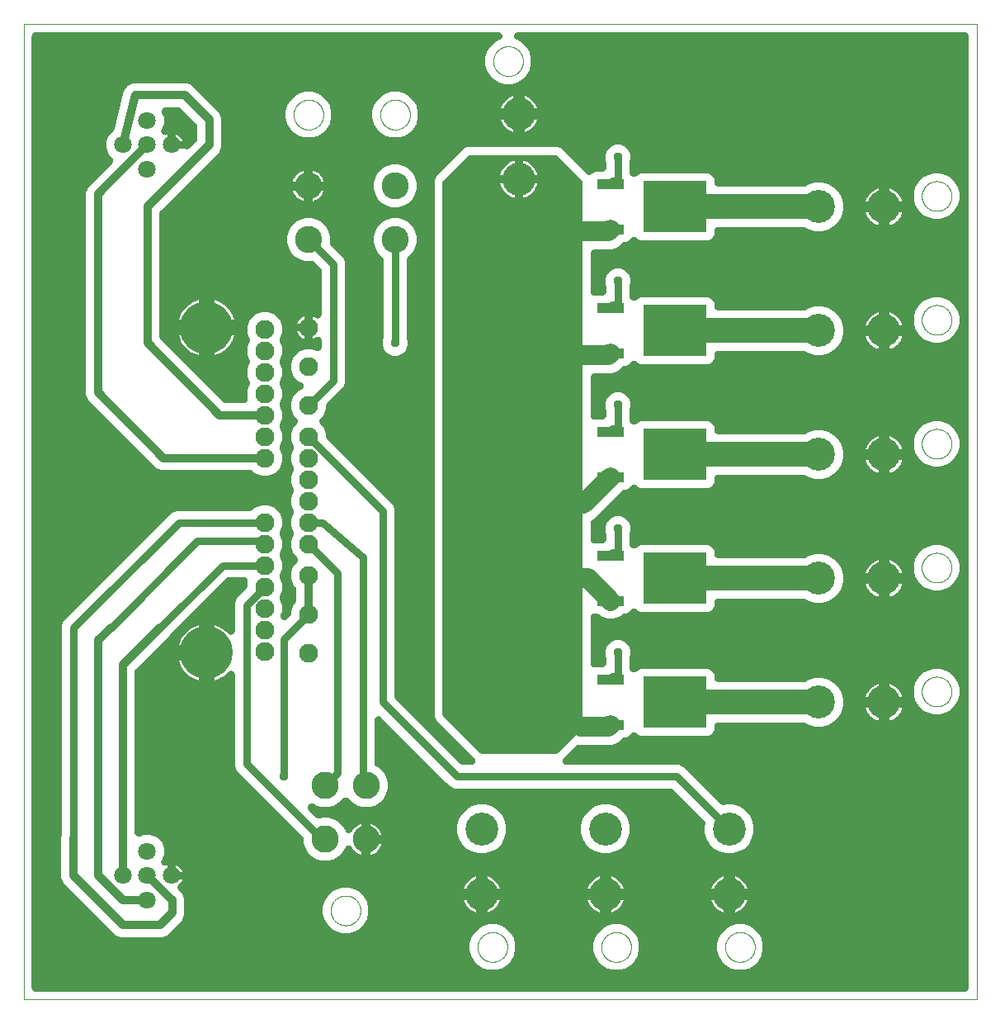
<source format=gtl>
G04 EAGLE Gerber RS-274X export*
G75*
%MOMM*%
%FSLAX34Y34*%
%LPD*%
%INTop Copper*%
%IPPOS*%
%AMOC8*
5,1,8,0,0,1.08239X$1,22.5*%
G01*
%ADD10C,0.000000*%
%ADD11C,3.375000*%
%ADD12R,2.750000X1.000000*%
%ADD13R,6.500000X5.300000*%
%ADD14C,2.800000*%
%ADD15C,1.950000*%
%ADD16C,5.400000*%
%ADD17C,2.775000*%
%ADD18C,1.800000*%
%ADD19C,0.955600*%
%ADD20C,0.762000*%
%ADD21C,0.812800*%
%ADD22C,2.540000*%
%ADD23C,2.032000*%

G36*
X953037Y8145D02*
X953037Y8145D01*
X953268Y8155D01*
X953322Y8165D01*
X953376Y8169D01*
X953602Y8217D01*
X953828Y8259D01*
X953880Y8276D01*
X953934Y8288D01*
X954150Y8367D01*
X954368Y8440D01*
X954417Y8465D01*
X954469Y8484D01*
X954672Y8592D01*
X954877Y8695D01*
X954923Y8726D01*
X954971Y8752D01*
X955157Y8888D01*
X955346Y9019D01*
X955387Y9056D01*
X955431Y9089D01*
X955596Y9249D01*
X955765Y9405D01*
X955800Y9448D01*
X955839Y9486D01*
X955980Y9668D01*
X956126Y9846D01*
X956154Y9894D01*
X956188Y9937D01*
X956302Y10137D01*
X956421Y10334D01*
X956443Y10384D01*
X956470Y10432D01*
X956555Y10646D01*
X956646Y10857D01*
X956660Y10910D01*
X956680Y10961D01*
X956735Y11186D01*
X956795Y11407D01*
X956799Y11451D01*
X956815Y11515D01*
X956870Y12082D01*
X956867Y12148D01*
X956871Y12192D01*
X956871Y987808D01*
X956855Y988037D01*
X956845Y988268D01*
X956835Y988322D01*
X956831Y988376D01*
X956783Y988602D01*
X956741Y988828D01*
X956724Y988880D01*
X956712Y988934D01*
X956633Y989150D01*
X956560Y989368D01*
X956535Y989417D01*
X956516Y989469D01*
X956408Y989672D01*
X956305Y989877D01*
X956274Y989923D01*
X956248Y989971D01*
X956112Y990157D01*
X955981Y990346D01*
X955944Y990387D01*
X955911Y990431D01*
X955751Y990596D01*
X955595Y990765D01*
X955552Y990800D01*
X955514Y990839D01*
X955332Y990980D01*
X955154Y991126D01*
X955106Y991154D01*
X955063Y991188D01*
X954863Y991302D01*
X954666Y991421D01*
X954616Y991443D01*
X954568Y991470D01*
X954354Y991555D01*
X954143Y991646D01*
X954090Y991660D01*
X954039Y991680D01*
X953814Y991735D01*
X953593Y991795D01*
X953549Y991799D01*
X953485Y991815D01*
X952918Y991870D01*
X952852Y991867D01*
X952808Y991871D01*
X494384Y991871D01*
X494346Y991869D01*
X494307Y991871D01*
X494062Y991849D01*
X493816Y991831D01*
X493778Y991823D01*
X493739Y991820D01*
X493499Y991764D01*
X493258Y991712D01*
X493222Y991699D01*
X493185Y991690D01*
X492955Y991601D01*
X492723Y991516D01*
X492689Y991498D01*
X492653Y991484D01*
X492438Y991364D01*
X492221Y991248D01*
X492190Y991225D01*
X492156Y991206D01*
X491960Y991057D01*
X491761Y990911D01*
X491733Y990884D01*
X491703Y990861D01*
X491530Y990686D01*
X491353Y990514D01*
X491329Y990483D01*
X491302Y990456D01*
X491155Y990258D01*
X491004Y990063D01*
X490985Y990030D01*
X490962Y989999D01*
X490844Y989782D01*
X490722Y989568D01*
X490708Y989532D01*
X490689Y989499D01*
X490603Y989268D01*
X490512Y989039D01*
X490502Y989001D01*
X490489Y988965D01*
X490436Y988725D01*
X490377Y988485D01*
X490374Y988446D01*
X490365Y988409D01*
X490346Y988163D01*
X490322Y987918D01*
X490324Y987879D01*
X490321Y987841D01*
X490336Y987595D01*
X490347Y987348D01*
X490354Y987311D01*
X490356Y987272D01*
X490406Y987030D01*
X490451Y986788D01*
X490463Y986752D01*
X490471Y986714D01*
X490554Y986481D01*
X490632Y986248D01*
X490649Y986214D01*
X490662Y986177D01*
X490777Y985959D01*
X490887Y985739D01*
X490909Y985707D01*
X490927Y985673D01*
X491071Y985473D01*
X491211Y985270D01*
X491237Y985241D01*
X491260Y985210D01*
X491430Y985032D01*
X491597Y984851D01*
X491627Y984826D01*
X491654Y984799D01*
X491847Y984647D01*
X492038Y984490D01*
X492072Y984470D01*
X492102Y984446D01*
X492314Y984323D01*
X492526Y984195D01*
X492561Y984180D01*
X492594Y984160D01*
X492690Y984124D01*
X493049Y983970D01*
X493233Y983920D01*
X493319Y983888D01*
X498655Y980808D01*
X503008Y976455D01*
X506085Y971124D01*
X507679Y965178D01*
X507679Y959022D01*
X506085Y953076D01*
X503008Y947745D01*
X498655Y943392D01*
X493324Y940315D01*
X487378Y938721D01*
X481222Y938721D01*
X475276Y940315D01*
X469945Y943392D01*
X465592Y947745D01*
X462515Y953076D01*
X460921Y959022D01*
X460921Y965178D01*
X462515Y971124D01*
X465592Y976455D01*
X469945Y980808D01*
X475279Y983887D01*
X475304Y983896D01*
X475342Y983904D01*
X475573Y983989D01*
X475806Y984069D01*
X475840Y984086D01*
X475877Y984100D01*
X476094Y984216D01*
X476314Y984328D01*
X476345Y984350D01*
X476379Y984368D01*
X476578Y984514D01*
X476780Y984656D01*
X476808Y984682D01*
X476839Y984705D01*
X477016Y984877D01*
X477195Y985045D01*
X477220Y985075D01*
X477247Y985102D01*
X477398Y985298D01*
X477553Y985489D01*
X477572Y985522D01*
X477596Y985553D01*
X477718Y985767D01*
X477844Y985979D01*
X477859Y986014D01*
X477878Y986048D01*
X477969Y986278D01*
X478064Y986504D01*
X478074Y986541D01*
X478088Y986577D01*
X478147Y986818D01*
X478209Y987055D01*
X478213Y987094D01*
X478223Y987131D01*
X478246Y987377D01*
X478275Y987621D01*
X478274Y987660D01*
X478278Y987698D01*
X478267Y987945D01*
X478261Y988191D01*
X478255Y988229D01*
X478253Y988268D01*
X478208Y988510D01*
X478168Y988753D01*
X478156Y988790D01*
X478149Y988828D01*
X478071Y989061D01*
X477997Y989297D01*
X477980Y989331D01*
X477968Y989368D01*
X477857Y989589D01*
X477751Y989811D01*
X477730Y989843D01*
X477713Y989877D01*
X477572Y990081D01*
X477436Y990286D01*
X477411Y990314D01*
X477389Y990346D01*
X477221Y990528D01*
X477058Y990712D01*
X477029Y990737D01*
X477003Y990765D01*
X476812Y990921D01*
X476624Y991081D01*
X476591Y991101D01*
X476562Y991126D01*
X476351Y991254D01*
X476143Y991386D01*
X476107Y991401D01*
X476074Y991421D01*
X475848Y991518D01*
X475623Y991620D01*
X475586Y991631D01*
X475551Y991646D01*
X475313Y991710D01*
X475076Y991779D01*
X475038Y991785D01*
X475001Y991795D01*
X474900Y991805D01*
X474512Y991860D01*
X474321Y991861D01*
X474216Y991871D01*
X-508Y991871D01*
X-737Y991855D01*
X-968Y991845D01*
X-1022Y991835D01*
X-1076Y991831D01*
X-1302Y991783D01*
X-1528Y991741D01*
X-1580Y991724D01*
X-1634Y991712D01*
X-1850Y991633D01*
X-2068Y991560D01*
X-2117Y991535D01*
X-2169Y991516D01*
X-2372Y991408D01*
X-2577Y991305D01*
X-2623Y991274D01*
X-2671Y991248D01*
X-2857Y991112D01*
X-3046Y990981D01*
X-3087Y990944D01*
X-3131Y990911D01*
X-3296Y990751D01*
X-3465Y990595D01*
X-3500Y990552D01*
X-3539Y990514D01*
X-3680Y990332D01*
X-3826Y990154D01*
X-3854Y990106D01*
X-3888Y990063D01*
X-4002Y989863D01*
X-4121Y989666D01*
X-4143Y989616D01*
X-4170Y989568D01*
X-4255Y989354D01*
X-4346Y989143D01*
X-4360Y989090D01*
X-4380Y989039D01*
X-4435Y988814D01*
X-4495Y988593D01*
X-4499Y988549D01*
X-4515Y988485D01*
X-4570Y987918D01*
X-4567Y987852D01*
X-4571Y987808D01*
X-4571Y12192D01*
X-4555Y11963D01*
X-4545Y11732D01*
X-4535Y11678D01*
X-4531Y11624D01*
X-4483Y11398D01*
X-4441Y11172D01*
X-4424Y11120D01*
X-4412Y11066D01*
X-4333Y10850D01*
X-4260Y10632D01*
X-4235Y10583D01*
X-4216Y10531D01*
X-4108Y10328D01*
X-4005Y10123D01*
X-3974Y10077D01*
X-3948Y10029D01*
X-3812Y9843D01*
X-3681Y9654D01*
X-3644Y9613D01*
X-3611Y9569D01*
X-3451Y9404D01*
X-3295Y9235D01*
X-3252Y9200D01*
X-3214Y9161D01*
X-3032Y9020D01*
X-2854Y8874D01*
X-2806Y8846D01*
X-2763Y8812D01*
X-2563Y8698D01*
X-2366Y8579D01*
X-2316Y8557D01*
X-2268Y8530D01*
X-2054Y8445D01*
X-1843Y8354D01*
X-1790Y8340D01*
X-1739Y8320D01*
X-1514Y8265D01*
X-1293Y8205D01*
X-1249Y8201D01*
X-1185Y8185D01*
X-618Y8130D01*
X-552Y8133D01*
X-508Y8129D01*
X952808Y8129D01*
X953037Y8145D01*
G37*
%LPC*%
G36*
X86475Y64007D02*
X86475Y64007D01*
X81993Y65864D01*
X27764Y120093D01*
X25907Y124575D01*
X25907Y167545D01*
X25936Y167612D01*
X25980Y167773D01*
X26033Y167932D01*
X26054Y168048D01*
X26085Y168162D01*
X26096Y168276D01*
X26136Y168493D01*
X26150Y168831D01*
X26161Y168947D01*
X26161Y383375D01*
X27979Y387763D01*
X139437Y499221D01*
X143825Y501039D01*
X219371Y501039D01*
X219432Y501043D01*
X219492Y501041D01*
X219715Y501063D01*
X219940Y501079D01*
X219999Y501091D01*
X220059Y501097D01*
X220277Y501151D01*
X220497Y501198D01*
X220553Y501218D01*
X220612Y501233D01*
X220821Y501316D01*
X221032Y501394D01*
X221085Y501422D01*
X221141Y501445D01*
X221336Y501556D01*
X221534Y501662D01*
X221583Y501698D01*
X221636Y501728D01*
X221727Y501803D01*
X221994Y501999D01*
X222156Y502156D01*
X222245Y502229D01*
X224273Y504257D01*
X230844Y506979D01*
X237956Y506979D01*
X244527Y504257D01*
X249557Y499227D01*
X252279Y492656D01*
X252279Y485544D01*
X249840Y479655D01*
X249820Y479598D01*
X249795Y479543D01*
X249730Y479327D01*
X249659Y479115D01*
X249648Y479055D01*
X249631Y478997D01*
X249596Y478775D01*
X249556Y478554D01*
X249553Y478494D01*
X249544Y478434D01*
X249541Y478209D01*
X249532Y477985D01*
X249538Y477925D01*
X249537Y477864D01*
X249566Y477642D01*
X249588Y477418D01*
X249602Y477359D01*
X249610Y477299D01*
X249644Y477187D01*
X249723Y476864D01*
X249806Y476655D01*
X249840Y476545D01*
X252279Y470656D01*
X252279Y463544D01*
X249840Y457655D01*
X249820Y457598D01*
X249795Y457543D01*
X249730Y457327D01*
X249659Y457115D01*
X249648Y457055D01*
X249631Y456997D01*
X249596Y456775D01*
X249556Y456554D01*
X249553Y456494D01*
X249544Y456434D01*
X249541Y456209D01*
X249532Y455985D01*
X249538Y455925D01*
X249537Y455864D01*
X249566Y455642D01*
X249588Y455418D01*
X249602Y455359D01*
X249610Y455299D01*
X249644Y455187D01*
X249723Y454864D01*
X249806Y454655D01*
X249840Y454545D01*
X252279Y448656D01*
X252279Y441544D01*
X249840Y435655D01*
X249820Y435598D01*
X249795Y435543D01*
X249730Y435327D01*
X249659Y435115D01*
X249648Y435055D01*
X249631Y434997D01*
X249596Y434775D01*
X249556Y434554D01*
X249553Y434494D01*
X249544Y434434D01*
X249541Y434209D01*
X249532Y433985D01*
X249538Y433925D01*
X249537Y433864D01*
X249566Y433642D01*
X249588Y433418D01*
X249602Y433359D01*
X249610Y433299D01*
X249644Y433187D01*
X249723Y432864D01*
X249806Y432655D01*
X249840Y432545D01*
X252279Y426656D01*
X252279Y419544D01*
X249840Y413655D01*
X249820Y413598D01*
X249795Y413543D01*
X249730Y413327D01*
X249659Y413115D01*
X249648Y413055D01*
X249631Y412997D01*
X249596Y412775D01*
X249556Y412554D01*
X249553Y412494D01*
X249544Y412434D01*
X249541Y412209D01*
X249532Y411985D01*
X249538Y411925D01*
X249537Y411864D01*
X249566Y411642D01*
X249588Y411418D01*
X249602Y411359D01*
X249610Y411299D01*
X249644Y411187D01*
X249723Y410864D01*
X249806Y410655D01*
X249840Y410545D01*
X252279Y404656D01*
X252279Y397544D01*
X251129Y394768D01*
X251111Y394713D01*
X251086Y394661D01*
X251021Y394444D01*
X250948Y394228D01*
X250938Y394171D01*
X250921Y394116D01*
X250886Y393891D01*
X250845Y393667D01*
X250843Y393610D01*
X250834Y393553D01*
X250831Y393326D01*
X250821Y393098D01*
X250827Y393041D01*
X250826Y392983D01*
X250855Y392757D01*
X250877Y392531D01*
X250891Y392475D01*
X250898Y392418D01*
X250958Y392198D01*
X251012Y391977D01*
X251034Y391924D01*
X251049Y391868D01*
X251139Y391660D01*
X251223Y391448D01*
X251252Y391398D01*
X251275Y391345D01*
X251393Y391151D01*
X251506Y390954D01*
X251541Y390908D01*
X251571Y390859D01*
X251716Y390683D01*
X251855Y390503D01*
X251897Y390463D01*
X251933Y390419D01*
X252100Y390265D01*
X252264Y390106D01*
X252311Y390072D01*
X252353Y390033D01*
X252541Y389905D01*
X252724Y389771D01*
X252775Y389744D01*
X252823Y389711D01*
X253026Y389610D01*
X253227Y389503D01*
X253281Y389483D01*
X253333Y389457D01*
X253549Y389385D01*
X253763Y389307D01*
X253819Y389295D01*
X253874Y389277D01*
X254098Y389236D01*
X254320Y389189D01*
X254377Y389185D01*
X254434Y389175D01*
X254662Y389166D01*
X254888Y389150D01*
X254946Y389154D01*
X255004Y389152D01*
X255230Y389174D01*
X255457Y389191D01*
X255513Y389203D01*
X255570Y389209D01*
X255792Y389263D01*
X256014Y389310D01*
X256068Y389330D01*
X256124Y389344D01*
X256335Y389429D01*
X256549Y389507D01*
X256599Y389534D01*
X256653Y389556D01*
X256850Y389669D01*
X257051Y389776D01*
X257097Y389811D01*
X257147Y389839D01*
X257237Y389913D01*
X257510Y390113D01*
X257668Y390267D01*
X257756Y390340D01*
X260331Y392915D01*
X260371Y392961D01*
X260415Y393002D01*
X260557Y393176D01*
X260705Y393345D01*
X260738Y393396D01*
X260776Y393443D01*
X260893Y393635D01*
X261015Y393823D01*
X261040Y393878D01*
X261071Y393930D01*
X261160Y394136D01*
X261255Y394340D01*
X261272Y394398D01*
X261296Y394454D01*
X261354Y394670D01*
X261420Y394886D01*
X261429Y394945D01*
X261445Y395003D01*
X261456Y395121D01*
X261507Y395449D01*
X261510Y395673D01*
X261521Y395788D01*
X261521Y398656D01*
X264243Y405227D01*
X266017Y407002D01*
X266057Y407047D01*
X266101Y407088D01*
X266243Y407262D01*
X266391Y407432D01*
X266424Y407482D01*
X266462Y407529D01*
X266579Y407721D01*
X266701Y407910D01*
X266726Y407965D01*
X266757Y408016D01*
X266846Y408223D01*
X266941Y408427D01*
X266958Y408485D01*
X266982Y408540D01*
X267040Y408757D01*
X267106Y408972D01*
X267115Y409032D01*
X267131Y409090D01*
X267142Y409207D01*
X267193Y409535D01*
X267196Y409760D01*
X267207Y409875D01*
X267207Y420325D01*
X267203Y420385D01*
X267205Y420446D01*
X267183Y420669D01*
X267167Y420894D01*
X267155Y420953D01*
X267149Y421013D01*
X267095Y421231D01*
X267048Y421451D01*
X267028Y421507D01*
X267013Y421566D01*
X266930Y421775D01*
X266852Y421986D01*
X266824Y422039D01*
X266802Y422095D01*
X266690Y422290D01*
X266584Y422488D01*
X266548Y422537D01*
X266518Y422590D01*
X266443Y422681D01*
X266247Y422948D01*
X266090Y423109D01*
X266017Y423198D01*
X264243Y424973D01*
X261521Y431544D01*
X261521Y438656D01*
X264243Y445227D01*
X267242Y448227D01*
X267306Y448300D01*
X267324Y448317D01*
X267345Y448345D01*
X267393Y448400D01*
X267549Y448570D01*
X267580Y448616D01*
X267616Y448657D01*
X267741Y448850D01*
X267872Y449040D01*
X267896Y449089D01*
X267926Y449135D01*
X268023Y449344D01*
X268125Y449550D01*
X268143Y449602D01*
X268166Y449652D01*
X268233Y449872D01*
X268305Y450091D01*
X268315Y450145D01*
X268331Y450197D01*
X268366Y450424D01*
X268408Y450651D01*
X268410Y450706D01*
X268418Y450760D01*
X268421Y450990D01*
X268431Y451221D01*
X268425Y451275D01*
X268426Y451330D01*
X268397Y451558D01*
X268374Y451787D01*
X268361Y451841D01*
X268354Y451895D01*
X268293Y452118D01*
X268238Y452341D01*
X268218Y452392D01*
X268204Y452445D01*
X268113Y452656D01*
X268027Y452870D01*
X267999Y452918D01*
X267978Y452968D01*
X267858Y453164D01*
X267743Y453364D01*
X267715Y453398D01*
X267681Y453454D01*
X267319Y453895D01*
X267271Y453939D01*
X267243Y453973D01*
X264243Y456973D01*
X261521Y463544D01*
X261521Y470656D01*
X263960Y476545D01*
X263980Y476602D01*
X264005Y476657D01*
X264070Y476873D01*
X264141Y477085D01*
X264152Y477145D01*
X264169Y477203D01*
X264204Y477425D01*
X264244Y477646D01*
X264247Y477706D01*
X264256Y477766D01*
X264259Y477991D01*
X264268Y478215D01*
X264262Y478275D01*
X264263Y478336D01*
X264234Y478558D01*
X264212Y478782D01*
X264198Y478841D01*
X264190Y478901D01*
X264156Y479013D01*
X264077Y479336D01*
X263994Y479544D01*
X263960Y479655D01*
X261521Y485544D01*
X261521Y492656D01*
X263960Y498545D01*
X263980Y498602D01*
X264005Y498657D01*
X264070Y498873D01*
X264141Y499085D01*
X264152Y499145D01*
X264169Y499203D01*
X264204Y499425D01*
X264244Y499646D01*
X264247Y499706D01*
X264256Y499766D01*
X264259Y499991D01*
X264268Y500215D01*
X264262Y500275D01*
X264263Y500336D01*
X264234Y500558D01*
X264212Y500782D01*
X264198Y500841D01*
X264190Y500901D01*
X264156Y501013D01*
X264077Y501336D01*
X263994Y501544D01*
X263960Y501655D01*
X261521Y507544D01*
X261521Y514656D01*
X263960Y520545D01*
X263980Y520602D01*
X264005Y520657D01*
X264070Y520873D01*
X264141Y521085D01*
X264152Y521145D01*
X264169Y521203D01*
X264204Y521425D01*
X264244Y521646D01*
X264247Y521706D01*
X264256Y521766D01*
X264259Y521991D01*
X264268Y522215D01*
X264262Y522275D01*
X264263Y522336D01*
X264234Y522558D01*
X264212Y522782D01*
X264198Y522841D01*
X264190Y522901D01*
X264156Y523013D01*
X264077Y523336D01*
X263994Y523544D01*
X263960Y523655D01*
X261521Y529544D01*
X261521Y536656D01*
X263960Y542545D01*
X263980Y542602D01*
X264005Y542657D01*
X264070Y542873D01*
X264141Y543085D01*
X264152Y543145D01*
X264169Y543203D01*
X264204Y543425D01*
X264244Y543646D01*
X264247Y543706D01*
X264256Y543766D01*
X264259Y543991D01*
X264268Y544215D01*
X264262Y544275D01*
X264263Y544336D01*
X264234Y544558D01*
X264212Y544782D01*
X264198Y544841D01*
X264190Y544901D01*
X264156Y545013D01*
X264077Y545336D01*
X263994Y545544D01*
X263960Y545655D01*
X261521Y551544D01*
X261521Y558656D01*
X263960Y564545D01*
X263980Y564602D01*
X264005Y564657D01*
X264070Y564873D01*
X264141Y565085D01*
X264152Y565145D01*
X264169Y565203D01*
X264204Y565425D01*
X264244Y565646D01*
X264247Y565706D01*
X264256Y565766D01*
X264259Y565991D01*
X264268Y566215D01*
X264262Y566275D01*
X264263Y566336D01*
X264234Y566558D01*
X264212Y566782D01*
X264198Y566841D01*
X264190Y566901D01*
X264156Y567013D01*
X264077Y567336D01*
X263994Y567544D01*
X263960Y567655D01*
X261521Y573544D01*
X261521Y580656D01*
X264243Y587227D01*
X267242Y590227D01*
X267393Y590400D01*
X267549Y590570D01*
X267580Y590616D01*
X267616Y590657D01*
X267741Y590850D01*
X267872Y591040D01*
X267896Y591089D01*
X267926Y591135D01*
X268023Y591344D01*
X268125Y591550D01*
X268143Y591602D01*
X268166Y591652D01*
X268233Y591872D01*
X268305Y592091D01*
X268315Y592145D01*
X268331Y592197D01*
X268366Y592424D01*
X268408Y592651D01*
X268410Y592706D01*
X268418Y592760D01*
X268421Y592990D01*
X268431Y593221D01*
X268425Y593275D01*
X268426Y593330D01*
X268397Y593558D01*
X268374Y593787D01*
X268361Y593841D01*
X268354Y593895D01*
X268293Y594118D01*
X268238Y594341D01*
X268218Y594392D01*
X268204Y594445D01*
X268113Y594656D01*
X268027Y594870D01*
X267999Y594918D01*
X267978Y594968D01*
X267858Y595164D01*
X267743Y595364D01*
X267715Y595398D01*
X267681Y595454D01*
X267319Y595895D01*
X267271Y595939D01*
X267243Y595973D01*
X264243Y598973D01*
X261521Y605544D01*
X261521Y612656D01*
X264243Y619227D01*
X269273Y624257D01*
X271902Y625346D01*
X272005Y625398D01*
X272112Y625440D01*
X272260Y625525D01*
X272412Y625600D01*
X272507Y625666D01*
X272607Y625723D01*
X272741Y625827D01*
X272881Y625924D01*
X272966Y626002D01*
X273057Y626072D01*
X273175Y626194D01*
X273300Y626309D01*
X273374Y626398D01*
X273454Y626481D01*
X273554Y626619D01*
X273662Y626750D01*
X273722Y626848D01*
X273790Y626941D01*
X273870Y627091D01*
X273958Y627237D01*
X274003Y627343D01*
X274058Y627444D01*
X274116Y627604D01*
X274183Y627760D01*
X274213Y627872D01*
X274253Y627980D01*
X274288Y628146D01*
X274333Y628310D01*
X274347Y628424D01*
X274371Y628537D01*
X274383Y628707D01*
X274404Y628875D01*
X274402Y628990D01*
X274410Y629105D01*
X274398Y629275D01*
X274396Y629445D01*
X274378Y629559D01*
X274370Y629674D01*
X274334Y629840D01*
X274308Y630008D01*
X274274Y630118D01*
X274250Y630231D01*
X274191Y630391D01*
X274142Y630553D01*
X274093Y630657D01*
X274053Y630766D01*
X273973Y630916D01*
X273901Y631070D01*
X273838Y631166D01*
X273784Y631268D01*
X273683Y631405D01*
X273591Y631547D01*
X273515Y631634D01*
X273447Y631727D01*
X273328Y631849D01*
X273216Y631977D01*
X273129Y632052D01*
X273049Y632135D01*
X272914Y632239D01*
X272786Y632350D01*
X272689Y632413D01*
X272598Y632483D01*
X272496Y632537D01*
X272307Y632659D01*
X272005Y632799D01*
X271902Y632854D01*
X269273Y633943D01*
X264243Y638973D01*
X261521Y645544D01*
X261521Y652656D01*
X264243Y659227D01*
X269273Y664257D01*
X275844Y666979D01*
X282956Y666979D01*
X287243Y665203D01*
X287406Y665148D01*
X287567Y665085D01*
X287677Y665058D01*
X287783Y665022D01*
X287953Y664991D01*
X288121Y664951D01*
X288233Y664940D01*
X288344Y664919D01*
X288516Y664912D01*
X288688Y664895D01*
X288801Y664900D01*
X288913Y664895D01*
X289085Y664912D01*
X289258Y664920D01*
X289368Y664940D01*
X289480Y664951D01*
X289648Y664992D01*
X289818Y665024D01*
X289924Y665060D01*
X290034Y665086D01*
X290194Y665150D01*
X290358Y665205D01*
X290459Y665256D01*
X290563Y665297D01*
X290713Y665383D01*
X290867Y665460D01*
X290960Y665524D01*
X291058Y665580D01*
X291194Y665686D01*
X291336Y665784D01*
X291419Y665860D01*
X291508Y665929D01*
X291628Y666053D01*
X291755Y666170D01*
X291826Y666258D01*
X291905Y666338D01*
X292006Y666478D01*
X292116Y666611D01*
X292174Y666708D01*
X292241Y666799D01*
X292322Y666951D01*
X292411Y667099D01*
X292456Y667202D01*
X292509Y667301D01*
X292568Y667464D01*
X292636Y667622D01*
X292665Y667731D01*
X292704Y667837D01*
X292740Y668006D01*
X292785Y668172D01*
X292793Y668257D01*
X292822Y668394D01*
X292860Y668944D01*
X292861Y668957D01*
X292861Y675698D01*
X292852Y675832D01*
X292852Y675966D01*
X292832Y676116D01*
X292821Y676266D01*
X292793Y676398D01*
X292775Y676531D01*
X292734Y676676D01*
X292702Y676823D01*
X292656Y676950D01*
X292619Y677079D01*
X292558Y677217D01*
X292506Y677358D01*
X292443Y677477D01*
X292388Y677600D01*
X292309Y677728D01*
X292238Y677861D01*
X292158Y677969D01*
X292087Y678084D01*
X291990Y678199D01*
X291901Y678321D01*
X291807Y678417D01*
X291721Y678520D01*
X291609Y678621D01*
X291504Y678729D01*
X291398Y678811D01*
X291297Y678901D01*
X291172Y678986D01*
X291053Y679078D01*
X290936Y679144D01*
X290825Y679219D01*
X290689Y679285D01*
X290558Y679360D01*
X290433Y679410D01*
X290312Y679468D01*
X290169Y679514D01*
X290029Y679570D01*
X289898Y679602D01*
X289770Y679643D01*
X289621Y679669D01*
X289475Y679704D01*
X289341Y679717D01*
X289208Y679740D01*
X289058Y679745D01*
X288908Y679759D01*
X288773Y679754D01*
X288639Y679758D01*
X288489Y679741D01*
X288338Y679735D01*
X288206Y679710D01*
X288072Y679696D01*
X287926Y679658D01*
X287778Y679631D01*
X287651Y679588D01*
X287520Y679555D01*
X287381Y679497D01*
X287238Y679450D01*
X287118Y679389D01*
X286993Y679338D01*
X286902Y679281D01*
X286729Y679194D01*
X286413Y678976D01*
X286324Y678921D01*
X286243Y678859D01*
X284848Y678053D01*
X283463Y677480D01*
X283463Y689100D01*
X283463Y700720D01*
X284848Y700147D01*
X286243Y699341D01*
X286324Y699279D01*
X286436Y699205D01*
X286543Y699122D01*
X286674Y699048D01*
X286799Y698965D01*
X286921Y698907D01*
X287038Y698840D01*
X287178Y698784D01*
X287314Y698720D01*
X287442Y698680D01*
X287567Y698630D01*
X287714Y698594D01*
X287858Y698549D01*
X287990Y698528D01*
X288121Y698496D01*
X288271Y698481D01*
X288420Y698457D01*
X288554Y698454D01*
X288688Y698441D01*
X288839Y698447D01*
X288989Y698444D01*
X289123Y698459D01*
X289258Y698465D01*
X289406Y698493D01*
X289555Y698510D01*
X289686Y698545D01*
X289818Y698569D01*
X289960Y698617D01*
X290106Y698655D01*
X290230Y698708D01*
X290358Y698750D01*
X290493Y698818D01*
X290632Y698876D01*
X290747Y698945D01*
X290867Y699006D01*
X290991Y699091D01*
X291121Y699168D01*
X291226Y699253D01*
X291336Y699329D01*
X291447Y699432D01*
X291564Y699526D01*
X291656Y699624D01*
X291755Y699716D01*
X291851Y699832D01*
X291953Y699942D01*
X292031Y700052D01*
X292116Y700157D01*
X292194Y700286D01*
X292280Y700409D01*
X292342Y700529D01*
X292411Y700644D01*
X292471Y700782D01*
X292539Y700917D01*
X292583Y701044D01*
X292636Y701168D01*
X292675Y701313D01*
X292724Y701456D01*
X292750Y701587D01*
X292785Y701718D01*
X292795Y701824D01*
X292832Y702015D01*
X292851Y702398D01*
X292861Y702502D01*
X292861Y747272D01*
X292857Y747332D01*
X292859Y747392D01*
X292837Y747616D01*
X292821Y747840D01*
X292809Y747899D01*
X292803Y747959D01*
X292749Y748178D01*
X292702Y748397D01*
X292682Y748454D01*
X292667Y748513D01*
X292584Y748721D01*
X292506Y748932D01*
X292478Y748986D01*
X292456Y749042D01*
X292344Y749237D01*
X292238Y749435D01*
X292202Y749484D01*
X292172Y749536D01*
X292097Y749627D01*
X291901Y749895D01*
X291744Y750056D01*
X291671Y750145D01*
X285709Y756107D01*
X285686Y756127D01*
X285667Y756149D01*
X285621Y756187D01*
X285618Y756190D01*
X285592Y756212D01*
X285472Y756313D01*
X285279Y756481D01*
X285254Y756497D01*
X285231Y756516D01*
X285183Y756546D01*
X285177Y756551D01*
X285128Y756581D01*
X285015Y756652D01*
X284800Y756791D01*
X284774Y756803D01*
X284749Y756819D01*
X284699Y756841D01*
X284690Y756846D01*
X284613Y756880D01*
X284515Y756923D01*
X284284Y757031D01*
X284255Y757039D01*
X284228Y757051D01*
X284179Y757065D01*
X284166Y757071D01*
X284056Y757101D01*
X283983Y757122D01*
X283738Y757196D01*
X283709Y757200D01*
X283681Y757209D01*
X283634Y757215D01*
X283617Y757220D01*
X283563Y757225D01*
X283427Y757244D01*
X283175Y757283D01*
X283146Y757284D01*
X283116Y757288D01*
X282922Y757287D01*
X282832Y757296D01*
X276503Y757296D01*
X270907Y758796D01*
X265889Y761693D01*
X261793Y765789D01*
X258896Y770807D01*
X257396Y776403D01*
X257396Y782197D01*
X258896Y787793D01*
X261793Y792811D01*
X265889Y796907D01*
X270907Y799804D01*
X276503Y801304D01*
X282297Y801304D01*
X287893Y799804D01*
X292911Y796907D01*
X297007Y792811D01*
X299904Y787793D01*
X301404Y782197D01*
X301404Y775868D01*
X301405Y775844D01*
X301403Y775803D01*
X301406Y775773D01*
X301404Y775744D01*
X301430Y775489D01*
X301432Y775462D01*
X301444Y775300D01*
X301448Y775281D01*
X301452Y775235D01*
X301458Y775206D01*
X301461Y775177D01*
X301522Y774929D01*
X301536Y774867D01*
X301563Y774743D01*
X301568Y774728D01*
X301579Y774680D01*
X301590Y774652D01*
X301597Y774623D01*
X301692Y774386D01*
X301725Y774298D01*
X301759Y774208D01*
X301764Y774197D01*
X301783Y774148D01*
X301797Y774122D01*
X301808Y774094D01*
X301936Y773872D01*
X301995Y773765D01*
X302027Y773705D01*
X302032Y773699D01*
X302059Y773649D01*
X302077Y773626D01*
X302092Y773600D01*
X302149Y773531D01*
X302339Y773279D01*
X302364Y773245D01*
X302367Y773242D01*
X302403Y773195D01*
X302528Y773069D01*
X302593Y772991D01*
X314921Y760663D01*
X316739Y756275D01*
X316739Y632125D01*
X314921Y627737D01*
X298469Y611285D01*
X298429Y611239D01*
X298385Y611198D01*
X298243Y611024D01*
X298095Y610855D01*
X298062Y610804D01*
X298024Y610757D01*
X297907Y610565D01*
X297785Y610377D01*
X297760Y610322D01*
X297729Y610270D01*
X297640Y610064D01*
X297545Y609860D01*
X297528Y609802D01*
X297504Y609746D01*
X297445Y609530D01*
X297380Y609314D01*
X297371Y609255D01*
X297355Y609196D01*
X297344Y609079D01*
X297293Y608751D01*
X297290Y608526D01*
X297279Y608412D01*
X297279Y605544D01*
X294557Y598973D01*
X291557Y595973D01*
X291407Y595799D01*
X291251Y595630D01*
X291220Y595584D01*
X291184Y595543D01*
X291058Y595349D01*
X290928Y595160D01*
X290904Y595111D01*
X290874Y595065D01*
X290777Y594856D01*
X290675Y594650D01*
X290657Y594598D01*
X290634Y594548D01*
X290567Y594327D01*
X290495Y594109D01*
X290485Y594055D01*
X290469Y594003D01*
X290434Y593775D01*
X290392Y593549D01*
X290390Y593494D01*
X290382Y593440D01*
X290379Y593210D01*
X290369Y592979D01*
X290375Y592925D01*
X290374Y592870D01*
X290403Y592641D01*
X290426Y592412D01*
X290439Y592359D01*
X290446Y592305D01*
X290507Y592082D01*
X290562Y591859D01*
X290582Y591808D01*
X290596Y591755D01*
X290688Y591543D01*
X290773Y591330D01*
X290800Y591282D01*
X290822Y591232D01*
X290942Y591035D01*
X291057Y590836D01*
X291085Y590801D01*
X291119Y590746D01*
X291481Y590305D01*
X291529Y590261D01*
X291558Y590227D01*
X294557Y587227D01*
X297279Y580656D01*
X297279Y577788D01*
X297283Y577728D01*
X297281Y577668D01*
X297303Y577444D01*
X297319Y577220D01*
X297331Y577161D01*
X297337Y577101D01*
X297391Y576882D01*
X297438Y576663D01*
X297458Y576606D01*
X297473Y576547D01*
X297556Y576339D01*
X297634Y576128D01*
X297662Y576074D01*
X297684Y576018D01*
X297796Y575823D01*
X297902Y575625D01*
X297938Y575576D01*
X297968Y575524D01*
X298043Y575433D01*
X298239Y575165D01*
X298396Y575004D01*
X298469Y574915D01*
X365721Y507663D01*
X367539Y503275D01*
X367539Y311428D01*
X367543Y311368D01*
X367541Y311308D01*
X367563Y311084D01*
X367579Y310860D01*
X367591Y310801D01*
X367597Y310741D01*
X367651Y310522D01*
X367698Y310303D01*
X367718Y310246D01*
X367733Y310187D01*
X367816Y309979D01*
X367894Y309768D01*
X367922Y309714D01*
X367944Y309658D01*
X368056Y309463D01*
X368162Y309265D01*
X368198Y309216D01*
X368228Y309164D01*
X368303Y309073D01*
X368499Y308805D01*
X368656Y308644D01*
X368729Y308555D01*
X435555Y241729D01*
X435601Y241689D01*
X435642Y241645D01*
X435816Y241503D01*
X435985Y241355D01*
X436036Y241322D01*
X436083Y241284D01*
X436275Y241167D01*
X436463Y241045D01*
X436518Y241020D01*
X436570Y240989D01*
X436776Y240900D01*
X436980Y240805D01*
X437038Y240788D01*
X437094Y240764D01*
X437310Y240706D01*
X437526Y240640D01*
X437585Y240631D01*
X437643Y240615D01*
X437761Y240604D01*
X438089Y240553D01*
X438313Y240550D01*
X438428Y240539D01*
X446482Y240539D01*
X446597Y240547D01*
X446712Y240545D01*
X446881Y240567D01*
X447051Y240579D01*
X447163Y240603D01*
X447278Y240617D01*
X447442Y240662D01*
X447608Y240698D01*
X447716Y240737D01*
X447827Y240768D01*
X447983Y240835D01*
X448143Y240894D01*
X448245Y240948D01*
X448350Y240994D01*
X448495Y241082D01*
X448645Y241162D01*
X448738Y241230D01*
X448837Y241290D01*
X448968Y241398D01*
X449105Y241499D01*
X449188Y241579D01*
X449277Y241652D01*
X449392Y241777D01*
X449514Y241896D01*
X449584Y241987D01*
X449662Y242072D01*
X449758Y242212D01*
X449862Y242347D01*
X449919Y242447D01*
X449985Y242542D01*
X450060Y242694D01*
X450145Y242842D01*
X450187Y242949D01*
X450238Y243052D01*
X450292Y243213D01*
X450355Y243371D01*
X450382Y243484D01*
X450418Y243593D01*
X450449Y243760D01*
X450489Y243925D01*
X450500Y244040D01*
X450521Y244153D01*
X450528Y244323D01*
X450544Y244492D01*
X450539Y244607D01*
X450544Y244723D01*
X450527Y244892D01*
X450519Y245062D01*
X450498Y245175D01*
X450487Y245289D01*
X450447Y245455D01*
X450415Y245622D01*
X450379Y245731D01*
X450351Y245843D01*
X450288Y246001D01*
X450234Y246162D01*
X450183Y246265D01*
X450140Y246372D01*
X450055Y246519D01*
X449979Y246671D01*
X449914Y246766D01*
X449856Y246866D01*
X449783Y246955D01*
X449655Y247140D01*
X449430Y247384D01*
X449355Y247475D01*
X413916Y282915D01*
X410486Y286344D01*
X408939Y290079D01*
X408939Y840221D01*
X410486Y843956D01*
X438744Y872214D01*
X442479Y873761D01*
X535421Y873761D01*
X539156Y872214D01*
X563984Y847385D01*
X564614Y846756D01*
X564788Y846605D01*
X564957Y846449D01*
X565002Y846418D01*
X565044Y846382D01*
X565237Y846257D01*
X565427Y846127D01*
X565476Y846102D01*
X565522Y846072D01*
X565731Y845975D01*
X565937Y845873D01*
X565989Y845856D01*
X566039Y845832D01*
X566259Y845766D01*
X566478Y845693D01*
X566532Y845683D01*
X566584Y845667D01*
X566811Y845632D01*
X567038Y845590D01*
X567093Y845588D01*
X567147Y845580D01*
X567377Y845577D01*
X567607Y845567D01*
X567662Y845573D01*
X567717Y845572D01*
X567945Y845601D01*
X568174Y845624D01*
X568228Y845637D01*
X568282Y845644D01*
X568504Y845705D01*
X568728Y845760D01*
X568779Y845780D01*
X568832Y845795D01*
X569043Y845886D01*
X569257Y845971D01*
X569305Y845999D01*
X569355Y846020D01*
X569551Y846140D01*
X569751Y846255D01*
X569785Y846283D01*
X569841Y846317D01*
X570281Y846679D01*
X570326Y846728D01*
X570360Y846756D01*
X571195Y847591D01*
X574183Y848829D01*
X580898Y848829D01*
X581127Y848845D01*
X581358Y848855D01*
X581412Y848865D01*
X581466Y848869D01*
X581692Y848917D01*
X581918Y848959D01*
X581970Y848976D01*
X582024Y848988D01*
X582240Y849067D01*
X582458Y849140D01*
X582507Y849165D01*
X582559Y849184D01*
X582762Y849292D01*
X582967Y849395D01*
X583013Y849426D01*
X583061Y849452D01*
X583247Y849588D01*
X583436Y849719D01*
X583477Y849756D01*
X583521Y849789D01*
X583686Y849949D01*
X583855Y850105D01*
X583890Y850148D01*
X583929Y850186D01*
X584070Y850368D01*
X584216Y850546D01*
X584244Y850594D01*
X584278Y850637D01*
X584392Y850837D01*
X584511Y851034D01*
X584533Y851084D01*
X584560Y851132D01*
X584645Y851346D01*
X584736Y851557D01*
X584750Y851610D01*
X584770Y851661D01*
X584825Y851886D01*
X584885Y852107D01*
X584889Y852151D01*
X584905Y852215D01*
X584960Y852782D01*
X584957Y852848D01*
X584961Y852892D01*
X584961Y857888D01*
X584953Y858005D01*
X584954Y858123D01*
X584933Y858289D01*
X584921Y858456D01*
X584897Y858571D01*
X584882Y858688D01*
X584848Y858797D01*
X584802Y859013D01*
X584686Y859331D01*
X584652Y859442D01*
X583993Y861033D01*
X583993Y866167D01*
X585958Y870911D01*
X589589Y874542D01*
X594333Y876507D01*
X599467Y876507D01*
X604211Y874542D01*
X607842Y870911D01*
X609057Y867978D01*
X609057Y867977D01*
X609807Y866167D01*
X609807Y861033D01*
X609148Y859442D01*
X609111Y859331D01*
X609064Y859222D01*
X609020Y859061D01*
X608967Y858902D01*
X608946Y858786D01*
X608915Y858672D01*
X608904Y858559D01*
X608864Y858342D01*
X608850Y858003D01*
X608839Y857888D01*
X608839Y848340D01*
X608843Y848280D01*
X608841Y848219D01*
X608863Y847996D01*
X608879Y847772D01*
X608891Y847712D01*
X608897Y847653D01*
X608951Y847434D01*
X608998Y847214D01*
X609018Y847158D01*
X609033Y847099D01*
X609116Y846890D01*
X609194Y846679D01*
X609222Y846626D01*
X609244Y846570D01*
X609356Y846375D01*
X609462Y846177D01*
X609498Y846128D01*
X609528Y846076D01*
X609603Y845985D01*
X609799Y845717D01*
X609956Y845556D01*
X610029Y845467D01*
X610752Y844744D01*
X610926Y844593D01*
X611095Y844437D01*
X611141Y844406D01*
X611182Y844370D01*
X611375Y844245D01*
X611565Y844115D01*
X611614Y844090D01*
X611660Y844060D01*
X611869Y843963D01*
X612075Y843861D01*
X612127Y843844D01*
X612177Y843821D01*
X612397Y843754D01*
X612616Y843681D01*
X612670Y843671D01*
X612722Y843655D01*
X612949Y843620D01*
X613176Y843579D01*
X613231Y843576D01*
X613285Y843568D01*
X613515Y843565D01*
X613746Y843556D01*
X613800Y843561D01*
X613855Y843560D01*
X614084Y843589D01*
X614312Y843612D01*
X614366Y843625D01*
X614420Y843632D01*
X614643Y843693D01*
X614866Y843748D01*
X614917Y843768D01*
X614970Y843783D01*
X615181Y843874D01*
X615395Y843960D01*
X615443Y843987D01*
X615493Y844009D01*
X615690Y844129D01*
X615889Y844243D01*
X615923Y844271D01*
X615979Y844305D01*
X616420Y844667D01*
X616464Y844716D01*
X616498Y844744D01*
X617945Y846191D01*
X620933Y847429D01*
X689167Y847429D01*
X692155Y846191D01*
X694441Y843905D01*
X695679Y840917D01*
X695679Y837692D01*
X695695Y837463D01*
X695705Y837232D01*
X695715Y837178D01*
X695719Y837124D01*
X695767Y836898D01*
X695809Y836672D01*
X695826Y836620D01*
X695838Y836566D01*
X695917Y836350D01*
X695990Y836132D01*
X696015Y836083D01*
X696034Y836031D01*
X696142Y835828D01*
X696245Y835623D01*
X696276Y835577D01*
X696302Y835529D01*
X696438Y835343D01*
X696569Y835154D01*
X696606Y835113D01*
X696639Y835069D01*
X696799Y834904D01*
X696955Y834735D01*
X696998Y834700D01*
X697036Y834661D01*
X697218Y834520D01*
X697396Y834374D01*
X697444Y834346D01*
X697487Y834312D01*
X697687Y834198D01*
X697884Y834079D01*
X697934Y834057D01*
X697982Y834030D01*
X698196Y833945D01*
X698407Y833854D01*
X698460Y833840D01*
X698511Y833820D01*
X698736Y833765D01*
X698957Y833705D01*
X699001Y833701D01*
X699065Y833685D01*
X699632Y833630D01*
X699698Y833633D01*
X699742Y833629D01*
X787980Y833629D01*
X788079Y833636D01*
X788177Y833634D01*
X788363Y833656D01*
X788549Y833669D01*
X788645Y833689D01*
X788743Y833701D01*
X788924Y833749D01*
X789106Y833788D01*
X789198Y833822D01*
X789294Y833847D01*
X789403Y833897D01*
X789641Y833984D01*
X789901Y834123D01*
X790012Y834173D01*
X793349Y836100D01*
X799708Y837804D01*
X806292Y837804D01*
X812651Y836100D01*
X818353Y832808D01*
X823008Y828153D01*
X826300Y822451D01*
X828004Y816092D01*
X828004Y809508D01*
X826300Y803149D01*
X823008Y797447D01*
X818353Y792792D01*
X812651Y789500D01*
X806292Y787796D01*
X799708Y787796D01*
X793349Y789500D01*
X790012Y791427D01*
X789923Y791470D01*
X789839Y791521D01*
X789667Y791595D01*
X789500Y791676D01*
X789406Y791707D01*
X789315Y791746D01*
X789135Y791795D01*
X788958Y791852D01*
X788860Y791869D01*
X788765Y791895D01*
X788646Y791906D01*
X788396Y791950D01*
X788101Y791959D01*
X787980Y791971D01*
X699742Y791971D01*
X699513Y791955D01*
X699282Y791945D01*
X699228Y791935D01*
X699174Y791931D01*
X698948Y791883D01*
X698722Y791841D01*
X698670Y791824D01*
X698616Y791812D01*
X698400Y791733D01*
X698182Y791660D01*
X698133Y791635D01*
X698081Y791616D01*
X697878Y791508D01*
X697673Y791405D01*
X697627Y791374D01*
X697579Y791348D01*
X697393Y791212D01*
X697204Y791081D01*
X697163Y791044D01*
X697119Y791011D01*
X696954Y790851D01*
X696785Y790695D01*
X696750Y790652D01*
X696711Y790614D01*
X696570Y790432D01*
X696424Y790254D01*
X696396Y790206D01*
X696362Y790163D01*
X696248Y789963D01*
X696129Y789766D01*
X696107Y789716D01*
X696080Y789668D01*
X695995Y789454D01*
X695904Y789243D01*
X695890Y789190D01*
X695870Y789139D01*
X695815Y788914D01*
X695755Y788693D01*
X695751Y788649D01*
X695735Y788585D01*
X695680Y788018D01*
X695683Y787952D01*
X695679Y787908D01*
X695679Y784683D01*
X694441Y781695D01*
X692155Y779409D01*
X689167Y778171D01*
X620933Y778171D01*
X617946Y779409D01*
X616498Y780856D01*
X616324Y781007D01*
X616155Y781163D01*
X616109Y781194D01*
X616068Y781230D01*
X615875Y781355D01*
X615685Y781485D01*
X615636Y781510D01*
X615590Y781540D01*
X615381Y781637D01*
X615175Y781739D01*
X615123Y781756D01*
X615073Y781779D01*
X614852Y781846D01*
X614634Y781919D01*
X614580Y781929D01*
X614528Y781945D01*
X614300Y781980D01*
X614074Y782021D01*
X614019Y782024D01*
X613965Y782032D01*
X613735Y782035D01*
X613504Y782044D01*
X613450Y782039D01*
X613395Y782040D01*
X613167Y782011D01*
X612938Y781988D01*
X612884Y781975D01*
X612830Y781968D01*
X612607Y781907D01*
X612384Y781852D01*
X612333Y781832D01*
X612280Y781817D01*
X612069Y781726D01*
X611855Y781640D01*
X611807Y781613D01*
X611757Y781591D01*
X611561Y781472D01*
X611361Y781357D01*
X611327Y781329D01*
X611271Y781295D01*
X610830Y780933D01*
X610786Y780884D01*
X610752Y780856D01*
X607905Y778009D01*
X604917Y776771D01*
X603969Y776771D01*
X603908Y776767D01*
X603848Y776769D01*
X603625Y776747D01*
X603400Y776731D01*
X603341Y776719D01*
X603281Y776713D01*
X603063Y776659D01*
X602843Y776612D01*
X602786Y776592D01*
X602728Y776577D01*
X602519Y776494D01*
X602308Y776416D01*
X602255Y776388D01*
X602199Y776366D01*
X602004Y776254D01*
X601805Y776148D01*
X601757Y776112D01*
X601704Y776082D01*
X601613Y776007D01*
X601346Y775811D01*
X601184Y775654D01*
X601095Y775581D01*
X597410Y771896D01*
X590688Y769111D01*
X573024Y769111D01*
X572795Y769095D01*
X572564Y769085D01*
X572510Y769075D01*
X572456Y769071D01*
X572230Y769023D01*
X572004Y768981D01*
X571952Y768964D01*
X571898Y768952D01*
X571682Y768873D01*
X571464Y768800D01*
X571415Y768775D01*
X571363Y768756D01*
X571160Y768648D01*
X570955Y768545D01*
X570909Y768514D01*
X570861Y768488D01*
X570675Y768352D01*
X570486Y768221D01*
X570445Y768184D01*
X570401Y768151D01*
X570236Y767991D01*
X570067Y767835D01*
X570032Y767792D01*
X569993Y767754D01*
X569852Y767572D01*
X569706Y767394D01*
X569678Y767346D01*
X569644Y767303D01*
X569530Y767103D01*
X569411Y766906D01*
X569389Y766856D01*
X569362Y766808D01*
X569277Y766594D01*
X569186Y766383D01*
X569172Y766330D01*
X569152Y766279D01*
X569097Y766054D01*
X569037Y765833D01*
X569033Y765789D01*
X569017Y765725D01*
X568962Y765158D01*
X568965Y765092D01*
X568961Y765048D01*
X568961Y725747D01*
X568973Y725574D01*
X568975Y725402D01*
X568993Y725291D01*
X569001Y725178D01*
X569037Y725009D01*
X569063Y724839D01*
X569096Y724731D01*
X569120Y724621D01*
X569179Y724459D01*
X569229Y724294D01*
X569277Y724192D01*
X569316Y724086D01*
X569397Y723933D01*
X569470Y723777D01*
X569531Y723683D01*
X569584Y723584D01*
X569686Y723444D01*
X569780Y723299D01*
X569854Y723214D01*
X569921Y723124D01*
X570041Y723000D01*
X570155Y722870D01*
X570240Y722796D01*
X570318Y722715D01*
X570455Y722610D01*
X570585Y722497D01*
X570680Y722435D01*
X570769Y722367D01*
X570919Y722281D01*
X571064Y722187D01*
X571166Y722140D01*
X571264Y722084D01*
X571425Y722021D01*
X571581Y721948D01*
X571689Y721916D01*
X571793Y721874D01*
X571962Y721834D01*
X572127Y721784D01*
X572238Y721767D01*
X572347Y721740D01*
X572519Y721723D01*
X572690Y721697D01*
X572802Y721696D01*
X572914Y721685D01*
X573087Y721692D01*
X573260Y721690D01*
X573371Y721705D01*
X573484Y721709D01*
X573654Y721741D01*
X573825Y721763D01*
X573906Y721788D01*
X574044Y721813D01*
X574089Y721829D01*
X580898Y721829D01*
X581127Y721845D01*
X581358Y721855D01*
X581412Y721865D01*
X581466Y721869D01*
X581692Y721917D01*
X581918Y721959D01*
X581970Y721976D01*
X582024Y721988D01*
X582240Y722067D01*
X582458Y722140D01*
X582507Y722165D01*
X582559Y722184D01*
X582762Y722292D01*
X582967Y722395D01*
X583013Y722426D01*
X583061Y722452D01*
X583247Y722588D01*
X583436Y722719D01*
X583477Y722756D01*
X583521Y722789D01*
X583686Y722949D01*
X583855Y723105D01*
X583890Y723148D01*
X583929Y723186D01*
X584070Y723368D01*
X584216Y723546D01*
X584244Y723594D01*
X584278Y723637D01*
X584392Y723837D01*
X584511Y724034D01*
X584533Y724084D01*
X584560Y724132D01*
X584645Y724346D01*
X584736Y724557D01*
X584750Y724610D01*
X584770Y724661D01*
X584825Y724886D01*
X584885Y725107D01*
X584889Y725151D01*
X584905Y725215D01*
X584960Y725782D01*
X584957Y725848D01*
X584961Y725892D01*
X584961Y730888D01*
X584953Y731005D01*
X584954Y731123D01*
X584933Y731289D01*
X584921Y731456D01*
X584897Y731571D01*
X584882Y731688D01*
X584848Y731797D01*
X584802Y732013D01*
X584686Y732331D01*
X584652Y732442D01*
X583993Y734033D01*
X583993Y739167D01*
X585958Y743911D01*
X589589Y747542D01*
X594333Y749507D01*
X599467Y749507D01*
X604211Y747542D01*
X607842Y743911D01*
X608626Y742017D01*
X609807Y739167D01*
X609807Y734033D01*
X609148Y732442D01*
X609111Y732331D01*
X609064Y732222D01*
X609020Y732061D01*
X608967Y731902D01*
X608946Y731786D01*
X608915Y731672D01*
X608904Y731559D01*
X608864Y731342D01*
X608850Y731003D01*
X608839Y730888D01*
X608839Y721340D01*
X608843Y721280D01*
X608841Y721220D01*
X608863Y720996D01*
X608879Y720772D01*
X608891Y720713D01*
X608897Y720653D01*
X608951Y720434D01*
X608998Y720214D01*
X609018Y720158D01*
X609033Y720099D01*
X609116Y719891D01*
X609194Y719679D01*
X609222Y719626D01*
X609244Y719570D01*
X609356Y719375D01*
X609462Y719177D01*
X609498Y719128D01*
X609528Y719076D01*
X609603Y718985D01*
X609799Y718717D01*
X609956Y718556D01*
X610029Y718467D01*
X610752Y717744D01*
X610926Y717593D01*
X611095Y717437D01*
X611141Y717406D01*
X611182Y717370D01*
X611375Y717245D01*
X611565Y717115D01*
X611614Y717090D01*
X611660Y717060D01*
X611869Y716963D01*
X612075Y716861D01*
X612127Y716844D01*
X612177Y716821D01*
X612397Y716754D01*
X612616Y716681D01*
X612670Y716671D01*
X612722Y716655D01*
X612949Y716620D01*
X613176Y716579D01*
X613231Y716576D01*
X613285Y716568D01*
X613515Y716565D01*
X613746Y716556D01*
X613800Y716561D01*
X613855Y716560D01*
X614083Y716589D01*
X614312Y716612D01*
X614366Y716625D01*
X614420Y716632D01*
X614642Y716693D01*
X614866Y716748D01*
X614917Y716768D01*
X614970Y716783D01*
X615181Y716874D01*
X615395Y716960D01*
X615443Y716987D01*
X615493Y717009D01*
X615689Y717128D01*
X615889Y717243D01*
X615924Y717271D01*
X615979Y717305D01*
X616419Y717667D01*
X616464Y717716D01*
X616498Y717744D01*
X617945Y719191D01*
X620933Y720429D01*
X689167Y720429D01*
X692155Y719191D01*
X694441Y716905D01*
X695679Y713917D01*
X695679Y710692D01*
X695695Y710463D01*
X695705Y710232D01*
X695715Y710178D01*
X695719Y710124D01*
X695767Y709898D01*
X695809Y709672D01*
X695826Y709620D01*
X695838Y709566D01*
X695917Y709350D01*
X695990Y709132D01*
X696015Y709083D01*
X696034Y709031D01*
X696142Y708828D01*
X696245Y708623D01*
X696276Y708577D01*
X696302Y708529D01*
X696438Y708343D01*
X696569Y708154D01*
X696606Y708113D01*
X696639Y708069D01*
X696799Y707904D01*
X696955Y707735D01*
X696998Y707700D01*
X697036Y707661D01*
X697218Y707520D01*
X697396Y707374D01*
X697444Y707346D01*
X697487Y707312D01*
X697687Y707198D01*
X697884Y707079D01*
X697934Y707057D01*
X697982Y707030D01*
X698196Y706945D01*
X698407Y706854D01*
X698460Y706840D01*
X698511Y706820D01*
X698736Y706765D01*
X698957Y706705D01*
X699001Y706701D01*
X699065Y706685D01*
X699632Y706630D01*
X699698Y706633D01*
X699742Y706629D01*
X787980Y706629D01*
X788079Y706636D01*
X788177Y706634D01*
X788363Y706656D01*
X788549Y706669D01*
X788645Y706689D01*
X788743Y706701D01*
X788924Y706749D01*
X789106Y706788D01*
X789198Y706822D01*
X789294Y706847D01*
X789403Y706897D01*
X789641Y706984D01*
X789901Y707123D01*
X790012Y707173D01*
X793349Y709100D01*
X799708Y710804D01*
X806292Y710804D01*
X812651Y709100D01*
X818353Y705808D01*
X823008Y701153D01*
X826300Y695451D01*
X828004Y689092D01*
X828004Y682508D01*
X826300Y676149D01*
X823008Y670447D01*
X818353Y665792D01*
X812651Y662500D01*
X806292Y660796D01*
X799708Y660796D01*
X793349Y662500D01*
X790012Y664427D01*
X789923Y664470D01*
X789839Y664521D01*
X789667Y664595D01*
X789500Y664676D01*
X789406Y664707D01*
X789315Y664746D01*
X789135Y664795D01*
X788958Y664852D01*
X788860Y664869D01*
X788765Y664895D01*
X788646Y664906D01*
X788396Y664950D01*
X788101Y664959D01*
X787980Y664971D01*
X699742Y664971D01*
X699513Y664955D01*
X699282Y664945D01*
X699228Y664935D01*
X699174Y664931D01*
X698948Y664883D01*
X698722Y664841D01*
X698670Y664824D01*
X698616Y664812D01*
X698400Y664733D01*
X698182Y664660D01*
X698133Y664635D01*
X698081Y664616D01*
X697878Y664508D01*
X697673Y664405D01*
X697627Y664374D01*
X697579Y664348D01*
X697393Y664212D01*
X697204Y664081D01*
X697163Y664044D01*
X697119Y664011D01*
X696954Y663851D01*
X696785Y663695D01*
X696750Y663652D01*
X696711Y663614D01*
X696570Y663432D01*
X696424Y663254D01*
X696396Y663206D01*
X696362Y663163D01*
X696248Y662963D01*
X696129Y662766D01*
X696107Y662716D01*
X696080Y662668D01*
X695995Y662454D01*
X695904Y662243D01*
X695890Y662190D01*
X695870Y662139D01*
X695815Y661914D01*
X695755Y661693D01*
X695751Y661649D01*
X695735Y661585D01*
X695680Y661018D01*
X695683Y660952D01*
X695679Y660908D01*
X695679Y657683D01*
X694441Y654695D01*
X692155Y652409D01*
X689167Y651171D01*
X620933Y651171D01*
X617946Y652409D01*
X616498Y653856D01*
X616324Y654007D01*
X616155Y654163D01*
X616109Y654194D01*
X616068Y654230D01*
X615875Y654355D01*
X615685Y654485D01*
X615636Y654510D01*
X615590Y654540D01*
X615381Y654637D01*
X615175Y654739D01*
X615123Y654756D01*
X615073Y654779D01*
X614852Y654846D01*
X614634Y654919D01*
X614580Y654929D01*
X614528Y654945D01*
X614300Y654980D01*
X614074Y655021D01*
X614019Y655024D01*
X613965Y655032D01*
X613735Y655035D01*
X613504Y655044D01*
X613450Y655039D01*
X613395Y655040D01*
X613167Y655011D01*
X612938Y654988D01*
X612884Y654975D01*
X612830Y654968D01*
X612607Y654907D01*
X612384Y654852D01*
X612333Y654832D01*
X612280Y654817D01*
X612069Y654726D01*
X611855Y654640D01*
X611807Y654613D01*
X611757Y654591D01*
X611561Y654472D01*
X611361Y654357D01*
X611327Y654329D01*
X611271Y654295D01*
X610830Y653933D01*
X610786Y653884D01*
X610752Y653856D01*
X607905Y651009D01*
X604917Y649771D01*
X603969Y649771D01*
X603908Y649767D01*
X603848Y649769D01*
X603625Y649747D01*
X603400Y649731D01*
X603341Y649719D01*
X603281Y649713D01*
X603063Y649659D01*
X602843Y649612D01*
X602786Y649592D01*
X602728Y649577D01*
X602519Y649494D01*
X602308Y649416D01*
X602255Y649388D01*
X602199Y649366D01*
X602004Y649254D01*
X601805Y649148D01*
X601757Y649112D01*
X601704Y649082D01*
X601613Y649007D01*
X601346Y648811D01*
X601184Y648654D01*
X601095Y648581D01*
X597410Y644896D01*
X590688Y642111D01*
X573024Y642111D01*
X572795Y642095D01*
X572564Y642085D01*
X572510Y642075D01*
X572456Y642071D01*
X572230Y642023D01*
X572004Y641981D01*
X571952Y641964D01*
X571898Y641952D01*
X571682Y641873D01*
X571464Y641800D01*
X571415Y641775D01*
X571363Y641756D01*
X571160Y641648D01*
X570955Y641545D01*
X570909Y641514D01*
X570861Y641488D01*
X570675Y641352D01*
X570486Y641221D01*
X570445Y641184D01*
X570401Y641151D01*
X570236Y640991D01*
X570067Y640835D01*
X570032Y640792D01*
X569993Y640754D01*
X569852Y640572D01*
X569706Y640394D01*
X569678Y640346D01*
X569644Y640303D01*
X569530Y640103D01*
X569411Y639906D01*
X569389Y639856D01*
X569362Y639808D01*
X569277Y639594D01*
X569186Y639383D01*
X569172Y639330D01*
X569152Y639279D01*
X569097Y639054D01*
X569037Y638833D01*
X569033Y638789D01*
X569017Y638725D01*
X568962Y638158D01*
X568965Y638092D01*
X568961Y638048D01*
X568961Y598747D01*
X568973Y598574D01*
X568975Y598401D01*
X568993Y598290D01*
X569001Y598178D01*
X569037Y598009D01*
X569064Y597838D01*
X569096Y597731D01*
X569120Y597621D01*
X569179Y597459D01*
X569230Y597293D01*
X569277Y597191D01*
X569316Y597086D01*
X569397Y596933D01*
X569470Y596777D01*
X569531Y596683D01*
X569584Y596584D01*
X569686Y596444D01*
X569781Y596299D01*
X569854Y596214D01*
X569921Y596124D01*
X570041Y596000D01*
X570155Y595869D01*
X570240Y595796D01*
X570318Y595715D01*
X570455Y595609D01*
X570586Y595496D01*
X570680Y595435D01*
X570769Y595367D01*
X570919Y595281D01*
X571064Y595187D01*
X571166Y595140D01*
X571264Y595084D01*
X571425Y595021D01*
X571581Y594948D01*
X571689Y594916D01*
X571793Y594874D01*
X571962Y594833D01*
X572127Y594784D01*
X572238Y594767D01*
X572347Y594740D01*
X572520Y594723D01*
X572690Y594697D01*
X572802Y594696D01*
X572914Y594685D01*
X573087Y594692D01*
X573260Y594690D01*
X573371Y594705D01*
X573484Y594709D01*
X573654Y594741D01*
X573825Y594763D01*
X573907Y594788D01*
X574044Y594813D01*
X574089Y594829D01*
X580898Y594829D01*
X581127Y594845D01*
X581358Y594855D01*
X581412Y594865D01*
X581466Y594869D01*
X581692Y594917D01*
X581918Y594959D01*
X581970Y594976D01*
X582024Y594988D01*
X582240Y595067D01*
X582458Y595140D01*
X582507Y595165D01*
X582559Y595184D01*
X582762Y595292D01*
X582967Y595395D01*
X583013Y595426D01*
X583061Y595452D01*
X583247Y595588D01*
X583436Y595719D01*
X583477Y595756D01*
X583521Y595789D01*
X583686Y595949D01*
X583855Y596105D01*
X583890Y596148D01*
X583929Y596186D01*
X584070Y596368D01*
X584216Y596546D01*
X584244Y596594D01*
X584278Y596637D01*
X584392Y596837D01*
X584511Y597034D01*
X584533Y597084D01*
X584560Y597132D01*
X584645Y597346D01*
X584736Y597557D01*
X584750Y597610D01*
X584770Y597661D01*
X584825Y597886D01*
X584885Y598107D01*
X584889Y598151D01*
X584905Y598215D01*
X584960Y598782D01*
X584957Y598848D01*
X584961Y598892D01*
X584961Y603888D01*
X584953Y604005D01*
X584954Y604123D01*
X584933Y604289D01*
X584921Y604456D01*
X584897Y604571D01*
X584882Y604688D01*
X584848Y604797D01*
X584802Y605013D01*
X584686Y605331D01*
X584652Y605442D01*
X583993Y607033D01*
X583993Y612167D01*
X585958Y616911D01*
X589589Y620542D01*
X594333Y622507D01*
X599467Y622507D01*
X604211Y620542D01*
X607842Y616911D01*
X609807Y612167D01*
X609807Y607033D01*
X609148Y605442D01*
X609111Y605331D01*
X609064Y605222D01*
X609020Y605061D01*
X608967Y604902D01*
X608946Y604786D01*
X608915Y604672D01*
X608904Y604559D01*
X608864Y604342D01*
X608850Y604003D01*
X608839Y603888D01*
X608839Y594340D01*
X608843Y594280D01*
X608841Y594219D01*
X608863Y593996D01*
X608879Y593772D01*
X608891Y593712D01*
X608897Y593653D01*
X608951Y593434D01*
X608998Y593214D01*
X609018Y593158D01*
X609033Y593099D01*
X609116Y592890D01*
X609194Y592679D01*
X609222Y592626D01*
X609244Y592570D01*
X609356Y592375D01*
X609462Y592177D01*
X609498Y592128D01*
X609528Y592076D01*
X609603Y591985D01*
X609799Y591717D01*
X609956Y591556D01*
X610029Y591467D01*
X610752Y590744D01*
X610926Y590593D01*
X611095Y590437D01*
X611141Y590406D01*
X611182Y590370D01*
X611375Y590245D01*
X611565Y590115D01*
X611614Y590090D01*
X611660Y590060D01*
X611869Y589963D01*
X612075Y589861D01*
X612127Y589844D01*
X612177Y589821D01*
X612397Y589754D01*
X612616Y589681D01*
X612670Y589671D01*
X612722Y589655D01*
X612949Y589620D01*
X613176Y589579D01*
X613231Y589576D01*
X613285Y589568D01*
X613515Y589565D01*
X613746Y589556D01*
X613800Y589561D01*
X613855Y589560D01*
X614084Y589589D01*
X614312Y589612D01*
X614366Y589625D01*
X614420Y589632D01*
X614643Y589693D01*
X614866Y589748D01*
X614917Y589768D01*
X614970Y589783D01*
X615181Y589874D01*
X615395Y589960D01*
X615443Y589987D01*
X615493Y590009D01*
X615690Y590129D01*
X615889Y590243D01*
X615923Y590271D01*
X615979Y590305D01*
X616420Y590667D01*
X616464Y590716D01*
X616498Y590744D01*
X617945Y592191D01*
X620933Y593429D01*
X689167Y593429D01*
X692155Y592191D01*
X694441Y589905D01*
X695679Y586917D01*
X695679Y583692D01*
X695695Y583463D01*
X695705Y583232D01*
X695715Y583178D01*
X695719Y583124D01*
X695767Y582898D01*
X695809Y582672D01*
X695826Y582620D01*
X695838Y582566D01*
X695917Y582350D01*
X695990Y582132D01*
X696015Y582083D01*
X696034Y582031D01*
X696142Y581828D01*
X696245Y581623D01*
X696276Y581577D01*
X696302Y581529D01*
X696438Y581343D01*
X696569Y581154D01*
X696606Y581113D01*
X696639Y581069D01*
X696799Y580904D01*
X696955Y580735D01*
X696998Y580700D01*
X697036Y580661D01*
X697218Y580520D01*
X697396Y580374D01*
X697444Y580346D01*
X697487Y580312D01*
X697687Y580198D01*
X697884Y580079D01*
X697934Y580057D01*
X697982Y580030D01*
X698196Y579945D01*
X698407Y579854D01*
X698460Y579840D01*
X698511Y579820D01*
X698736Y579765D01*
X698957Y579705D01*
X699001Y579701D01*
X699065Y579685D01*
X699632Y579630D01*
X699698Y579633D01*
X699742Y579629D01*
X787980Y579629D01*
X788079Y579636D01*
X788177Y579634D01*
X788363Y579656D01*
X788549Y579669D01*
X788645Y579689D01*
X788743Y579701D01*
X788924Y579749D01*
X789106Y579788D01*
X789198Y579822D01*
X789294Y579847D01*
X789403Y579897D01*
X789641Y579984D01*
X789901Y580123D01*
X790012Y580173D01*
X793349Y582100D01*
X799708Y583804D01*
X806292Y583804D01*
X812651Y582100D01*
X818353Y578808D01*
X823008Y574153D01*
X826300Y568451D01*
X828004Y562092D01*
X828004Y555508D01*
X826300Y549149D01*
X823008Y543447D01*
X818353Y538792D01*
X812651Y535500D01*
X806292Y533796D01*
X799708Y533796D01*
X793349Y535500D01*
X790012Y537427D01*
X789923Y537470D01*
X789839Y537521D01*
X789667Y537595D01*
X789500Y537676D01*
X789406Y537707D01*
X789315Y537746D01*
X789135Y537795D01*
X788958Y537852D01*
X788860Y537869D01*
X788765Y537895D01*
X788646Y537906D01*
X788396Y537950D01*
X788101Y537959D01*
X787980Y537971D01*
X699742Y537971D01*
X699513Y537955D01*
X699282Y537945D01*
X699228Y537935D01*
X699174Y537931D01*
X698948Y537883D01*
X698722Y537841D01*
X698670Y537824D01*
X698616Y537812D01*
X698400Y537733D01*
X698182Y537660D01*
X698133Y537635D01*
X698081Y537616D01*
X697878Y537508D01*
X697673Y537405D01*
X697627Y537374D01*
X697579Y537348D01*
X697393Y537212D01*
X697204Y537081D01*
X697163Y537044D01*
X697119Y537011D01*
X696954Y536851D01*
X696785Y536695D01*
X696750Y536652D01*
X696711Y536614D01*
X696570Y536432D01*
X696424Y536254D01*
X696396Y536206D01*
X696362Y536163D01*
X696248Y535963D01*
X696129Y535766D01*
X696107Y535716D01*
X696080Y535668D01*
X695995Y535454D01*
X695904Y535243D01*
X695890Y535190D01*
X695870Y535139D01*
X695815Y534914D01*
X695755Y534693D01*
X695751Y534649D01*
X695735Y534585D01*
X695680Y534018D01*
X695683Y533952D01*
X695679Y533908D01*
X695679Y530683D01*
X694441Y527695D01*
X692155Y525409D01*
X689167Y524171D01*
X620933Y524171D01*
X617946Y525409D01*
X616498Y526856D01*
X616324Y527007D01*
X616155Y527163D01*
X616109Y527194D01*
X616068Y527230D01*
X615875Y527355D01*
X615685Y527485D01*
X615636Y527510D01*
X615590Y527540D01*
X615381Y527637D01*
X615175Y527739D01*
X615123Y527756D01*
X615073Y527779D01*
X614852Y527846D01*
X614634Y527919D01*
X614580Y527929D01*
X614528Y527945D01*
X614300Y527980D01*
X614074Y528021D01*
X614019Y528024D01*
X613965Y528032D01*
X613735Y528035D01*
X613504Y528044D01*
X613450Y528039D01*
X613395Y528040D01*
X613167Y528011D01*
X612938Y527988D01*
X612884Y527975D01*
X612830Y527968D01*
X612607Y527907D01*
X612384Y527852D01*
X612333Y527832D01*
X612280Y527817D01*
X612069Y527726D01*
X611855Y527640D01*
X611807Y527613D01*
X611757Y527591D01*
X611561Y527472D01*
X611361Y527357D01*
X611327Y527329D01*
X611271Y527295D01*
X610830Y526933D01*
X610786Y526884D01*
X610752Y526856D01*
X607905Y524009D01*
X604917Y522771D01*
X603969Y522771D01*
X603908Y522767D01*
X603848Y522769D01*
X603625Y522747D01*
X603400Y522731D01*
X603341Y522719D01*
X603281Y522713D01*
X603063Y522659D01*
X602843Y522612D01*
X602786Y522592D01*
X602728Y522577D01*
X602519Y522494D01*
X602308Y522416D01*
X602255Y522388D01*
X602199Y522366D01*
X602004Y522254D01*
X601805Y522148D01*
X601757Y522112D01*
X601704Y522082D01*
X601613Y522007D01*
X601346Y521811D01*
X601184Y521654D01*
X601095Y521581D01*
X572010Y492496D01*
X571469Y492272D01*
X571467Y492270D01*
X571464Y492270D01*
X571203Y492139D01*
X570959Y492017D01*
X570957Y492016D01*
X570955Y492014D01*
X570715Y491849D01*
X570490Y491694D01*
X570488Y491692D01*
X570486Y491691D01*
X570272Y491494D01*
X570071Y491308D01*
X570069Y491306D01*
X570067Y491304D01*
X569884Y491081D01*
X569709Y490868D01*
X569708Y490865D01*
X569706Y490863D01*
X569557Y490617D01*
X569413Y490381D01*
X569412Y490378D01*
X569411Y490376D01*
X569301Y490120D01*
X569188Y489857D01*
X569187Y489855D01*
X569186Y489852D01*
X569113Y489583D01*
X569038Y489308D01*
X569038Y489305D01*
X569037Y489302D01*
X569036Y489289D01*
X568967Y488742D01*
X568969Y488603D01*
X568961Y488518D01*
X568961Y471747D01*
X568973Y471574D01*
X568975Y471402D01*
X568993Y471291D01*
X569001Y471178D01*
X569037Y471009D01*
X569063Y470839D01*
X569096Y470731D01*
X569120Y470621D01*
X569179Y470459D01*
X569229Y470294D01*
X569277Y470192D01*
X569316Y470086D01*
X569397Y469933D01*
X569470Y469777D01*
X569531Y469683D01*
X569584Y469584D01*
X569686Y469444D01*
X569780Y469299D01*
X569854Y469214D01*
X569921Y469124D01*
X570041Y469000D01*
X570155Y468870D01*
X570240Y468796D01*
X570318Y468715D01*
X570455Y468610D01*
X570585Y468497D01*
X570680Y468435D01*
X570769Y468367D01*
X570919Y468281D01*
X571064Y468187D01*
X571166Y468140D01*
X571264Y468084D01*
X571425Y468021D01*
X571581Y467948D01*
X571689Y467916D01*
X571793Y467874D01*
X571962Y467834D01*
X572127Y467784D01*
X572238Y467767D01*
X572347Y467740D01*
X572519Y467723D01*
X572690Y467697D01*
X572802Y467696D01*
X572914Y467685D01*
X573087Y467692D01*
X573260Y467690D01*
X573371Y467705D01*
X573484Y467709D01*
X573654Y467741D01*
X573825Y467763D01*
X573906Y467788D01*
X574044Y467813D01*
X574089Y467829D01*
X580898Y467829D01*
X581127Y467845D01*
X581358Y467855D01*
X581412Y467865D01*
X581466Y467869D01*
X581692Y467917D01*
X581918Y467959D01*
X581970Y467976D01*
X582024Y467988D01*
X582240Y468067D01*
X582458Y468140D01*
X582507Y468165D01*
X582559Y468184D01*
X582762Y468292D01*
X582967Y468395D01*
X583013Y468426D01*
X583061Y468452D01*
X583247Y468588D01*
X583436Y468719D01*
X583477Y468756D01*
X583521Y468789D01*
X583686Y468949D01*
X583855Y469105D01*
X583890Y469148D01*
X583929Y469186D01*
X584070Y469368D01*
X584216Y469546D01*
X584244Y469594D01*
X584278Y469637D01*
X584392Y469837D01*
X584511Y470034D01*
X584533Y470084D01*
X584560Y470132D01*
X584645Y470346D01*
X584736Y470557D01*
X584750Y470610D01*
X584770Y470661D01*
X584825Y470886D01*
X584885Y471107D01*
X584889Y471151D01*
X584905Y471215D01*
X584960Y471782D01*
X584957Y471848D01*
X584961Y471892D01*
X584961Y476888D01*
X584953Y477005D01*
X584954Y477123D01*
X584933Y477289D01*
X584921Y477456D01*
X584897Y477571D01*
X584882Y477688D01*
X584848Y477797D01*
X584802Y478013D01*
X584686Y478331D01*
X584652Y478442D01*
X583993Y480033D01*
X583993Y485167D01*
X585958Y489911D01*
X589589Y493542D01*
X594333Y495507D01*
X599467Y495507D01*
X604211Y493542D01*
X607842Y489911D01*
X609807Y485167D01*
X609807Y480033D01*
X609148Y478442D01*
X609111Y478331D01*
X609064Y478222D01*
X609020Y478061D01*
X608967Y477902D01*
X608946Y477786D01*
X608915Y477672D01*
X608904Y477559D01*
X608864Y477342D01*
X608850Y477003D01*
X608839Y476888D01*
X608839Y467340D01*
X608843Y467280D01*
X608841Y467220D01*
X608863Y466996D01*
X608879Y466772D01*
X608891Y466713D01*
X608897Y466653D01*
X608951Y466434D01*
X608998Y466214D01*
X609018Y466158D01*
X609033Y466099D01*
X609116Y465891D01*
X609194Y465679D01*
X609222Y465626D01*
X609244Y465570D01*
X609356Y465375D01*
X609462Y465177D01*
X609498Y465128D01*
X609528Y465076D01*
X609603Y464985D01*
X609799Y464717D01*
X609956Y464556D01*
X610029Y464467D01*
X610752Y463744D01*
X610926Y463593D01*
X611095Y463437D01*
X611141Y463406D01*
X611182Y463370D01*
X611375Y463245D01*
X611565Y463115D01*
X611614Y463090D01*
X611660Y463060D01*
X611869Y462963D01*
X612075Y462861D01*
X612127Y462844D01*
X612177Y462821D01*
X612397Y462754D01*
X612616Y462681D01*
X612670Y462671D01*
X612722Y462655D01*
X612949Y462620D01*
X613176Y462579D01*
X613231Y462576D01*
X613285Y462568D01*
X613515Y462565D01*
X613746Y462556D01*
X613800Y462561D01*
X613855Y462560D01*
X614083Y462589D01*
X614312Y462612D01*
X614366Y462625D01*
X614420Y462632D01*
X614642Y462693D01*
X614866Y462748D01*
X614917Y462768D01*
X614970Y462783D01*
X615181Y462874D01*
X615395Y462960D01*
X615443Y462987D01*
X615493Y463009D01*
X615689Y463128D01*
X615889Y463243D01*
X615924Y463271D01*
X615979Y463305D01*
X616419Y463667D01*
X616464Y463716D01*
X616498Y463744D01*
X617945Y465191D01*
X620933Y466429D01*
X689167Y466429D01*
X692155Y465191D01*
X694441Y462905D01*
X695679Y459917D01*
X695679Y456692D01*
X695695Y456463D01*
X695705Y456232D01*
X695715Y456178D01*
X695719Y456124D01*
X695767Y455898D01*
X695809Y455672D01*
X695826Y455620D01*
X695838Y455566D01*
X695917Y455350D01*
X695990Y455132D01*
X696015Y455083D01*
X696034Y455031D01*
X696142Y454828D01*
X696245Y454623D01*
X696276Y454577D01*
X696302Y454529D01*
X696438Y454343D01*
X696569Y454154D01*
X696606Y454113D01*
X696639Y454069D01*
X696799Y453904D01*
X696955Y453735D01*
X696998Y453700D01*
X697036Y453661D01*
X697218Y453520D01*
X697396Y453374D01*
X697444Y453346D01*
X697487Y453312D01*
X697687Y453198D01*
X697884Y453079D01*
X697934Y453057D01*
X697982Y453030D01*
X698196Y452945D01*
X698407Y452854D01*
X698460Y452840D01*
X698511Y452820D01*
X698736Y452765D01*
X698957Y452705D01*
X699001Y452701D01*
X699065Y452685D01*
X699632Y452630D01*
X699698Y452633D01*
X699742Y452629D01*
X787980Y452629D01*
X788079Y452636D01*
X788177Y452634D01*
X788363Y452656D01*
X788549Y452669D01*
X788645Y452689D01*
X788743Y452701D01*
X788924Y452749D01*
X789106Y452788D01*
X789198Y452822D01*
X789294Y452847D01*
X789403Y452897D01*
X789641Y452984D01*
X789901Y453123D01*
X790012Y453173D01*
X793349Y455100D01*
X799708Y456804D01*
X806292Y456804D01*
X812651Y455100D01*
X818353Y451808D01*
X823008Y447153D01*
X826300Y441451D01*
X828004Y435092D01*
X828004Y428508D01*
X826300Y422149D01*
X823008Y416447D01*
X818353Y411792D01*
X812651Y408500D01*
X806292Y406796D01*
X799708Y406796D01*
X793349Y408500D01*
X790012Y410427D01*
X789923Y410470D01*
X789839Y410521D01*
X789667Y410595D01*
X789500Y410676D01*
X789406Y410707D01*
X789315Y410746D01*
X789135Y410795D01*
X788958Y410852D01*
X788860Y410869D01*
X788765Y410895D01*
X788646Y410906D01*
X788396Y410950D01*
X788101Y410959D01*
X787980Y410971D01*
X699742Y410971D01*
X699513Y410955D01*
X699282Y410945D01*
X699228Y410935D01*
X699174Y410931D01*
X698948Y410883D01*
X698722Y410841D01*
X698670Y410824D01*
X698616Y410812D01*
X698400Y410733D01*
X698182Y410660D01*
X698133Y410635D01*
X698081Y410616D01*
X697878Y410508D01*
X697673Y410405D01*
X697627Y410374D01*
X697579Y410348D01*
X697393Y410212D01*
X697204Y410081D01*
X697163Y410044D01*
X697119Y410011D01*
X696954Y409851D01*
X696785Y409695D01*
X696750Y409652D01*
X696711Y409614D01*
X696570Y409432D01*
X696424Y409254D01*
X696396Y409206D01*
X696362Y409163D01*
X696248Y408963D01*
X696129Y408766D01*
X696107Y408716D01*
X696080Y408668D01*
X695995Y408454D01*
X695904Y408243D01*
X695890Y408190D01*
X695870Y408139D01*
X695815Y407914D01*
X695755Y407693D01*
X695751Y407649D01*
X695735Y407585D01*
X695680Y407018D01*
X695683Y406952D01*
X695679Y406908D01*
X695679Y403683D01*
X694441Y400695D01*
X692155Y398409D01*
X689167Y397171D01*
X620933Y397171D01*
X617946Y398409D01*
X616498Y399856D01*
X616324Y400007D01*
X616155Y400163D01*
X616109Y400194D01*
X616068Y400230D01*
X615875Y400355D01*
X615685Y400485D01*
X615636Y400510D01*
X615590Y400540D01*
X615381Y400637D01*
X615175Y400739D01*
X615123Y400756D01*
X615073Y400779D01*
X614852Y400846D01*
X614634Y400919D01*
X614580Y400929D01*
X614528Y400945D01*
X614300Y400980D01*
X614074Y401021D01*
X614019Y401024D01*
X613965Y401032D01*
X613735Y401035D01*
X613504Y401044D01*
X613450Y401039D01*
X613395Y401040D01*
X613167Y401011D01*
X612938Y400988D01*
X612884Y400975D01*
X612830Y400968D01*
X612607Y400907D01*
X612384Y400852D01*
X612333Y400832D01*
X612280Y400817D01*
X612069Y400726D01*
X611855Y400640D01*
X611807Y400613D01*
X611757Y400591D01*
X611561Y400472D01*
X611361Y400357D01*
X611327Y400329D01*
X611271Y400295D01*
X610830Y399933D01*
X610786Y399884D01*
X610752Y399856D01*
X607905Y397009D01*
X604917Y395771D01*
X603969Y395771D01*
X603908Y395767D01*
X603848Y395769D01*
X603625Y395747D01*
X603400Y395731D01*
X603341Y395719D01*
X603281Y395713D01*
X603063Y395659D01*
X602843Y395612D01*
X602786Y395592D01*
X602728Y395577D01*
X602519Y395494D01*
X602308Y395416D01*
X602255Y395388D01*
X602199Y395366D01*
X602004Y395254D01*
X601805Y395148D01*
X601757Y395112D01*
X601704Y395082D01*
X601613Y395007D01*
X601346Y394811D01*
X601184Y394654D01*
X601095Y394581D01*
X599910Y393396D01*
X593188Y390611D01*
X585912Y390611D01*
X579190Y393396D01*
X578005Y394581D01*
X577959Y394621D01*
X577918Y394665D01*
X577744Y394807D01*
X577574Y394955D01*
X577524Y394988D01*
X577477Y395026D01*
X577285Y395143D01*
X577096Y395265D01*
X577041Y395290D01*
X576990Y395321D01*
X576784Y395410D01*
X576579Y395505D01*
X576522Y395522D01*
X576466Y395546D01*
X576249Y395604D01*
X576034Y395670D01*
X575974Y395679D01*
X575916Y395695D01*
X575799Y395706D01*
X575471Y395757D01*
X575246Y395760D01*
X575131Y395771D01*
X574088Y395771D01*
X574039Y395788D01*
X573869Y395819D01*
X573701Y395860D01*
X573589Y395871D01*
X573478Y395891D01*
X573306Y395898D01*
X573134Y395915D01*
X573021Y395910D01*
X572909Y395915D01*
X572737Y395898D01*
X572564Y395891D01*
X572454Y395870D01*
X572342Y395859D01*
X572174Y395818D01*
X572004Y395787D01*
X571898Y395751D01*
X571788Y395724D01*
X571628Y395660D01*
X571464Y395605D01*
X571363Y395555D01*
X571259Y395513D01*
X571109Y395428D01*
X570955Y395350D01*
X570862Y395286D01*
X570764Y395230D01*
X570628Y395124D01*
X570486Y395026D01*
X570403Y394950D01*
X570314Y394881D01*
X570194Y394757D01*
X570067Y394640D01*
X569996Y394553D01*
X569917Y394472D01*
X569816Y394333D01*
X569706Y394199D01*
X569648Y394103D01*
X569582Y394012D01*
X569500Y393859D01*
X569411Y393712D01*
X569366Y393609D01*
X569313Y393509D01*
X569254Y393347D01*
X569186Y393188D01*
X569157Y393080D01*
X569118Y392974D01*
X569082Y392805D01*
X569037Y392638D01*
X569029Y392553D01*
X569000Y392416D01*
X568962Y391866D01*
X568961Y391853D01*
X568961Y344747D01*
X568973Y344574D01*
X568975Y344401D01*
X568993Y344290D01*
X569001Y344178D01*
X569037Y344009D01*
X569064Y343838D01*
X569096Y343731D01*
X569120Y343621D01*
X569179Y343459D01*
X569230Y343293D01*
X569277Y343191D01*
X569316Y343086D01*
X569397Y342933D01*
X569470Y342777D01*
X569531Y342683D01*
X569584Y342584D01*
X569686Y342444D01*
X569781Y342299D01*
X569854Y342214D01*
X569921Y342124D01*
X570041Y342000D01*
X570155Y341869D01*
X570240Y341796D01*
X570318Y341715D01*
X570455Y341609D01*
X570586Y341496D01*
X570680Y341435D01*
X570769Y341367D01*
X570919Y341281D01*
X571064Y341187D01*
X571166Y341140D01*
X571264Y341084D01*
X571425Y341021D01*
X571581Y340948D01*
X571689Y340916D01*
X571793Y340874D01*
X571962Y340833D01*
X572127Y340784D01*
X572238Y340767D01*
X572347Y340740D01*
X572520Y340723D01*
X572690Y340697D01*
X572802Y340696D01*
X572914Y340685D01*
X573087Y340692D01*
X573260Y340690D01*
X573371Y340705D01*
X573484Y340709D01*
X573654Y340741D01*
X573825Y340763D01*
X573907Y340788D01*
X574044Y340813D01*
X574089Y340829D01*
X580898Y340829D01*
X581127Y340845D01*
X581358Y340855D01*
X581412Y340865D01*
X581466Y340869D01*
X581692Y340917D01*
X581918Y340959D01*
X581970Y340976D01*
X582024Y340988D01*
X582240Y341067D01*
X582458Y341140D01*
X582507Y341165D01*
X582559Y341184D01*
X582762Y341292D01*
X582967Y341395D01*
X583013Y341426D01*
X583061Y341452D01*
X583247Y341588D01*
X583436Y341719D01*
X583477Y341756D01*
X583521Y341789D01*
X583686Y341949D01*
X583855Y342105D01*
X583890Y342148D01*
X583929Y342186D01*
X584070Y342368D01*
X584216Y342546D01*
X584244Y342594D01*
X584278Y342637D01*
X584392Y342837D01*
X584511Y343034D01*
X584533Y343084D01*
X584560Y343132D01*
X584645Y343346D01*
X584736Y343557D01*
X584750Y343610D01*
X584770Y343661D01*
X584825Y343886D01*
X584885Y344107D01*
X584889Y344151D01*
X584905Y344215D01*
X584960Y344782D01*
X584957Y344848D01*
X584961Y344892D01*
X584961Y349887D01*
X584953Y350005D01*
X584954Y350123D01*
X584933Y350289D01*
X584921Y350456D01*
X584897Y350571D01*
X584882Y350688D01*
X584848Y350798D01*
X584802Y351013D01*
X584686Y351331D01*
X584652Y351442D01*
X583993Y353033D01*
X583993Y358167D01*
X585958Y362911D01*
X589589Y366542D01*
X594333Y368507D01*
X599467Y368507D01*
X604211Y366542D01*
X607842Y362911D01*
X609807Y358167D01*
X609807Y353033D01*
X609148Y351442D01*
X609111Y351330D01*
X609064Y351222D01*
X609021Y351061D01*
X608967Y350902D01*
X608946Y350786D01*
X608915Y350672D01*
X608904Y350559D01*
X608864Y350342D01*
X608850Y350003D01*
X608839Y349887D01*
X608839Y340340D01*
X608843Y340280D01*
X608841Y340220D01*
X608863Y339996D01*
X608879Y339772D01*
X608891Y339713D01*
X608897Y339653D01*
X608951Y339434D01*
X608998Y339214D01*
X609018Y339158D01*
X609033Y339099D01*
X609116Y338891D01*
X609194Y338679D01*
X609222Y338626D01*
X609244Y338570D01*
X609356Y338375D01*
X609462Y338177D01*
X609498Y338128D01*
X609528Y338076D01*
X609603Y337985D01*
X609799Y337717D01*
X609956Y337556D01*
X610029Y337467D01*
X610752Y336744D01*
X610926Y336593D01*
X611095Y336437D01*
X611141Y336406D01*
X611182Y336370D01*
X611375Y336245D01*
X611565Y336115D01*
X611614Y336090D01*
X611660Y336060D01*
X611869Y335963D01*
X612075Y335861D01*
X612127Y335844D01*
X612177Y335821D01*
X612397Y335754D01*
X612616Y335681D01*
X612670Y335671D01*
X612722Y335655D01*
X612949Y335620D01*
X613176Y335579D01*
X613231Y335576D01*
X613285Y335568D01*
X613515Y335565D01*
X613746Y335556D01*
X613800Y335561D01*
X613855Y335560D01*
X614083Y335589D01*
X614312Y335612D01*
X614366Y335625D01*
X614420Y335632D01*
X614642Y335693D01*
X614866Y335748D01*
X614917Y335768D01*
X614970Y335783D01*
X615181Y335874D01*
X615395Y335960D01*
X615443Y335987D01*
X615493Y336009D01*
X615689Y336128D01*
X615889Y336243D01*
X615924Y336271D01*
X615979Y336305D01*
X616419Y336667D01*
X616464Y336716D01*
X616498Y336744D01*
X617945Y338191D01*
X620933Y339429D01*
X689167Y339429D01*
X692155Y338191D01*
X694441Y335905D01*
X695679Y332917D01*
X695679Y329692D01*
X695695Y329463D01*
X695705Y329232D01*
X695715Y329178D01*
X695719Y329124D01*
X695767Y328898D01*
X695809Y328672D01*
X695826Y328620D01*
X695838Y328566D01*
X695917Y328350D01*
X695990Y328132D01*
X696015Y328083D01*
X696034Y328031D01*
X696142Y327828D01*
X696245Y327623D01*
X696276Y327577D01*
X696302Y327529D01*
X696438Y327343D01*
X696569Y327154D01*
X696606Y327113D01*
X696639Y327069D01*
X696799Y326904D01*
X696955Y326735D01*
X696998Y326700D01*
X697036Y326661D01*
X697218Y326520D01*
X697396Y326374D01*
X697444Y326346D01*
X697487Y326312D01*
X697687Y326198D01*
X697884Y326079D01*
X697934Y326057D01*
X697982Y326030D01*
X698196Y325945D01*
X698407Y325854D01*
X698460Y325840D01*
X698511Y325820D01*
X698736Y325765D01*
X698957Y325705D01*
X699001Y325701D01*
X699065Y325685D01*
X699632Y325630D01*
X699698Y325633D01*
X699742Y325629D01*
X787980Y325629D01*
X788079Y325636D01*
X788177Y325634D01*
X788363Y325656D01*
X788549Y325669D01*
X788645Y325689D01*
X788743Y325701D01*
X788924Y325749D01*
X789106Y325788D01*
X789198Y325822D01*
X789294Y325847D01*
X789403Y325897D01*
X789641Y325984D01*
X789901Y326123D01*
X790012Y326173D01*
X793349Y328100D01*
X799708Y329804D01*
X806292Y329804D01*
X812651Y328100D01*
X818353Y324808D01*
X823008Y320153D01*
X826300Y314451D01*
X828004Y308092D01*
X828004Y301508D01*
X826300Y295149D01*
X823008Y289447D01*
X818353Y284792D01*
X812651Y281500D01*
X806292Y279796D01*
X799708Y279796D01*
X793349Y281500D01*
X790012Y283427D01*
X789923Y283470D01*
X789839Y283521D01*
X789667Y283595D01*
X789500Y283676D01*
X789406Y283707D01*
X789315Y283746D01*
X789135Y283794D01*
X788958Y283852D01*
X788860Y283869D01*
X788765Y283895D01*
X788646Y283906D01*
X788396Y283950D01*
X788101Y283959D01*
X787980Y283971D01*
X699742Y283971D01*
X699513Y283955D01*
X699282Y283945D01*
X699228Y283935D01*
X699174Y283931D01*
X698948Y283883D01*
X698722Y283841D01*
X698670Y283824D01*
X698616Y283812D01*
X698400Y283733D01*
X698182Y283660D01*
X698133Y283635D01*
X698081Y283616D01*
X697878Y283508D01*
X697673Y283405D01*
X697627Y283374D01*
X697579Y283348D01*
X697393Y283212D01*
X697204Y283081D01*
X697163Y283044D01*
X697119Y283011D01*
X696954Y282851D01*
X696785Y282695D01*
X696750Y282652D01*
X696711Y282614D01*
X696570Y282432D01*
X696424Y282254D01*
X696396Y282206D01*
X696362Y282163D01*
X696248Y281963D01*
X696129Y281766D01*
X696107Y281716D01*
X696080Y281668D01*
X695995Y281454D01*
X695904Y281243D01*
X695890Y281190D01*
X695870Y281139D01*
X695815Y280914D01*
X695755Y280693D01*
X695751Y280649D01*
X695735Y280585D01*
X695680Y280018D01*
X695683Y279952D01*
X695679Y279908D01*
X695679Y276683D01*
X694441Y273695D01*
X692155Y271409D01*
X689167Y270171D01*
X620933Y270171D01*
X617946Y271409D01*
X616498Y272856D01*
X616324Y273007D01*
X616155Y273163D01*
X616109Y273194D01*
X616068Y273230D01*
X615875Y273355D01*
X615685Y273485D01*
X615636Y273510D01*
X615590Y273540D01*
X615381Y273637D01*
X615175Y273739D01*
X615123Y273756D01*
X615073Y273779D01*
X614852Y273846D01*
X614634Y273919D01*
X614580Y273929D01*
X614528Y273945D01*
X614300Y273980D01*
X614074Y274021D01*
X614019Y274024D01*
X613965Y274032D01*
X613735Y274035D01*
X613504Y274044D01*
X613450Y274039D01*
X613395Y274040D01*
X613167Y274011D01*
X612938Y273988D01*
X612884Y273975D01*
X612830Y273968D01*
X612607Y273907D01*
X612384Y273852D01*
X612333Y273832D01*
X612280Y273817D01*
X612069Y273726D01*
X611855Y273640D01*
X611807Y273613D01*
X611757Y273591D01*
X611561Y273472D01*
X611361Y273357D01*
X611327Y273329D01*
X611271Y273295D01*
X610830Y272933D01*
X610786Y272884D01*
X610752Y272856D01*
X607905Y270009D01*
X604917Y268771D01*
X603969Y268771D01*
X603908Y268767D01*
X603848Y268769D01*
X603625Y268747D01*
X603400Y268731D01*
X603341Y268719D01*
X603281Y268713D01*
X603063Y268659D01*
X602843Y268612D01*
X602786Y268592D01*
X602728Y268577D01*
X602519Y268494D01*
X602308Y268416D01*
X602255Y268388D01*
X602199Y268366D01*
X602004Y268254D01*
X601805Y268148D01*
X601757Y268112D01*
X601704Y268082D01*
X601613Y268007D01*
X601346Y267811D01*
X601184Y267654D01*
X601095Y267581D01*
X597410Y263896D01*
X590688Y261111D01*
X556564Y261111D01*
X556504Y261107D01*
X556443Y261109D01*
X556220Y261087D01*
X555995Y261071D01*
X555936Y261059D01*
X555876Y261053D01*
X555658Y260999D01*
X555438Y260952D01*
X555382Y260932D01*
X555323Y260917D01*
X555114Y260834D01*
X554903Y260756D01*
X554850Y260728D01*
X554794Y260706D01*
X554599Y260594D01*
X554401Y260488D01*
X554352Y260452D01*
X554300Y260422D01*
X554209Y260347D01*
X553941Y260151D01*
X553780Y259994D01*
X553691Y259921D01*
X542585Y248816D01*
X541245Y247475D01*
X541169Y247388D01*
X541086Y247308D01*
X540982Y247173D01*
X540871Y247045D01*
X540808Y246948D01*
X540738Y246857D01*
X540654Y246709D01*
X540561Y246567D01*
X540513Y246462D01*
X540455Y246362D01*
X540393Y246204D01*
X540321Y246050D01*
X540288Y245940D01*
X540245Y245833D01*
X540205Y245667D01*
X540156Y245505D01*
X540138Y245391D01*
X540111Y245279D01*
X540095Y245109D01*
X540069Y244942D01*
X540067Y244827D01*
X540056Y244712D01*
X540063Y244542D01*
X540061Y244372D01*
X540076Y244258D01*
X540081Y244142D01*
X540112Y243975D01*
X540133Y243807D01*
X540163Y243695D01*
X540185Y243582D01*
X540239Y243421D01*
X540283Y243257D01*
X540329Y243151D01*
X540366Y243042D01*
X540442Y242890D01*
X540509Y242734D01*
X540569Y242636D01*
X540621Y242533D01*
X540718Y242393D01*
X540806Y242248D01*
X540879Y242159D01*
X540945Y242064D01*
X541060Y241939D01*
X541168Y241807D01*
X541253Y241730D01*
X541331Y241645D01*
X541463Y241537D01*
X541588Y241422D01*
X541683Y241357D01*
X541772Y241284D01*
X541918Y241196D01*
X542058Y241100D01*
X542161Y241048D01*
X542259Y240989D01*
X542416Y240922D01*
X542568Y240846D01*
X542677Y240810D01*
X542783Y240764D01*
X542947Y240720D01*
X543108Y240666D01*
X543222Y240645D01*
X543333Y240615D01*
X543448Y240604D01*
X543669Y240564D01*
X544001Y240550D01*
X544118Y240539D01*
X659875Y240539D01*
X664263Y238721D01*
X668193Y234791D01*
X702442Y200542D01*
X702458Y200528D01*
X702473Y200511D01*
X702673Y200342D01*
X702872Y200169D01*
X702890Y200157D01*
X702907Y200142D01*
X703129Y200002D01*
X703350Y199859D01*
X703370Y199850D01*
X703389Y199838D01*
X703628Y199730D01*
X703867Y199619D01*
X703888Y199612D01*
X703908Y199603D01*
X704160Y199530D01*
X704412Y199454D01*
X704434Y199450D01*
X704455Y199444D01*
X704716Y199407D01*
X704975Y199366D01*
X704997Y199366D01*
X705019Y199363D01*
X705282Y199362D01*
X705545Y199359D01*
X705567Y199361D01*
X705589Y199361D01*
X705663Y199374D01*
X706110Y199431D01*
X706271Y199475D01*
X706367Y199491D01*
X707908Y199904D01*
X714492Y199904D01*
X720851Y198200D01*
X726553Y194908D01*
X731208Y190253D01*
X734500Y184551D01*
X736204Y178192D01*
X736204Y171608D01*
X734500Y165249D01*
X731208Y159547D01*
X726553Y154892D01*
X720851Y151600D01*
X714492Y149896D01*
X707908Y149896D01*
X701549Y151600D01*
X695847Y154892D01*
X691192Y159547D01*
X687900Y165249D01*
X686196Y171608D01*
X686196Y178192D01*
X686609Y179733D01*
X686614Y179755D01*
X686621Y179776D01*
X686668Y180033D01*
X686718Y180293D01*
X686719Y180315D01*
X686723Y180336D01*
X686734Y180600D01*
X686747Y180862D01*
X686745Y180884D01*
X686746Y180906D01*
X686720Y181168D01*
X686696Y181429D01*
X686691Y181451D01*
X686689Y181473D01*
X686627Y181729D01*
X686567Y181984D01*
X686559Y182005D01*
X686554Y182026D01*
X686455Y182272D01*
X686361Y182516D01*
X686350Y182535D01*
X686342Y182555D01*
X686211Y182784D01*
X686083Y183013D01*
X686069Y183030D01*
X686059Y183049D01*
X686011Y183108D01*
X685738Y183466D01*
X685620Y183583D01*
X685558Y183658D01*
X653745Y215471D01*
X653699Y215511D01*
X653658Y215555D01*
X653484Y215697D01*
X653315Y215845D01*
X653264Y215878D01*
X653217Y215916D01*
X653025Y216033D01*
X652837Y216155D01*
X652782Y216180D01*
X652730Y216211D01*
X652524Y216300D01*
X652320Y216395D01*
X652262Y216412D01*
X652206Y216436D01*
X651990Y216494D01*
X651774Y216560D01*
X651715Y216569D01*
X651657Y216585D01*
X651539Y216596D01*
X651211Y216647D01*
X650987Y216650D01*
X650872Y216661D01*
X429425Y216661D01*
X425037Y218479D01*
X421107Y222409D01*
X354155Y289361D01*
X354068Y289437D01*
X353988Y289519D01*
X353853Y289623D01*
X353725Y289735D01*
X353628Y289797D01*
X353537Y289868D01*
X353389Y289952D01*
X353247Y290044D01*
X353142Y290093D01*
X353042Y290150D01*
X352884Y290213D01*
X352730Y290284D01*
X352620Y290318D01*
X352513Y290360D01*
X352347Y290400D01*
X352185Y290450D01*
X352071Y290467D01*
X351959Y290494D01*
X351789Y290511D01*
X351622Y290537D01*
X351507Y290538D01*
X351392Y290550D01*
X351222Y290542D01*
X351052Y290545D01*
X350938Y290530D01*
X350822Y290525D01*
X350655Y290494D01*
X350487Y290472D01*
X350375Y290442D01*
X350262Y290421D01*
X350101Y290367D01*
X349937Y290322D01*
X349831Y290276D01*
X349722Y290240D01*
X349570Y290164D01*
X349414Y290096D01*
X349316Y290036D01*
X349213Y289985D01*
X349073Y289888D01*
X348928Y289799D01*
X348839Y289726D01*
X348744Y289661D01*
X348619Y289545D01*
X348487Y289437D01*
X348410Y289353D01*
X348325Y289274D01*
X348217Y289143D01*
X348102Y289018D01*
X348037Y288923D01*
X347964Y288833D01*
X347876Y288688D01*
X347780Y288548D01*
X347728Y288445D01*
X347669Y288346D01*
X347602Y288190D01*
X347526Y288038D01*
X347490Y287928D01*
X347444Y287823D01*
X347400Y287659D01*
X347346Y287497D01*
X347325Y287384D01*
X347295Y287273D01*
X347284Y287158D01*
X347244Y286937D01*
X347230Y286605D01*
X347219Y286488D01*
X347219Y242264D01*
X347220Y242242D01*
X347219Y242220D01*
X347240Y241959D01*
X347259Y241696D01*
X347263Y241674D01*
X347265Y241652D01*
X347323Y241395D01*
X347378Y241139D01*
X347385Y241118D01*
X347390Y241097D01*
X347484Y240848D01*
X347574Y240604D01*
X347584Y240584D01*
X347592Y240564D01*
X347718Y240333D01*
X347842Y240101D01*
X347855Y240083D01*
X347866Y240064D01*
X348023Y239854D01*
X348179Y239641D01*
X348194Y239625D01*
X348207Y239608D01*
X348392Y239422D01*
X348576Y239233D01*
X348594Y239219D01*
X348609Y239204D01*
X348670Y239160D01*
X349027Y238884D01*
X349171Y238802D01*
X349250Y238745D01*
X352087Y237107D01*
X356207Y232987D01*
X359121Y227941D01*
X360629Y222313D01*
X360629Y216487D01*
X359121Y210859D01*
X356207Y205813D01*
X352087Y201693D01*
X347041Y198779D01*
X341413Y197271D01*
X335587Y197271D01*
X329959Y198779D01*
X324913Y201693D01*
X320593Y206012D01*
X320502Y206128D01*
X320407Y206218D01*
X320320Y206315D01*
X320201Y206414D01*
X320089Y206521D01*
X319983Y206597D01*
X319883Y206681D01*
X319751Y206762D01*
X319626Y206852D01*
X319510Y206912D01*
X319399Y206981D01*
X319257Y207044D01*
X319120Y207115D01*
X318997Y207159D01*
X318878Y207212D01*
X318729Y207254D01*
X318583Y207305D01*
X318455Y207331D01*
X318329Y207367D01*
X318176Y207388D01*
X318025Y207418D01*
X317894Y207426D01*
X317765Y207444D01*
X317610Y207443D01*
X317456Y207452D01*
X317326Y207442D01*
X317195Y207441D01*
X317042Y207419D01*
X316888Y207406D01*
X316761Y207377D01*
X316631Y207358D01*
X316483Y207315D01*
X316332Y207281D01*
X316210Y207235D01*
X316084Y207198D01*
X315944Y207134D01*
X315799Y207079D01*
X315685Y207016D01*
X315566Y206962D01*
X315435Y206879D01*
X315300Y206805D01*
X315195Y206727D01*
X315085Y206657D01*
X314967Y206556D01*
X314843Y206464D01*
X314751Y206371D01*
X314651Y206287D01*
X314549Y206171D01*
X314440Y206062D01*
X314397Y206002D01*
X310087Y201693D01*
X305041Y198779D01*
X299413Y197271D01*
X293587Y197271D01*
X287959Y198779D01*
X284747Y200633D01*
X284713Y200650D01*
X284681Y200671D01*
X284457Y200775D01*
X284235Y200883D01*
X284199Y200895D01*
X284164Y200911D01*
X283928Y200982D01*
X283693Y201058D01*
X283655Y201065D01*
X283618Y201076D01*
X283375Y201114D01*
X283132Y201156D01*
X283093Y201158D01*
X283055Y201164D01*
X282809Y201167D01*
X282562Y201175D01*
X282524Y201171D01*
X282486Y201171D01*
X282241Y201140D01*
X281996Y201113D01*
X281959Y201104D01*
X281920Y201099D01*
X281682Y201034D01*
X281443Y200973D01*
X281408Y200959D01*
X281371Y200949D01*
X281144Y200851D01*
X280916Y200758D01*
X280883Y200738D01*
X280848Y200723D01*
X280637Y200594D01*
X280424Y200470D01*
X280394Y200446D01*
X280361Y200426D01*
X280171Y200270D01*
X279977Y200116D01*
X279951Y200089D01*
X279921Y200064D01*
X279755Y199883D01*
X279584Y199704D01*
X279562Y199672D01*
X279536Y199644D01*
X279397Y199442D01*
X279253Y199240D01*
X279235Y199206D01*
X279213Y199175D01*
X279103Y198953D01*
X278990Y198735D01*
X278977Y198699D01*
X278960Y198664D01*
X278882Y198430D01*
X278800Y198198D01*
X278792Y198160D01*
X278780Y198124D01*
X278735Y197881D01*
X278687Y197639D01*
X278684Y197601D01*
X278677Y197563D01*
X278667Y197317D01*
X278653Y197071D01*
X278656Y197033D01*
X278654Y196994D01*
X278679Y196748D01*
X278699Y196503D01*
X278707Y196465D01*
X278711Y196427D01*
X278770Y196187D01*
X278824Y195947D01*
X278837Y195911D01*
X278847Y195874D01*
X278938Y195644D01*
X279025Y195414D01*
X279044Y195380D01*
X279058Y195345D01*
X279181Y195130D01*
X279300Y194914D01*
X279323Y194884D01*
X279342Y194850D01*
X279406Y194772D01*
X279641Y194458D01*
X279775Y194323D01*
X279843Y194241D01*
X287171Y186913D01*
X287188Y186898D01*
X287202Y186882D01*
X287402Y186712D01*
X287601Y186539D01*
X287620Y186527D01*
X287636Y186513D01*
X287858Y186373D01*
X288079Y186229D01*
X288099Y186220D01*
X288118Y186208D01*
X288358Y186100D01*
X288596Y185990D01*
X288617Y185983D01*
X288637Y185974D01*
X288890Y185901D01*
X289141Y185824D01*
X289163Y185821D01*
X289184Y185815D01*
X289445Y185777D01*
X289705Y185737D01*
X289726Y185737D01*
X289748Y185734D01*
X290012Y185733D01*
X290274Y185729D01*
X290296Y185732D01*
X290318Y185732D01*
X290392Y185744D01*
X290839Y185801D01*
X291000Y185845D01*
X291096Y185861D01*
X293587Y186529D01*
X299413Y186529D01*
X305041Y185021D01*
X310087Y182107D01*
X314207Y177987D01*
X317207Y172791D01*
X317293Y172664D01*
X317371Y172531D01*
X317452Y172428D01*
X317526Y172319D01*
X317629Y172205D01*
X317724Y172085D01*
X317820Y171994D01*
X317908Y171896D01*
X318026Y171797D01*
X318137Y171692D01*
X318244Y171615D01*
X318345Y171531D01*
X318475Y171450D01*
X318600Y171360D01*
X318717Y171299D01*
X318829Y171230D01*
X318969Y171168D01*
X319106Y171097D01*
X319230Y171053D01*
X319350Y171000D01*
X319498Y170958D01*
X319643Y170907D01*
X319772Y170881D01*
X319899Y170845D01*
X320051Y170824D01*
X320201Y170794D01*
X320333Y170786D01*
X320463Y170768D01*
X320617Y170769D01*
X320770Y170760D01*
X320901Y170771D01*
X321033Y170771D01*
X321185Y170794D01*
X321338Y170806D01*
X321467Y170835D01*
X321597Y170854D01*
X321744Y170897D01*
X321894Y170931D01*
X322017Y170978D01*
X322143Y171015D01*
X322283Y171078D01*
X322427Y171133D01*
X322542Y171196D01*
X322662Y171250D01*
X322792Y171333D01*
X322926Y171407D01*
X323031Y171486D01*
X323143Y171556D01*
X323260Y171656D01*
X323383Y171748D01*
X323476Y171841D01*
X323576Y171927D01*
X323678Y172042D01*
X323787Y172150D01*
X323843Y172229D01*
X323953Y172354D01*
X324201Y172730D01*
X324245Y172791D01*
X324717Y173609D01*
X326037Y175329D01*
X327571Y176863D01*
X329291Y178183D01*
X331168Y179267D01*
X333172Y180097D01*
X333876Y180285D01*
X333876Y164961D01*
X333892Y164732D01*
X333902Y164502D01*
X333912Y164448D01*
X333916Y164393D01*
X333919Y164377D01*
X333877Y163948D01*
X333880Y163883D01*
X333876Y163839D01*
X333876Y148515D01*
X333172Y148703D01*
X331168Y149533D01*
X329291Y150617D01*
X327571Y151937D01*
X326037Y153471D01*
X324717Y155191D01*
X324245Y156009D01*
X324159Y156136D01*
X324082Y156269D01*
X324000Y156372D01*
X323926Y156481D01*
X323823Y156595D01*
X323728Y156715D01*
X323633Y156806D01*
X323545Y156904D01*
X323427Y157003D01*
X323316Y157108D01*
X323209Y157185D01*
X323108Y157269D01*
X322977Y157351D01*
X322852Y157440D01*
X322735Y157501D01*
X322624Y157570D01*
X322483Y157632D01*
X322347Y157703D01*
X322223Y157747D01*
X322102Y157800D01*
X321955Y157842D01*
X321810Y157893D01*
X321681Y157919D01*
X321554Y157955D01*
X321402Y157976D01*
X321251Y158006D01*
X321120Y158014D01*
X320989Y158032D01*
X320836Y158031D01*
X320682Y158040D01*
X320551Y158029D01*
X320420Y158029D01*
X320268Y158006D01*
X320115Y157994D01*
X319986Y157965D01*
X319856Y157946D01*
X319709Y157903D01*
X319559Y157869D01*
X319435Y157822D01*
X319309Y157785D01*
X319170Y157722D01*
X319026Y157667D01*
X318910Y157604D01*
X318790Y157550D01*
X318661Y157467D01*
X318526Y157393D01*
X318421Y157314D01*
X318310Y157244D01*
X318193Y157144D01*
X318070Y157052D01*
X317977Y156959D01*
X317877Y156874D01*
X317775Y156758D01*
X317666Y156650D01*
X317609Y156571D01*
X317499Y156446D01*
X317251Y156069D01*
X317207Y156009D01*
X314207Y150813D01*
X310087Y146693D01*
X305041Y143779D01*
X299413Y142271D01*
X293587Y142271D01*
X287959Y143779D01*
X282913Y146693D01*
X278793Y150813D01*
X275879Y155859D01*
X274371Y161487D01*
X274371Y164262D01*
X274367Y164322D01*
X274369Y164382D01*
X274347Y164606D01*
X274331Y164830D01*
X274319Y164889D01*
X274313Y164949D01*
X274259Y165168D01*
X274212Y165387D01*
X274192Y165444D01*
X274177Y165503D01*
X274094Y165711D01*
X274016Y165922D01*
X273988Y165976D01*
X273966Y166032D01*
X273854Y166227D01*
X273748Y166425D01*
X273712Y166474D01*
X273682Y166526D01*
X273607Y166617D01*
X273411Y166885D01*
X273254Y167046D01*
X273181Y167135D01*
X205779Y234537D01*
X203961Y238925D01*
X203961Y333090D01*
X203959Y333120D01*
X203961Y333150D01*
X203939Y333403D01*
X203921Y333658D01*
X203915Y333688D01*
X203913Y333717D01*
X203856Y333966D01*
X203802Y334216D01*
X203792Y334244D01*
X203785Y334273D01*
X203695Y334510D01*
X203606Y334751D01*
X203592Y334777D01*
X203582Y334805D01*
X203458Y335027D01*
X203338Y335253D01*
X203320Y335277D01*
X203305Y335303D01*
X203152Y335507D01*
X203001Y335713D01*
X202980Y335734D01*
X202962Y335758D01*
X202782Y335938D01*
X202604Y336121D01*
X202580Y336140D01*
X202559Y336161D01*
X202354Y336314D01*
X202153Y336470D01*
X202127Y336485D01*
X202103Y336503D01*
X201880Y336626D01*
X201658Y336752D01*
X201630Y336763D01*
X201604Y336778D01*
X201367Y336868D01*
X201129Y336962D01*
X201099Y336969D01*
X201072Y336980D01*
X200824Y337036D01*
X200575Y337096D01*
X200545Y337099D01*
X200516Y337106D01*
X200263Y337127D01*
X200008Y337152D01*
X199978Y337150D01*
X199948Y337153D01*
X199695Y337138D01*
X199438Y337127D01*
X199409Y337122D01*
X199379Y337120D01*
X199129Y337070D01*
X198878Y337023D01*
X198850Y337014D01*
X198821Y337008D01*
X198580Y336923D01*
X198338Y336842D01*
X198311Y336828D01*
X198283Y336818D01*
X198057Y336701D01*
X197829Y336587D01*
X197804Y336570D01*
X197777Y336556D01*
X197570Y336408D01*
X197360Y336263D01*
X197338Y336243D01*
X197313Y336225D01*
X197250Y336161D01*
X196941Y335877D01*
X196884Y335807D01*
X194762Y333685D01*
X192519Y331844D01*
X190105Y330231D01*
X187545Y328863D01*
X184864Y327753D01*
X183027Y327195D01*
X183027Y351536D01*
X183011Y351765D01*
X183001Y351995D01*
X182991Y352049D01*
X182987Y352104D01*
X182939Y352329D01*
X182897Y352556D01*
X182880Y352608D01*
X182868Y352661D01*
X182789Y352878D01*
X182716Y353096D01*
X182691Y353145D01*
X182672Y353197D01*
X182564Y353400D01*
X182461Y353605D01*
X182429Y353651D01*
X182404Y353699D01*
X182268Y353884D01*
X182137Y354074D01*
X182100Y354115D01*
X182067Y354159D01*
X181907Y354324D01*
X181751Y354493D01*
X181708Y354528D01*
X181670Y354567D01*
X181488Y354708D01*
X181310Y354854D01*
X181262Y354882D01*
X181219Y354916D01*
X181019Y355030D01*
X180822Y355149D01*
X180772Y355171D01*
X180724Y355198D01*
X180509Y355283D01*
X180299Y355374D01*
X180246Y355388D01*
X180195Y355408D01*
X179970Y355463D01*
X179749Y355523D01*
X179705Y355527D01*
X179641Y355542D01*
X179074Y355598D01*
X179008Y355595D01*
X178964Y355599D01*
X174899Y355599D01*
X174899Y355601D01*
X178964Y355601D01*
X179193Y355617D01*
X179424Y355627D01*
X179478Y355637D01*
X179532Y355641D01*
X179758Y355689D01*
X179984Y355731D01*
X180036Y355748D01*
X180090Y355760D01*
X180306Y355839D01*
X180524Y355912D01*
X180573Y355937D01*
X180625Y355956D01*
X180828Y356064D01*
X181033Y356167D01*
X181079Y356199D01*
X181127Y356225D01*
X181313Y356360D01*
X181502Y356491D01*
X181543Y356529D01*
X181587Y356561D01*
X181752Y356721D01*
X181921Y356877D01*
X181956Y356920D01*
X181995Y356958D01*
X182136Y357140D01*
X182282Y357319D01*
X182310Y357366D01*
X182344Y357409D01*
X182458Y357609D01*
X182577Y357806D01*
X182599Y357856D01*
X182626Y357904D01*
X182711Y358119D01*
X182802Y358329D01*
X182816Y358382D01*
X182836Y358434D01*
X182891Y358658D01*
X182951Y358879D01*
X182955Y358924D01*
X182970Y358987D01*
X183026Y359554D01*
X183023Y359620D01*
X183027Y359664D01*
X183027Y384005D01*
X184864Y383447D01*
X187545Y382337D01*
X190105Y380969D01*
X192519Y379356D01*
X194762Y377515D01*
X196956Y375321D01*
X196959Y375318D01*
X196973Y375304D01*
X197148Y375119D01*
X197171Y375100D01*
X197192Y375079D01*
X197395Y374922D01*
X197593Y374764D01*
X197619Y374748D01*
X197643Y374730D01*
X197864Y374604D01*
X198084Y374474D01*
X198112Y374463D01*
X198138Y374448D01*
X198376Y374354D01*
X198611Y374256D01*
X198639Y374249D01*
X198667Y374238D01*
X198917Y374177D01*
X199162Y374114D01*
X199192Y374111D01*
X199221Y374104D01*
X199476Y374079D01*
X199729Y374050D01*
X199758Y374051D01*
X199788Y374048D01*
X200044Y374059D01*
X200298Y374067D01*
X200328Y374072D01*
X200358Y374073D01*
X200608Y374119D01*
X200860Y374162D01*
X200889Y374171D01*
X200918Y374177D01*
X201159Y374258D01*
X201403Y374336D01*
X201430Y374349D01*
X201458Y374358D01*
X201687Y374473D01*
X201916Y374583D01*
X201941Y374600D01*
X201967Y374613D01*
X202178Y374759D01*
X202389Y374900D01*
X202412Y374920D01*
X202436Y374937D01*
X202624Y375111D01*
X202814Y375280D01*
X202833Y375303D01*
X202855Y375323D01*
X203017Y375521D01*
X203181Y375716D01*
X203197Y375741D01*
X203216Y375764D01*
X203348Y375983D01*
X203484Y376199D01*
X203496Y376226D01*
X203511Y376252D01*
X203612Y376486D01*
X203716Y376719D01*
X203724Y376748D01*
X203736Y376775D01*
X203802Y377021D01*
X203873Y377267D01*
X203877Y377296D01*
X203885Y377325D01*
X203893Y377415D01*
X203952Y377831D01*
X203951Y378009D01*
X203961Y378110D01*
X203961Y406975D01*
X205779Y411363D01*
X215331Y420915D01*
X215371Y420961D01*
X215415Y421002D01*
X215557Y421176D01*
X215705Y421345D01*
X215738Y421396D01*
X215776Y421443D01*
X215893Y421635D01*
X216015Y421823D01*
X216040Y421878D01*
X216071Y421930D01*
X216160Y422136D01*
X216255Y422340D01*
X216272Y422398D01*
X216296Y422454D01*
X216354Y422670D01*
X216420Y422886D01*
X216429Y422945D01*
X216445Y423004D01*
X216456Y423121D01*
X216507Y423449D01*
X216510Y423674D01*
X216521Y423788D01*
X216521Y426656D01*
X216889Y427543D01*
X216943Y427706D01*
X217007Y427867D01*
X217034Y427977D01*
X217069Y428083D01*
X217100Y428253D01*
X217141Y428421D01*
X217152Y428533D01*
X217172Y428644D01*
X217180Y428816D01*
X217196Y428988D01*
X217192Y429101D01*
X217196Y429213D01*
X217179Y429385D01*
X217172Y429558D01*
X217151Y429668D01*
X217140Y429780D01*
X217099Y429948D01*
X217068Y430118D01*
X217032Y430224D01*
X217005Y430334D01*
X216942Y430494D01*
X216887Y430658D01*
X216836Y430759D01*
X216795Y430863D01*
X216709Y431013D01*
X216631Y431167D01*
X216567Y431260D01*
X216512Y431358D01*
X216406Y431494D01*
X216308Y431636D01*
X216231Y431719D01*
X216162Y431808D01*
X216038Y431928D01*
X215921Y432055D01*
X215834Y432126D01*
X215754Y432205D01*
X215614Y432306D01*
X215480Y432416D01*
X215384Y432474D01*
X215293Y432541D01*
X215141Y432622D01*
X214993Y432711D01*
X214890Y432756D01*
X214790Y432809D01*
X214628Y432868D01*
X214469Y432936D01*
X214361Y432965D01*
X214255Y433004D01*
X214086Y433040D01*
X213919Y433085D01*
X213834Y433093D01*
X213698Y433122D01*
X213148Y433160D01*
X213135Y433161D01*
X197728Y433161D01*
X197668Y433157D01*
X197608Y433159D01*
X197384Y433137D01*
X197160Y433121D01*
X197101Y433109D01*
X197041Y433103D01*
X196822Y433049D01*
X196603Y433002D01*
X196546Y432982D01*
X196487Y432967D01*
X196279Y432884D01*
X196068Y432806D01*
X196014Y432778D01*
X195958Y432756D01*
X195763Y432644D01*
X195565Y432538D01*
X195516Y432502D01*
X195464Y432472D01*
X195373Y432397D01*
X195105Y432201D01*
X194944Y432044D01*
X194855Y431971D01*
X138162Y375278D01*
X138084Y375189D01*
X138000Y375107D01*
X137898Y374974D01*
X137788Y374848D01*
X137724Y374749D01*
X137652Y374655D01*
X137598Y374555D01*
X137479Y374370D01*
X137362Y374119D01*
X102283Y339040D01*
X102243Y338994D01*
X102199Y338953D01*
X102057Y338779D01*
X101909Y338610D01*
X101876Y338559D01*
X101838Y338512D01*
X101721Y338320D01*
X101599Y338131D01*
X101574Y338077D01*
X101543Y338025D01*
X101454Y337819D01*
X101359Y337614D01*
X101342Y337557D01*
X101318Y337501D01*
X101260Y337284D01*
X101194Y337069D01*
X101185Y337009D01*
X101169Y336951D01*
X101158Y336834D01*
X101107Y336506D01*
X101104Y336281D01*
X101093Y336167D01*
X101093Y171316D01*
X101105Y171144D01*
X101107Y170971D01*
X101125Y170860D01*
X101133Y170748D01*
X101169Y170579D01*
X101195Y170408D01*
X101228Y170301D01*
X101252Y170191D01*
X101311Y170028D01*
X101361Y169863D01*
X101409Y169761D01*
X101448Y169655D01*
X101529Y169503D01*
X101602Y169347D01*
X101663Y169252D01*
X101716Y169153D01*
X101818Y169014D01*
X101912Y168869D01*
X101986Y168784D01*
X102053Y168693D01*
X102173Y168570D01*
X102287Y168439D01*
X102372Y168365D01*
X102450Y168285D01*
X102587Y168179D01*
X102717Y168066D01*
X102812Y168005D01*
X102901Y167936D01*
X103051Y167851D01*
X103196Y167757D01*
X103298Y167710D01*
X103396Y167654D01*
X103557Y167590D01*
X103713Y167518D01*
X103821Y167485D01*
X103925Y167444D01*
X104093Y167403D01*
X104259Y167353D01*
X104370Y167336D01*
X104479Y167310D01*
X104651Y167293D01*
X104822Y167267D01*
X104934Y167265D01*
X105046Y167254D01*
X105219Y167262D01*
X105392Y167260D01*
X105503Y167274D01*
X105616Y167279D01*
X105786Y167311D01*
X105957Y167333D01*
X106038Y167357D01*
X106176Y167383D01*
X106699Y167559D01*
X106711Y167562D01*
X106716Y167564D01*
X110493Y169129D01*
X117307Y169129D01*
X123603Y166521D01*
X128421Y161703D01*
X131029Y155407D01*
X131029Y148593D01*
X128602Y142733D01*
X128514Y142471D01*
X128426Y142213D01*
X128424Y142203D01*
X128421Y142193D01*
X128371Y141922D01*
X128320Y141653D01*
X128320Y141643D01*
X128318Y141632D01*
X128306Y141358D01*
X128293Y141084D01*
X128294Y141074D01*
X128294Y141063D01*
X128321Y140785D01*
X128346Y140517D01*
X128349Y140506D01*
X128350Y140496D01*
X128416Y140224D01*
X128478Y139962D01*
X128482Y139953D01*
X128485Y139942D01*
X128587Y139685D01*
X128687Y139432D01*
X128692Y139423D01*
X128696Y139413D01*
X128830Y139178D01*
X128967Y138936D01*
X128973Y138927D01*
X128978Y138918D01*
X129148Y138700D01*
X129314Y138484D01*
X129321Y138477D01*
X129328Y138468D01*
X129528Y138274D01*
X129721Y138085D01*
X129729Y138079D01*
X129737Y138071D01*
X129959Y137909D01*
X130179Y137747D01*
X130189Y137742D01*
X130197Y137736D01*
X130438Y137607D01*
X130681Y137476D01*
X130691Y137472D01*
X130700Y137468D01*
X130954Y137375D01*
X131215Y137278D01*
X131225Y137276D01*
X131235Y137272D01*
X131502Y137216D01*
X131772Y137157D01*
X131782Y137156D01*
X131792Y137154D01*
X132067Y137135D01*
X132340Y137115D01*
X132350Y137116D01*
X132361Y137115D01*
X132634Y137134D01*
X132909Y137153D01*
X132919Y137155D01*
X132929Y137156D01*
X133197Y137213D01*
X133466Y137270D01*
X133474Y137273D01*
X133486Y137275D01*
X134021Y137472D01*
X134129Y137530D01*
X134200Y137558D01*
X134470Y137695D01*
X134837Y137814D01*
X134837Y127000D01*
X134853Y126771D01*
X134863Y126541D01*
X134873Y126487D01*
X134877Y126432D01*
X134925Y126207D01*
X134967Y125981D01*
X134984Y125928D01*
X134996Y125875D01*
X135075Y125659D01*
X135148Y125440D01*
X135173Y125391D01*
X135191Y125340D01*
X135300Y125136D01*
X135403Y124931D01*
X135434Y124886D01*
X135460Y124837D01*
X135596Y124652D01*
X135727Y124462D01*
X135764Y124422D01*
X135797Y124377D01*
X135957Y124213D01*
X136113Y124043D01*
X136114Y124043D01*
X136156Y124008D01*
X136194Y123969D01*
X136195Y123969D01*
X136376Y123828D01*
X136555Y123682D01*
X136602Y123653D01*
X136645Y123620D01*
X136845Y123506D01*
X137042Y123386D01*
X137092Y123365D01*
X137140Y123338D01*
X137355Y123252D01*
X137566Y123162D01*
X137618Y123148D01*
X137670Y123127D01*
X137894Y123073D01*
X138116Y123013D01*
X138160Y123009D01*
X138224Y122993D01*
X138791Y122938D01*
X138856Y122941D01*
X138900Y122937D01*
X149714Y122937D01*
X149595Y122570D01*
X148770Y120951D01*
X147703Y119482D01*
X146255Y118034D01*
X146104Y117860D01*
X145949Y117691D01*
X145918Y117646D01*
X145882Y117604D01*
X145757Y117411D01*
X145626Y117221D01*
X145602Y117172D01*
X145572Y117126D01*
X145475Y116917D01*
X145372Y116711D01*
X145355Y116659D01*
X145332Y116609D01*
X145265Y116388D01*
X145192Y116170D01*
X145183Y116116D01*
X145167Y116064D01*
X145131Y115836D01*
X145090Y115610D01*
X145088Y115555D01*
X145079Y115501D01*
X145076Y115271D01*
X145067Y115040D01*
X145072Y114986D01*
X145072Y114931D01*
X145101Y114703D01*
X145124Y114474D01*
X145137Y114420D01*
X145144Y114366D01*
X145204Y114144D01*
X145259Y113920D01*
X145280Y113869D01*
X145294Y113816D01*
X145385Y113605D01*
X145471Y113391D01*
X145498Y113344D01*
X145520Y113293D01*
X145640Y113096D01*
X145754Y112897D01*
X145783Y112863D01*
X145817Y112807D01*
X146179Y112367D01*
X146227Y112322D01*
X146255Y112288D01*
X148278Y110265D01*
X148292Y110253D01*
X148301Y110243D01*
X150018Y108552D01*
X150940Y106324D01*
X150949Y106308D01*
X150953Y106295D01*
X151893Y104075D01*
X151893Y101663D01*
X151894Y101644D01*
X151893Y101631D01*
X151915Y98850D01*
X151904Y98553D01*
X151893Y98432D01*
X151893Y86475D01*
X150036Y81993D01*
X133907Y65864D01*
X129425Y64007D01*
X86475Y64007D01*
G37*
%LPD*%
G36*
X533427Y251971D02*
X533427Y251971D01*
X533453Y251969D01*
X533627Y251991D01*
X533801Y252009D01*
X533826Y252017D01*
X533853Y252020D01*
X534018Y252076D01*
X534186Y252127D01*
X534209Y252140D01*
X534234Y252148D01*
X534386Y252235D01*
X534540Y252319D01*
X534560Y252336D01*
X534583Y252349D01*
X534836Y252564D01*
X560236Y277964D01*
X560253Y277984D01*
X560274Y278002D01*
X560381Y278140D01*
X560491Y278275D01*
X560504Y278299D01*
X560520Y278320D01*
X560598Y278477D01*
X560680Y278631D01*
X560688Y278656D01*
X560700Y278681D01*
X560745Y278850D01*
X560795Y279017D01*
X560797Y279043D01*
X560804Y279069D01*
X560831Y279400D01*
X560831Y838200D01*
X560829Y838227D01*
X560831Y838253D01*
X560809Y838427D01*
X560791Y838601D01*
X560784Y838626D01*
X560780Y838653D01*
X560725Y838818D01*
X560673Y838986D01*
X560660Y839009D01*
X560652Y839034D01*
X560565Y839186D01*
X560481Y839340D01*
X560464Y839360D01*
X560451Y839383D01*
X560236Y839636D01*
X534836Y865036D01*
X534816Y865053D01*
X534798Y865074D01*
X534660Y865181D01*
X534525Y865291D01*
X534501Y865304D01*
X534480Y865320D01*
X534323Y865398D01*
X534169Y865480D01*
X534144Y865488D01*
X534120Y865500D01*
X533950Y865545D01*
X533783Y865595D01*
X533757Y865597D01*
X533731Y865604D01*
X533400Y865631D01*
X444500Y865631D01*
X444473Y865629D01*
X444447Y865631D01*
X444273Y865609D01*
X444099Y865591D01*
X444074Y865584D01*
X444047Y865580D01*
X443882Y865525D01*
X443714Y865473D01*
X443691Y865460D01*
X443666Y865452D01*
X443514Y865365D01*
X443360Y865281D01*
X443340Y865264D01*
X443317Y865251D01*
X443064Y865036D01*
X417664Y839636D01*
X417647Y839616D01*
X417627Y839598D01*
X417519Y839460D01*
X417409Y839325D01*
X417396Y839301D01*
X417380Y839280D01*
X417302Y839123D01*
X417220Y838969D01*
X417212Y838944D01*
X417200Y838920D01*
X417155Y838750D01*
X417105Y838583D01*
X417103Y838557D01*
X417096Y838531D01*
X417069Y838200D01*
X417069Y292100D01*
X417071Y292073D01*
X417069Y292047D01*
X417091Y291873D01*
X417109Y291699D01*
X417117Y291674D01*
X417120Y291647D01*
X417176Y291482D01*
X417227Y291314D01*
X417240Y291291D01*
X417248Y291266D01*
X417335Y291114D01*
X417419Y290960D01*
X417436Y290940D01*
X417449Y290917D01*
X417664Y290664D01*
X455764Y252564D01*
X455784Y252547D01*
X455802Y252527D01*
X455940Y252419D01*
X456075Y252309D01*
X456099Y252296D01*
X456120Y252280D01*
X456277Y252202D01*
X456431Y252120D01*
X456456Y252112D01*
X456481Y252100D01*
X456650Y252055D01*
X456817Y252005D01*
X456843Y252003D01*
X456869Y251996D01*
X457200Y251969D01*
X533400Y251969D01*
X533427Y251971D01*
G37*
%LPC*%
G36*
X230844Y537221D02*
X230844Y537221D01*
X224273Y539943D01*
X222498Y541717D01*
X222453Y541757D01*
X222412Y541801D01*
X222238Y541943D01*
X222068Y542091D01*
X222018Y542124D01*
X221971Y542162D01*
X221779Y542279D01*
X221590Y542401D01*
X221535Y542426D01*
X221484Y542457D01*
X221277Y542546D01*
X221073Y542641D01*
X221015Y542658D01*
X220960Y542682D01*
X220743Y542740D01*
X220528Y542806D01*
X220468Y542815D01*
X220410Y542831D01*
X220293Y542842D01*
X219965Y542893D01*
X219740Y542896D01*
X219625Y542907D01*
X128275Y542907D01*
X123793Y544764D01*
X53164Y615393D01*
X51307Y619875D01*
X51307Y825467D01*
X51307Y825476D01*
X51307Y825483D01*
X51298Y827902D01*
X52223Y830136D01*
X52226Y830145D01*
X52229Y830151D01*
X53146Y832389D01*
X54859Y834102D01*
X54865Y834109D01*
X54870Y834113D01*
X77913Y857339D01*
X78058Y857507D01*
X78209Y857671D01*
X78244Y857723D01*
X78285Y857771D01*
X78405Y857958D01*
X78531Y858141D01*
X78559Y858197D01*
X78593Y858250D01*
X78686Y858453D01*
X78785Y858651D01*
X78805Y858711D01*
X78831Y858768D01*
X78895Y858981D01*
X78965Y859192D01*
X78976Y859254D01*
X78994Y859314D01*
X79027Y859534D01*
X79067Y859752D01*
X79070Y859815D01*
X79079Y859878D01*
X79081Y860099D01*
X79090Y860322D01*
X79084Y860384D01*
X79085Y860447D01*
X79056Y860668D01*
X79034Y860889D01*
X79019Y860950D01*
X79010Y861012D01*
X78951Y861226D01*
X78898Y861442D01*
X78875Y861501D01*
X78858Y861561D01*
X78769Y861765D01*
X78686Y861971D01*
X78655Y862026D01*
X78630Y862083D01*
X78513Y862273D01*
X78403Y862465D01*
X78371Y862504D01*
X78331Y862569D01*
X77967Y863007D01*
X77926Y863045D01*
X77902Y863074D01*
X74379Y866597D01*
X71771Y872893D01*
X71771Y879707D01*
X74379Y886003D01*
X79421Y891045D01*
X79497Y891132D01*
X79578Y891211D01*
X79589Y891226D01*
X79603Y891239D01*
X79695Y891360D01*
X79795Y891475D01*
X79859Y891574D01*
X79927Y891662D01*
X79935Y891676D01*
X79948Y891693D01*
X80022Y891826D01*
X80105Y891954D01*
X80155Y892062D01*
X80209Y892157D01*
X80215Y892171D01*
X80226Y892190D01*
X80253Y892267D01*
X80269Y892307D01*
X80345Y892470D01*
X80380Y892587D01*
X80420Y892687D01*
X80456Y892836D01*
X80490Y892933D01*
X89286Y928116D01*
X89304Y928217D01*
X89331Y928317D01*
X89342Y928435D01*
X89385Y928677D01*
X89396Y928981D01*
X89407Y929101D01*
X89407Y929525D01*
X89875Y930655D01*
X90056Y931195D01*
X90059Y931212D01*
X90063Y931224D01*
X90360Y932410D01*
X90612Y932751D01*
X90667Y932838D01*
X90730Y932919D01*
X90786Y933024D01*
X90918Y933231D01*
X91044Y933508D01*
X91101Y933615D01*
X91264Y934007D01*
X92128Y934871D01*
X92502Y935301D01*
X92511Y935316D01*
X92520Y935325D01*
X93247Y936307D01*
X93611Y936525D01*
X93695Y936585D01*
X93785Y936636D01*
X93876Y936711D01*
X94078Y936852D01*
X94300Y937060D01*
X94394Y937137D01*
X94693Y937437D01*
X95823Y937904D01*
X96333Y938159D01*
X96347Y938169D01*
X96358Y938174D01*
X97407Y938803D01*
X97826Y938865D01*
X97926Y938888D01*
X98029Y938901D01*
X98143Y938936D01*
X98382Y938989D01*
X98667Y939095D01*
X98783Y939130D01*
X99175Y939293D01*
X100397Y939293D01*
X100966Y939333D01*
X100983Y939336D01*
X100995Y939337D01*
X102204Y939517D01*
X102616Y939414D01*
X102717Y939396D01*
X102816Y939369D01*
X102935Y939358D01*
X103177Y939315D01*
X103481Y939304D01*
X103601Y939293D01*
X154825Y939293D01*
X159307Y937436D01*
X188136Y908607D01*
X189993Y904125D01*
X189993Y873875D01*
X188136Y869393D01*
X127683Y808940D01*
X127643Y808894D01*
X127599Y808853D01*
X127457Y808679D01*
X127309Y808510D01*
X127276Y808459D01*
X127238Y808412D01*
X127121Y808220D01*
X126999Y808031D01*
X126974Y807977D01*
X126943Y807925D01*
X126854Y807719D01*
X126759Y807514D01*
X126742Y807457D01*
X126718Y807401D01*
X126660Y807184D01*
X126594Y806969D01*
X126585Y806909D01*
X126569Y806851D01*
X126558Y806734D01*
X126507Y806406D01*
X126504Y806181D01*
X126493Y806067D01*
X126493Y679833D01*
X126497Y679773D01*
X126495Y679713D01*
X126517Y679489D01*
X126533Y679265D01*
X126545Y679206D01*
X126551Y679146D01*
X126605Y678928D01*
X126652Y678708D01*
X126672Y678651D01*
X126687Y678593D01*
X126770Y678384D01*
X126848Y678173D01*
X126876Y678120D01*
X126898Y678064D01*
X127010Y677869D01*
X127116Y677670D01*
X127152Y677622D01*
X127182Y677569D01*
X127257Y677478D01*
X127453Y677211D01*
X127610Y677049D01*
X127683Y676960D01*
X192160Y612483D01*
X192206Y612443D01*
X192247Y612399D01*
X192421Y612257D01*
X192590Y612109D01*
X192641Y612076D01*
X192688Y612038D01*
X192880Y611921D01*
X193069Y611799D01*
X193123Y611774D01*
X193175Y611743D01*
X193381Y611654D01*
X193586Y611559D01*
X193643Y611542D01*
X193699Y611518D01*
X193916Y611460D01*
X194131Y611394D01*
X194191Y611385D01*
X194249Y611369D01*
X194366Y611358D01*
X194694Y611307D01*
X194919Y611304D01*
X195033Y611293D01*
X213029Y611293D01*
X213202Y611305D01*
X213374Y611307D01*
X213485Y611325D01*
X213598Y611333D01*
X213767Y611369D01*
X213937Y611395D01*
X214045Y611428D01*
X214155Y611452D01*
X214317Y611511D01*
X214482Y611561D01*
X214584Y611609D01*
X214690Y611648D01*
X214843Y611729D01*
X214999Y611802D01*
X215093Y611863D01*
X215193Y611916D01*
X215332Y612018D01*
X215477Y612112D01*
X215562Y612186D01*
X215652Y612253D01*
X215776Y612373D01*
X215906Y612487D01*
X215980Y612572D01*
X216061Y612650D01*
X216166Y612787D01*
X216280Y612917D01*
X216341Y613012D01*
X216409Y613101D01*
X216495Y613251D01*
X216589Y613396D01*
X216636Y613498D01*
X216692Y613596D01*
X216756Y613757D01*
X216828Y613913D01*
X216860Y614021D01*
X216902Y614125D01*
X216943Y614294D01*
X216992Y614459D01*
X217009Y614570D01*
X217036Y614679D01*
X217053Y614851D01*
X217079Y615022D01*
X217080Y615134D01*
X217091Y615246D01*
X217084Y615419D01*
X217086Y615592D01*
X217071Y615703D01*
X217067Y615816D01*
X217035Y615986D01*
X217013Y616157D01*
X216988Y616238D01*
X216963Y616376D01*
X216787Y616899D01*
X216783Y616911D01*
X216521Y617544D01*
X216521Y624656D01*
X218960Y630545D01*
X218980Y630602D01*
X219005Y630657D01*
X219070Y630873D01*
X219141Y631085D01*
X219152Y631145D01*
X219169Y631203D01*
X219204Y631425D01*
X219244Y631646D01*
X219247Y631706D01*
X219256Y631766D01*
X219259Y631991D01*
X219268Y632215D01*
X219262Y632275D01*
X219263Y632336D01*
X219234Y632558D01*
X219212Y632782D01*
X219198Y632841D01*
X219190Y632901D01*
X219156Y633013D01*
X219077Y633336D01*
X218994Y633544D01*
X218960Y633655D01*
X216521Y639544D01*
X216521Y646656D01*
X218960Y652545D01*
X218980Y652602D01*
X219005Y652657D01*
X219070Y652873D01*
X219141Y653085D01*
X219152Y653145D01*
X219169Y653203D01*
X219204Y653425D01*
X219244Y653646D01*
X219247Y653706D01*
X219256Y653766D01*
X219259Y653991D01*
X219268Y654215D01*
X219262Y654275D01*
X219263Y654336D01*
X219234Y654558D01*
X219212Y654782D01*
X219198Y654841D01*
X219190Y654901D01*
X219156Y655013D01*
X219077Y655336D01*
X218994Y655544D01*
X218960Y655655D01*
X216521Y661544D01*
X216521Y668656D01*
X218960Y674545D01*
X218980Y674602D01*
X219005Y674657D01*
X219070Y674873D01*
X219141Y675085D01*
X219152Y675145D01*
X219169Y675203D01*
X219204Y675425D01*
X219244Y675646D01*
X219247Y675706D01*
X219256Y675766D01*
X219259Y675991D01*
X219268Y676215D01*
X219262Y676275D01*
X219263Y676336D01*
X219234Y676558D01*
X219212Y676782D01*
X219198Y676841D01*
X219190Y676901D01*
X219156Y677013D01*
X219077Y677336D01*
X218994Y677544D01*
X218960Y677655D01*
X216521Y683544D01*
X216521Y690656D01*
X219243Y697227D01*
X224273Y702257D01*
X230844Y704979D01*
X237956Y704979D01*
X244527Y702257D01*
X249557Y697227D01*
X252279Y690656D01*
X252279Y683544D01*
X249840Y677655D01*
X249820Y677598D01*
X249795Y677543D01*
X249730Y677328D01*
X249659Y677115D01*
X249648Y677055D01*
X249631Y676997D01*
X249596Y676775D01*
X249556Y676554D01*
X249553Y676494D01*
X249544Y676434D01*
X249541Y676209D01*
X249532Y675985D01*
X249538Y675925D01*
X249537Y675864D01*
X249566Y675642D01*
X249588Y675418D01*
X249602Y675359D01*
X249610Y675299D01*
X249644Y675187D01*
X249723Y674864D01*
X249806Y674655D01*
X249840Y674545D01*
X252187Y668879D01*
X252187Y668878D01*
X252279Y668656D01*
X252279Y661544D01*
X249840Y655655D01*
X249820Y655598D01*
X249795Y655543D01*
X249758Y655420D01*
X249756Y655416D01*
X249755Y655410D01*
X249730Y655328D01*
X249659Y655115D01*
X249648Y655055D01*
X249631Y654997D01*
X249596Y654775D01*
X249556Y654554D01*
X249553Y654494D01*
X249544Y654434D01*
X249541Y654209D01*
X249532Y653985D01*
X249538Y653925D01*
X249537Y653864D01*
X249566Y653642D01*
X249588Y653418D01*
X249602Y653359D01*
X249610Y653299D01*
X249644Y653187D01*
X249723Y652864D01*
X249806Y652655D01*
X249840Y652545D01*
X252279Y646656D01*
X252279Y639544D01*
X249840Y633655D01*
X249820Y633598D01*
X249795Y633543D01*
X249730Y633328D01*
X249659Y633115D01*
X249648Y633055D01*
X249631Y632997D01*
X249596Y632775D01*
X249556Y632554D01*
X249553Y632494D01*
X249544Y632434D01*
X249541Y632209D01*
X249532Y631985D01*
X249538Y631925D01*
X249537Y631864D01*
X249566Y631642D01*
X249588Y631418D01*
X249602Y631359D01*
X249610Y631299D01*
X249644Y631187D01*
X249723Y630864D01*
X249806Y630655D01*
X249840Y630545D01*
X252279Y624656D01*
X252279Y617544D01*
X249840Y611655D01*
X249820Y611598D01*
X249795Y611543D01*
X249730Y611328D01*
X249659Y611115D01*
X249648Y611055D01*
X249631Y610997D01*
X249596Y610775D01*
X249556Y610554D01*
X249553Y610494D01*
X249544Y610434D01*
X249541Y610209D01*
X249532Y609985D01*
X249538Y609925D01*
X249537Y609864D01*
X249566Y609642D01*
X249588Y609418D01*
X249602Y609359D01*
X249610Y609299D01*
X249644Y609187D01*
X249723Y608864D01*
X249806Y608655D01*
X249840Y608545D01*
X252279Y602656D01*
X252279Y595544D01*
X249840Y589655D01*
X249820Y589598D01*
X249795Y589543D01*
X249730Y589327D01*
X249659Y589115D01*
X249648Y589055D01*
X249631Y588997D01*
X249596Y588775D01*
X249556Y588554D01*
X249553Y588494D01*
X249544Y588434D01*
X249541Y588209D01*
X249532Y587985D01*
X249538Y587925D01*
X249537Y587864D01*
X249566Y587642D01*
X249588Y587418D01*
X249602Y587359D01*
X249610Y587299D01*
X249644Y587187D01*
X249723Y586864D01*
X249806Y586655D01*
X249840Y586545D01*
X252279Y580656D01*
X252279Y573544D01*
X249840Y567655D01*
X249820Y567598D01*
X249795Y567543D01*
X249730Y567327D01*
X249659Y567115D01*
X249648Y567055D01*
X249631Y566997D01*
X249596Y566775D01*
X249556Y566554D01*
X249553Y566494D01*
X249544Y566434D01*
X249541Y566209D01*
X249532Y565985D01*
X249538Y565925D01*
X249537Y565864D01*
X249566Y565642D01*
X249588Y565418D01*
X249602Y565359D01*
X249610Y565299D01*
X249644Y565187D01*
X249723Y564864D01*
X249806Y564655D01*
X249840Y564545D01*
X252279Y558656D01*
X252279Y551544D01*
X249557Y544973D01*
X244527Y539943D01*
X237956Y537221D01*
X230844Y537221D01*
G37*
%LPD*%
%LPC*%
G36*
X365733Y660193D02*
X365733Y660193D01*
X360989Y662158D01*
X357358Y665789D01*
X355393Y670533D01*
X355393Y675667D01*
X356052Y677258D01*
X356089Y677369D01*
X356136Y677478D01*
X356180Y677639D01*
X356233Y677798D01*
X356254Y677914D01*
X356285Y678028D01*
X356296Y678141D01*
X356336Y678358D01*
X356350Y678696D01*
X356361Y678812D01*
X356361Y758439D01*
X356359Y758464D01*
X356361Y758489D01*
X356356Y758554D01*
X356356Y758562D01*
X356350Y758618D01*
X356340Y758748D01*
X356321Y759008D01*
X356316Y759032D01*
X356314Y759057D01*
X356300Y759118D01*
X356299Y759129D01*
X356281Y759202D01*
X356256Y759312D01*
X356202Y759565D01*
X356194Y759588D01*
X356188Y759613D01*
X356167Y759668D01*
X356164Y759682D01*
X356126Y759776D01*
X356096Y759856D01*
X356006Y760100D01*
X355995Y760122D01*
X355986Y760146D01*
X355959Y760195D01*
X355952Y760211D01*
X355889Y760322D01*
X355860Y760373D01*
X355738Y760602D01*
X355723Y760623D01*
X355711Y760645D01*
X355679Y760686D01*
X355668Y760705D01*
X355629Y760753D01*
X355555Y760852D01*
X355401Y761062D01*
X355384Y761080D01*
X355369Y761100D01*
X355227Y761242D01*
X355168Y761314D01*
X350693Y765789D01*
X347796Y770807D01*
X346296Y776403D01*
X346296Y782197D01*
X347796Y787793D01*
X350693Y792811D01*
X354789Y796907D01*
X359807Y799804D01*
X365403Y801304D01*
X371197Y801304D01*
X376793Y799804D01*
X381811Y796907D01*
X385907Y792811D01*
X388804Y787793D01*
X390304Y782197D01*
X390304Y776403D01*
X388804Y770807D01*
X385907Y765789D01*
X381432Y761314D01*
X381414Y761293D01*
X381380Y761262D01*
X381363Y761243D01*
X381345Y761226D01*
X381179Y761024D01*
X381170Y761012D01*
X381059Y760884D01*
X381046Y760864D01*
X381013Y760826D01*
X381000Y760804D01*
X380984Y760785D01*
X380849Y760562D01*
X380824Y760523D01*
X380749Y760406D01*
X380741Y760388D01*
X380712Y760342D01*
X380702Y760319D01*
X380689Y760298D01*
X380586Y760059D01*
X380556Y759990D01*
X380509Y759889D01*
X380504Y759874D01*
X380481Y759821D01*
X380474Y759797D01*
X380464Y759774D01*
X380396Y759524D01*
X380368Y759425D01*
X380344Y759344D01*
X380342Y759332D01*
X380325Y759273D01*
X380322Y759248D01*
X380315Y759224D01*
X380307Y759143D01*
X380266Y758843D01*
X380256Y758781D01*
X380256Y758772D01*
X380248Y758709D01*
X380248Y758538D01*
X380239Y758439D01*
X380239Y678812D01*
X380247Y678695D01*
X380246Y678577D01*
X380267Y678411D01*
X380279Y678244D01*
X380303Y678129D01*
X380318Y678012D01*
X380352Y677903D01*
X380398Y677687D01*
X380514Y677369D01*
X380548Y677258D01*
X381207Y675667D01*
X381207Y670533D01*
X379242Y665789D01*
X375611Y662158D01*
X370867Y660193D01*
X365733Y660193D01*
G37*
%LPD*%
%LPC*%
G36*
X453908Y149896D02*
X453908Y149896D01*
X447549Y151600D01*
X441847Y154892D01*
X437192Y159547D01*
X433900Y165249D01*
X432196Y171608D01*
X432196Y178192D01*
X433900Y184551D01*
X437192Y190253D01*
X441847Y194908D01*
X447549Y198200D01*
X453908Y199904D01*
X460492Y199904D01*
X466851Y198200D01*
X472553Y194908D01*
X477208Y190253D01*
X480500Y184551D01*
X482204Y178192D01*
X482204Y171608D01*
X480500Y165249D01*
X477208Y159547D01*
X472553Y154892D01*
X466851Y151600D01*
X460492Y149896D01*
X453908Y149896D01*
G37*
%LPD*%
%LPC*%
G36*
X580908Y149896D02*
X580908Y149896D01*
X574549Y151600D01*
X568847Y154892D01*
X564192Y159547D01*
X560900Y165249D01*
X559196Y171608D01*
X559196Y178192D01*
X560900Y184551D01*
X564192Y190253D01*
X568847Y194908D01*
X574549Y198200D01*
X580908Y199904D01*
X587492Y199904D01*
X593851Y198200D01*
X599553Y194908D01*
X604208Y190253D01*
X607500Y184551D01*
X609204Y178192D01*
X609204Y171608D01*
X607500Y165249D01*
X604208Y159547D01*
X599553Y154892D01*
X593851Y151600D01*
X587492Y149896D01*
X580908Y149896D01*
G37*
%LPD*%
%LPC*%
G36*
X365222Y883921D02*
X365222Y883921D01*
X359276Y885515D01*
X353945Y888592D01*
X349592Y892945D01*
X346515Y898276D01*
X344921Y904222D01*
X344921Y910378D01*
X346515Y916324D01*
X349592Y921655D01*
X353945Y926008D01*
X359276Y929085D01*
X365222Y930679D01*
X371378Y930679D01*
X377324Y929085D01*
X382655Y926008D01*
X387008Y921655D01*
X390085Y916324D01*
X391679Y910378D01*
X391679Y904222D01*
X390085Y898276D01*
X387008Y892945D01*
X382655Y888592D01*
X377324Y885515D01*
X371378Y883921D01*
X365222Y883921D01*
G37*
%LPD*%
%LPC*%
G36*
X276322Y883921D02*
X276322Y883921D01*
X270376Y885515D01*
X265045Y888592D01*
X260692Y892945D01*
X257615Y898276D01*
X256021Y904222D01*
X256021Y910378D01*
X257615Y916324D01*
X260692Y921655D01*
X265045Y926008D01*
X270376Y929085D01*
X276322Y930679D01*
X282478Y930679D01*
X288424Y929085D01*
X293755Y926008D01*
X298108Y921655D01*
X301185Y916324D01*
X302779Y910378D01*
X302779Y904222D01*
X301185Y898276D01*
X298108Y892945D01*
X293755Y888592D01*
X288424Y885515D01*
X282478Y883921D01*
X276322Y883921D01*
G37*
%LPD*%
%LPC*%
G36*
X719122Y30521D02*
X719122Y30521D01*
X713176Y32115D01*
X707845Y35192D01*
X703492Y39545D01*
X700415Y44876D01*
X698821Y50822D01*
X698821Y56978D01*
X700415Y62924D01*
X703492Y68255D01*
X707845Y72608D01*
X713176Y75685D01*
X719122Y77279D01*
X725278Y77279D01*
X731224Y75685D01*
X736555Y72608D01*
X740908Y68255D01*
X743985Y62924D01*
X745579Y56978D01*
X745579Y50822D01*
X743985Y44876D01*
X740908Y39545D01*
X736555Y35192D01*
X731224Y32115D01*
X725278Y30521D01*
X719122Y30521D01*
G37*
%LPD*%
%LPC*%
G36*
X314422Y68021D02*
X314422Y68021D01*
X308476Y69615D01*
X303145Y72692D01*
X298792Y77045D01*
X295715Y82376D01*
X294121Y88322D01*
X294121Y94478D01*
X295715Y100424D01*
X298792Y105755D01*
X303145Y110108D01*
X308476Y113185D01*
X314422Y114779D01*
X320578Y114779D01*
X326524Y113185D01*
X331855Y110108D01*
X336208Y105755D01*
X339285Y100424D01*
X340879Y94478D01*
X340879Y88322D01*
X339285Y82376D01*
X336208Y77045D01*
X331855Y72692D01*
X326524Y69615D01*
X320578Y68021D01*
X314422Y68021D01*
G37*
%LPD*%
%LPC*%
G36*
X920922Y546421D02*
X920922Y546421D01*
X914976Y548015D01*
X909645Y551092D01*
X905292Y555445D01*
X902215Y560776D01*
X900621Y566722D01*
X900621Y572878D01*
X902215Y578824D01*
X905292Y584155D01*
X909645Y588508D01*
X914976Y591585D01*
X920922Y593179D01*
X927078Y593179D01*
X933024Y591585D01*
X938355Y588508D01*
X942708Y584155D01*
X945785Y578824D01*
X947379Y572878D01*
X947379Y566722D01*
X945785Y560776D01*
X942708Y555445D01*
X938355Y551092D01*
X933024Y548015D01*
X927078Y546421D01*
X920922Y546421D01*
G37*
%LPD*%
%LPC*%
G36*
X920922Y673421D02*
X920922Y673421D01*
X914976Y675015D01*
X909645Y678092D01*
X905292Y682445D01*
X902215Y687776D01*
X900621Y693722D01*
X900621Y699878D01*
X902215Y705824D01*
X905292Y711155D01*
X909645Y715508D01*
X914976Y718585D01*
X920922Y720179D01*
X927078Y720179D01*
X933024Y718585D01*
X938355Y715508D01*
X942708Y711155D01*
X945785Y705824D01*
X947379Y699878D01*
X947379Y693722D01*
X945785Y687776D01*
X942708Y682445D01*
X938355Y678092D01*
X933024Y675015D01*
X927078Y673421D01*
X920922Y673421D01*
G37*
%LPD*%
%LPC*%
G36*
X465122Y30521D02*
X465122Y30521D01*
X459176Y32115D01*
X453845Y35192D01*
X449492Y39545D01*
X446415Y44876D01*
X444821Y50822D01*
X444821Y56978D01*
X446415Y62924D01*
X449492Y68255D01*
X453845Y72608D01*
X459176Y75685D01*
X465122Y77279D01*
X471278Y77279D01*
X477224Y75685D01*
X482555Y72608D01*
X486908Y68255D01*
X489985Y62924D01*
X491579Y56978D01*
X491579Y50822D01*
X489985Y44876D01*
X486908Y39545D01*
X482555Y35192D01*
X477224Y32115D01*
X471278Y30521D01*
X465122Y30521D01*
G37*
%LPD*%
%LPC*%
G36*
X920922Y419421D02*
X920922Y419421D01*
X914976Y421015D01*
X909645Y424092D01*
X905292Y428445D01*
X902215Y433776D01*
X900621Y439722D01*
X900621Y445878D01*
X902215Y451824D01*
X905292Y457155D01*
X909645Y461508D01*
X914976Y464585D01*
X920922Y466179D01*
X927078Y466179D01*
X933024Y464585D01*
X938355Y461508D01*
X942708Y457155D01*
X945785Y451824D01*
X947379Y445878D01*
X947379Y439722D01*
X945785Y433776D01*
X942708Y428445D01*
X938355Y424092D01*
X933024Y421015D01*
X927078Y419421D01*
X920922Y419421D01*
G37*
%LPD*%
%LPC*%
G36*
X592122Y30521D02*
X592122Y30521D01*
X586176Y32115D01*
X580845Y35192D01*
X576492Y39545D01*
X573415Y44876D01*
X571821Y50822D01*
X571821Y56978D01*
X573415Y62924D01*
X576492Y68255D01*
X580845Y72608D01*
X586176Y75685D01*
X592122Y77279D01*
X598278Y77279D01*
X604224Y75685D01*
X609555Y72608D01*
X613908Y68255D01*
X616985Y62924D01*
X618579Y56978D01*
X618579Y50822D01*
X616985Y44876D01*
X613908Y39545D01*
X609555Y35192D01*
X604224Y32115D01*
X598278Y30521D01*
X592122Y30521D01*
G37*
%LPD*%
%LPC*%
G36*
X920922Y292421D02*
X920922Y292421D01*
X914976Y294015D01*
X909645Y297092D01*
X905292Y301445D01*
X902215Y306776D01*
X900621Y312722D01*
X900621Y318878D01*
X902215Y324824D01*
X905292Y330155D01*
X909645Y334508D01*
X914976Y337585D01*
X920922Y339179D01*
X927078Y339179D01*
X933024Y337585D01*
X938355Y334508D01*
X942708Y330155D01*
X945785Y324824D01*
X947379Y318878D01*
X947379Y312722D01*
X945785Y306776D01*
X942708Y301445D01*
X938355Y297092D01*
X933024Y294015D01*
X927078Y292421D01*
X920922Y292421D01*
G37*
%LPD*%
%LPC*%
G36*
X920922Y800421D02*
X920922Y800421D01*
X914976Y802015D01*
X909645Y805092D01*
X905292Y809445D01*
X902215Y814776D01*
X900621Y820722D01*
X900621Y826878D01*
X902215Y832824D01*
X905292Y838155D01*
X909645Y842508D01*
X914976Y845585D01*
X920922Y847179D01*
X927078Y847179D01*
X933024Y845585D01*
X938355Y842508D01*
X942708Y838155D01*
X945785Y832824D01*
X947379Y826878D01*
X947379Y820722D01*
X945785Y814776D01*
X942708Y809445D01*
X938355Y805092D01*
X933024Y802015D01*
X927078Y800421D01*
X920922Y800421D01*
G37*
%LPD*%
%LPC*%
G36*
X365403Y812296D02*
X365403Y812296D01*
X359807Y813796D01*
X354789Y816693D01*
X350693Y820789D01*
X347796Y825807D01*
X346296Y831403D01*
X346296Y837197D01*
X347796Y842793D01*
X350693Y847811D01*
X354789Y851907D01*
X359807Y854804D01*
X365403Y856304D01*
X371197Y856304D01*
X376793Y854804D01*
X381811Y851907D01*
X385907Y847811D01*
X388804Y842793D01*
X390304Y837197D01*
X390304Y831403D01*
X388804Y825807D01*
X385907Y820789D01*
X381811Y816693D01*
X376793Y813796D01*
X371197Y812296D01*
X365403Y812296D01*
G37*
%LPD*%
G36*
X154509Y871937D02*
X154509Y871937D01*
X154625Y871932D01*
X154794Y871949D01*
X154964Y871956D01*
X155077Y871977D01*
X155191Y871989D01*
X155357Y872029D01*
X155524Y872060D01*
X155633Y872097D01*
X155745Y872124D01*
X155903Y872187D01*
X156064Y872242D01*
X156167Y872293D01*
X156274Y872336D01*
X156421Y872421D01*
X156573Y872497D01*
X156668Y872562D01*
X156768Y872619D01*
X156857Y872693D01*
X157042Y872820D01*
X157286Y873045D01*
X157377Y873120D01*
X164417Y880160D01*
X164457Y880206D01*
X164501Y880247D01*
X164643Y880421D01*
X164791Y880590D01*
X164824Y880641D01*
X164862Y880688D01*
X164979Y880880D01*
X165101Y881069D01*
X165126Y881123D01*
X165157Y881175D01*
X165246Y881382D01*
X165341Y881586D01*
X165358Y881643D01*
X165382Y881699D01*
X165441Y881916D01*
X165506Y882131D01*
X165515Y882190D01*
X165531Y882249D01*
X165542Y882366D01*
X165593Y882694D01*
X165596Y882919D01*
X165607Y883033D01*
X165607Y894967D01*
X165603Y895027D01*
X165605Y895087D01*
X165583Y895311D01*
X165567Y895535D01*
X165555Y895594D01*
X165549Y895654D01*
X165495Y895872D01*
X165448Y896092D01*
X165428Y896149D01*
X165413Y896207D01*
X165330Y896416D01*
X165252Y896627D01*
X165224Y896680D01*
X165202Y896736D01*
X165090Y896931D01*
X164984Y897130D01*
X164948Y897178D01*
X164918Y897231D01*
X164843Y897322D01*
X164647Y897589D01*
X164490Y897751D01*
X164417Y897840D01*
X148540Y913717D01*
X148494Y913757D01*
X148453Y913801D01*
X148279Y913943D01*
X148110Y914091D01*
X148059Y914124D01*
X148012Y914162D01*
X147820Y914279D01*
X147631Y914401D01*
X147577Y914426D01*
X147525Y914457D01*
X147319Y914546D01*
X147114Y914641D01*
X147057Y914658D01*
X147001Y914682D01*
X146784Y914740D01*
X146569Y914806D01*
X146509Y914815D01*
X146451Y914831D01*
X146334Y914842D01*
X146006Y914893D01*
X145781Y914896D01*
X145667Y914907D01*
X132885Y914907D01*
X132712Y914895D01*
X132540Y914893D01*
X132429Y914875D01*
X132316Y914867D01*
X132147Y914831D01*
X131977Y914805D01*
X131869Y914772D01*
X131759Y914748D01*
X131597Y914689D01*
X131432Y914639D01*
X131330Y914591D01*
X131224Y914552D01*
X131072Y914471D01*
X130915Y914398D01*
X130821Y914337D01*
X130722Y914284D01*
X130582Y914182D01*
X130437Y914088D01*
X130353Y914014D01*
X130262Y913947D01*
X130138Y913827D01*
X130008Y913713D01*
X129934Y913628D01*
X129853Y913550D01*
X129748Y913413D01*
X129635Y913283D01*
X129573Y913188D01*
X129505Y913099D01*
X129419Y912949D01*
X129326Y912804D01*
X129278Y912702D01*
X129223Y912604D01*
X129159Y912443D01*
X129086Y912287D01*
X129054Y912179D01*
X129012Y912075D01*
X128972Y911907D01*
X128922Y911741D01*
X128905Y911630D01*
X128878Y911521D01*
X128862Y911349D01*
X128835Y911178D01*
X128834Y911066D01*
X128823Y910954D01*
X128830Y910781D01*
X128828Y910608D01*
X128843Y910497D01*
X128848Y910384D01*
X128879Y910214D01*
X128901Y910043D01*
X128926Y909962D01*
X128952Y909824D01*
X129127Y909301D01*
X129131Y909289D01*
X129133Y909284D01*
X131029Y904707D01*
X131029Y897893D01*
X128602Y892033D01*
X128514Y891772D01*
X128426Y891513D01*
X128424Y891503D01*
X128421Y891493D01*
X128371Y891222D01*
X128320Y890953D01*
X128320Y890943D01*
X128318Y890932D01*
X128306Y890658D01*
X128293Y890384D01*
X128294Y890373D01*
X128294Y890363D01*
X128321Y890086D01*
X128346Y889816D01*
X128349Y889806D01*
X128350Y889796D01*
X128415Y889528D01*
X128478Y889262D01*
X128482Y889253D01*
X128485Y889242D01*
X128586Y888987D01*
X128687Y888732D01*
X128692Y888723D01*
X128696Y888713D01*
X128833Y888472D01*
X128967Y888236D01*
X128973Y888227D01*
X128979Y888218D01*
X129148Y888000D01*
X129314Y887784D01*
X129321Y887776D01*
X129328Y887768D01*
X129523Y887578D01*
X129721Y887385D01*
X129729Y887379D01*
X129737Y887371D01*
X129957Y887211D01*
X130179Y887047D01*
X130189Y887042D01*
X130197Y887036D01*
X130438Y886907D01*
X130681Y886776D01*
X130691Y886772D01*
X130700Y886768D01*
X130954Y886675D01*
X131215Y886578D01*
X131226Y886576D01*
X131235Y886572D01*
X131501Y886516D01*
X131772Y886457D01*
X131782Y886456D01*
X131792Y886454D01*
X132067Y886435D01*
X132340Y886415D01*
X132350Y886416D01*
X132361Y886415D01*
X132636Y886435D01*
X132909Y886453D01*
X132919Y886455D01*
X132929Y886456D01*
X133196Y886513D01*
X133466Y886570D01*
X133475Y886573D01*
X133486Y886575D01*
X134021Y886772D01*
X134129Y886830D01*
X134200Y886858D01*
X134470Y886995D01*
X134837Y887114D01*
X134837Y876300D01*
X134853Y876070D01*
X134863Y875841D01*
X134873Y875787D01*
X134877Y875732D01*
X134925Y875507D01*
X134967Y875281D01*
X134984Y875228D01*
X134996Y875175D01*
X135075Y874958D01*
X135148Y874740D01*
X135173Y874691D01*
X135191Y874640D01*
X135300Y874437D01*
X135403Y874231D01*
X135434Y874186D01*
X135460Y874137D01*
X135596Y873952D01*
X135727Y873762D01*
X135764Y873722D01*
X135797Y873677D01*
X135957Y873513D01*
X136113Y873343D01*
X136114Y873343D01*
X136156Y873308D01*
X136194Y873269D01*
X136195Y873269D01*
X136376Y873128D01*
X136555Y872982D01*
X136602Y872953D01*
X136645Y872920D01*
X136845Y872806D01*
X137042Y872686D01*
X137092Y872665D01*
X137140Y872638D01*
X137355Y872552D01*
X137566Y872462D01*
X137618Y872448D01*
X137670Y872427D01*
X137894Y872373D01*
X138116Y872313D01*
X138160Y872309D01*
X138224Y872293D01*
X138791Y872238D01*
X138856Y872241D01*
X138900Y872237D01*
X152956Y872237D01*
X153115Y872184D01*
X153273Y872121D01*
X153386Y872094D01*
X153495Y872057D01*
X153662Y872027D01*
X153827Y871987D01*
X153942Y871976D01*
X154055Y871955D01*
X154225Y871948D01*
X154394Y871932D01*
X154509Y871937D01*
G37*
%LPC*%
G36*
X183027Y697227D02*
X183027Y697227D01*
X183027Y717505D01*
X184864Y716947D01*
X187545Y715837D01*
X190105Y714469D01*
X192519Y712856D01*
X194762Y711015D01*
X196815Y708962D01*
X198656Y706719D01*
X200269Y704305D01*
X201637Y701745D01*
X202747Y699064D01*
X203305Y697227D01*
X183027Y697227D01*
G37*
%LPD*%
%LPC*%
G36*
X146495Y697227D02*
X146495Y697227D01*
X147053Y699064D01*
X148163Y701745D01*
X149531Y704305D01*
X151144Y706719D01*
X152985Y708962D01*
X155038Y711015D01*
X157281Y712856D01*
X159695Y714469D01*
X162255Y715837D01*
X164936Y716947D01*
X166773Y717505D01*
X166773Y697227D01*
X146495Y697227D01*
G37*
%LPD*%
%LPC*%
G36*
X146495Y363727D02*
X146495Y363727D01*
X147053Y365564D01*
X148163Y368245D01*
X149531Y370805D01*
X151144Y373219D01*
X152985Y375462D01*
X155038Y377515D01*
X157281Y379356D01*
X159695Y380969D01*
X162255Y382337D01*
X164936Y383447D01*
X166773Y384005D01*
X166773Y363727D01*
X146495Y363727D01*
G37*
%LPD*%
%LPC*%
G36*
X183027Y680973D02*
X183027Y680973D01*
X203305Y680973D01*
X202747Y679136D01*
X201637Y676454D01*
X200269Y673895D01*
X198656Y671481D01*
X196815Y669238D01*
X194762Y667185D01*
X192519Y665344D01*
X190105Y663731D01*
X187545Y662363D01*
X184864Y661253D01*
X183027Y660695D01*
X183027Y680973D01*
G37*
%LPD*%
%LPC*%
G36*
X164936Y327753D02*
X164936Y327753D01*
X162255Y328863D01*
X159695Y330231D01*
X157281Y331844D01*
X155038Y333685D01*
X152985Y335738D01*
X151144Y337981D01*
X149531Y340395D01*
X148163Y342955D01*
X147053Y345636D01*
X146495Y347473D01*
X166773Y347473D01*
X166773Y327195D01*
X164936Y327753D01*
G37*
%LPD*%
%LPC*%
G36*
X164936Y661253D02*
X164936Y661253D01*
X162255Y662363D01*
X159695Y663731D01*
X157281Y665344D01*
X155038Y667185D01*
X152985Y669238D01*
X151144Y671481D01*
X149531Y673895D01*
X148163Y676454D01*
X147053Y679136D01*
X146495Y680973D01*
X166773Y680973D01*
X166773Y660695D01*
X164936Y661253D01*
G37*
%LPD*%
%LPC*%
G36*
X499363Y845163D02*
X499363Y845163D01*
X499363Y860112D01*
X501554Y859525D01*
X503906Y858551D01*
X506110Y857278D01*
X508129Y855729D01*
X509929Y853929D01*
X511478Y851910D01*
X512751Y849706D01*
X513725Y847354D01*
X514312Y845163D01*
X499363Y845163D01*
G37*
%LPD*%
%LPC*%
G36*
X476288Y845163D02*
X476288Y845163D01*
X476875Y847354D01*
X477849Y849706D01*
X479122Y851910D01*
X480671Y853929D01*
X482471Y855729D01*
X484490Y857278D01*
X486694Y858551D01*
X489046Y859525D01*
X491237Y860112D01*
X491237Y845163D01*
X476288Y845163D01*
G37*
%LPD*%
%LPC*%
G36*
X499363Y837037D02*
X499363Y837037D01*
X514312Y837037D01*
X513725Y834846D01*
X512751Y832494D01*
X511478Y830290D01*
X509929Y828271D01*
X508129Y826471D01*
X506110Y824922D01*
X503906Y823649D01*
X501554Y822675D01*
X499363Y822088D01*
X499363Y837037D01*
G37*
%LPD*%
%LPC*%
G36*
X489046Y822675D02*
X489046Y822675D01*
X486694Y823649D01*
X484490Y824922D01*
X482471Y826471D01*
X480671Y828271D01*
X479122Y830290D01*
X477849Y832494D01*
X476875Y834846D01*
X476288Y837037D01*
X491237Y837037D01*
X491237Y822088D01*
X489046Y822675D01*
G37*
%LPD*%
%LPC*%
G36*
X500924Y913724D02*
X500924Y913724D01*
X500924Y926702D01*
X502742Y926066D01*
X504707Y925120D01*
X506553Y923960D01*
X508258Y922600D01*
X509800Y921058D01*
X511160Y919353D01*
X512320Y917507D01*
X513266Y915542D01*
X513902Y913724D01*
X500924Y913724D01*
G37*
%LPD*%
%LPC*%
G36*
X875624Y437424D02*
X875624Y437424D01*
X875624Y450402D01*
X877442Y449766D01*
X879407Y448820D01*
X881253Y447660D01*
X882958Y446300D01*
X884500Y444758D01*
X885860Y443053D01*
X887020Y441207D01*
X887966Y439242D01*
X888602Y437424D01*
X875624Y437424D01*
G37*
%LPD*%
%LPC*%
G36*
X875624Y691424D02*
X875624Y691424D01*
X875624Y704402D01*
X877442Y703766D01*
X879407Y702820D01*
X881253Y701660D01*
X882958Y700300D01*
X884500Y698758D01*
X885860Y697053D01*
X887020Y695207D01*
X887966Y693242D01*
X888602Y691424D01*
X875624Y691424D01*
G37*
%LPD*%
%LPC*%
G36*
X875624Y564424D02*
X875624Y564424D01*
X875624Y577402D01*
X877442Y576766D01*
X879407Y575820D01*
X881253Y574660D01*
X882958Y573300D01*
X884500Y571758D01*
X885860Y570053D01*
X887020Y568207D01*
X887966Y566242D01*
X888602Y564424D01*
X875624Y564424D01*
G37*
%LPD*%
%LPC*%
G36*
X875624Y818424D02*
X875624Y818424D01*
X875624Y831402D01*
X877442Y830766D01*
X879407Y829820D01*
X881253Y828660D01*
X882958Y827300D01*
X884500Y825758D01*
X885860Y824053D01*
X887020Y822207D01*
X887966Y820242D01*
X888602Y818424D01*
X875624Y818424D01*
G37*
%LPD*%
%LPC*%
G36*
X875624Y310424D02*
X875624Y310424D01*
X875624Y323402D01*
X877442Y322766D01*
X879407Y321820D01*
X881253Y320660D01*
X882958Y319300D01*
X884500Y317758D01*
X885860Y316053D01*
X887020Y314207D01*
X887966Y312242D01*
X888602Y310424D01*
X875624Y310424D01*
G37*
%LPD*%
%LPC*%
G36*
X589824Y113524D02*
X589824Y113524D01*
X589824Y126502D01*
X591642Y125866D01*
X593607Y124920D01*
X595453Y123760D01*
X597158Y122400D01*
X598700Y120858D01*
X600060Y119153D01*
X601220Y117307D01*
X602166Y115342D01*
X602802Y113524D01*
X589824Y113524D01*
G37*
%LPD*%
%LPC*%
G36*
X462824Y113524D02*
X462824Y113524D01*
X462824Y126502D01*
X464642Y125866D01*
X466607Y124920D01*
X468453Y123760D01*
X470158Y122400D01*
X471700Y120858D01*
X473060Y119153D01*
X474220Y117307D01*
X475166Y115342D01*
X475802Y113524D01*
X462824Y113524D01*
G37*
%LPD*%
%LPC*%
G36*
X716824Y113524D02*
X716824Y113524D01*
X716824Y126502D01*
X718642Y125866D01*
X720607Y124920D01*
X722453Y123760D01*
X724158Y122400D01*
X725700Y120858D01*
X727060Y119153D01*
X728220Y117307D01*
X729166Y115342D01*
X729802Y113524D01*
X716824Y113524D01*
G37*
%LPD*%
%LPC*%
G36*
X851398Y437424D02*
X851398Y437424D01*
X852034Y439242D01*
X852946Y441136D01*
X852946Y441137D01*
X852980Y441207D01*
X854140Y443053D01*
X855500Y444758D01*
X857042Y446300D01*
X858747Y447660D01*
X860593Y448820D01*
X862558Y449766D01*
X864376Y450402D01*
X864376Y437424D01*
X851398Y437424D01*
G37*
%LPD*%
%LPC*%
G36*
X851398Y564424D02*
X851398Y564424D01*
X852034Y566242D01*
X852446Y567097D01*
X852980Y568207D01*
X854140Y570053D01*
X855500Y571758D01*
X857042Y573300D01*
X858747Y574660D01*
X860593Y575820D01*
X862558Y576766D01*
X864376Y577402D01*
X864376Y564424D01*
X851398Y564424D01*
G37*
%LPD*%
%LPC*%
G36*
X851398Y310424D02*
X851398Y310424D01*
X852034Y312242D01*
X852980Y314207D01*
X854140Y316053D01*
X855500Y317758D01*
X857042Y319300D01*
X858747Y320660D01*
X860593Y321820D01*
X862558Y322766D01*
X864376Y323402D01*
X864376Y310424D01*
X851398Y310424D01*
G37*
%LPD*%
%LPC*%
G36*
X875624Y426176D02*
X875624Y426176D01*
X888602Y426176D01*
X887966Y424358D01*
X887020Y422393D01*
X885860Y420547D01*
X884500Y418842D01*
X882958Y417300D01*
X881253Y415940D01*
X879407Y414780D01*
X877442Y413834D01*
X875624Y413198D01*
X875624Y426176D01*
G37*
%LPD*%
%LPC*%
G36*
X851398Y691424D02*
X851398Y691424D01*
X852034Y693242D01*
X852980Y695207D01*
X854140Y697053D01*
X855500Y698758D01*
X857042Y700300D01*
X858747Y701660D01*
X860593Y702820D01*
X862558Y703766D01*
X864376Y704402D01*
X864376Y691424D01*
X851398Y691424D01*
G37*
%LPD*%
%LPC*%
G36*
X875624Y807176D02*
X875624Y807176D01*
X888602Y807176D01*
X887966Y805358D01*
X887020Y803393D01*
X885860Y801547D01*
X884500Y799842D01*
X882958Y798300D01*
X881253Y796940D01*
X879407Y795780D01*
X877442Y794834D01*
X875624Y794198D01*
X875624Y807176D01*
G37*
%LPD*%
%LPC*%
G36*
X875624Y553176D02*
X875624Y553176D01*
X888602Y553176D01*
X887966Y551358D01*
X887020Y549393D01*
X885860Y547547D01*
X884500Y545842D01*
X882958Y544300D01*
X881253Y542940D01*
X879407Y541780D01*
X877442Y540834D01*
X875624Y540198D01*
X875624Y553176D01*
G37*
%LPD*%
%LPC*%
G36*
X851398Y818424D02*
X851398Y818424D01*
X852034Y820242D01*
X852980Y822207D01*
X854140Y824053D01*
X855500Y825758D01*
X857042Y827300D01*
X858747Y828660D01*
X860593Y829820D01*
X862558Y830766D01*
X864376Y831402D01*
X864376Y818424D01*
X851398Y818424D01*
G37*
%LPD*%
%LPC*%
G36*
X875624Y299176D02*
X875624Y299176D01*
X888602Y299176D01*
X887966Y297358D01*
X887020Y295393D01*
X885860Y293547D01*
X884500Y291842D01*
X882958Y290300D01*
X881253Y288940D01*
X879407Y287780D01*
X877442Y286834D01*
X875624Y286198D01*
X875624Y299176D01*
G37*
%LPD*%
%LPC*%
G36*
X692598Y113524D02*
X692598Y113524D01*
X693234Y115342D01*
X693588Y116076D01*
X694180Y117307D01*
X695340Y119153D01*
X696700Y120858D01*
X698242Y122400D01*
X699947Y123760D01*
X701793Y124920D01*
X703758Y125866D01*
X705576Y126502D01*
X705576Y113524D01*
X692598Y113524D01*
G37*
%LPD*%
%LPC*%
G36*
X565598Y113524D02*
X565598Y113524D01*
X566234Y115342D01*
X566588Y116076D01*
X567180Y117307D01*
X568340Y119153D01*
X569700Y120858D01*
X571242Y122400D01*
X572947Y123760D01*
X574793Y124920D01*
X576758Y125866D01*
X578576Y126502D01*
X578576Y113524D01*
X565598Y113524D01*
G37*
%LPD*%
%LPC*%
G36*
X438598Y113524D02*
X438598Y113524D01*
X439234Y115342D01*
X439588Y116076D01*
X440180Y117307D01*
X441340Y119153D01*
X442700Y120858D01*
X444242Y122400D01*
X445947Y123760D01*
X447793Y124920D01*
X449758Y125866D01*
X451576Y126502D01*
X451576Y113524D01*
X438598Y113524D01*
G37*
%LPD*%
%LPC*%
G36*
X476698Y913724D02*
X476698Y913724D01*
X477334Y915542D01*
X477813Y916536D01*
X477813Y916537D01*
X478280Y917507D01*
X479440Y919353D01*
X480800Y921058D01*
X482342Y922600D01*
X484047Y923960D01*
X485893Y925120D01*
X487858Y926066D01*
X489676Y926702D01*
X489676Y913724D01*
X476698Y913724D01*
G37*
%LPD*%
%LPC*%
G36*
X716824Y102276D02*
X716824Y102276D01*
X729802Y102276D01*
X729166Y100458D01*
X728599Y99281D01*
X728599Y99280D01*
X728220Y98493D01*
X727060Y96647D01*
X725700Y94942D01*
X724158Y93400D01*
X722453Y92040D01*
X720607Y90880D01*
X718642Y89934D01*
X716824Y89298D01*
X716824Y102276D01*
G37*
%LPD*%
%LPC*%
G36*
X462824Y102276D02*
X462824Y102276D01*
X475802Y102276D01*
X475166Y100458D01*
X474599Y99281D01*
X474599Y99280D01*
X474220Y98493D01*
X473060Y96647D01*
X471700Y94942D01*
X470158Y93400D01*
X468453Y92040D01*
X466607Y90880D01*
X464642Y89934D01*
X462824Y89298D01*
X462824Y102276D01*
G37*
%LPD*%
%LPC*%
G36*
X589824Y102276D02*
X589824Y102276D01*
X602802Y102276D01*
X602166Y100458D01*
X601599Y99281D01*
X601599Y99280D01*
X601220Y98493D01*
X600060Y96647D01*
X598700Y94942D01*
X597158Y93400D01*
X595453Y92040D01*
X593607Y90880D01*
X591642Y89934D01*
X589824Y89298D01*
X589824Y102276D01*
G37*
%LPD*%
%LPC*%
G36*
X500924Y902476D02*
X500924Y902476D01*
X513902Y902476D01*
X513266Y900658D01*
X512824Y899741D01*
X512824Y899740D01*
X512320Y898693D01*
X511160Y896847D01*
X509800Y895142D01*
X508258Y893600D01*
X506553Y892240D01*
X504707Y891080D01*
X502742Y890134D01*
X500924Y889498D01*
X500924Y902476D01*
G37*
%LPD*%
%LPC*%
G36*
X875624Y680176D02*
X875624Y680176D01*
X888602Y680176D01*
X887966Y678358D01*
X887020Y676393D01*
X885860Y674547D01*
X884500Y672842D01*
X882958Y671300D01*
X881253Y669940D01*
X879407Y668780D01*
X877442Y667834D01*
X875624Y667198D01*
X875624Y680176D01*
G37*
%LPD*%
%LPC*%
G36*
X862558Y286834D02*
X862558Y286834D01*
X860593Y287780D01*
X858747Y288940D01*
X857042Y290300D01*
X855500Y291842D01*
X854140Y293547D01*
X852980Y295393D01*
X852034Y297358D01*
X851398Y299176D01*
X864376Y299176D01*
X864376Y286198D01*
X862558Y286834D01*
G37*
%LPD*%
%LPC*%
G36*
X703758Y89934D02*
X703758Y89934D01*
X701793Y90880D01*
X699947Y92040D01*
X698242Y93400D01*
X696700Y94942D01*
X695340Y96647D01*
X694180Y98493D01*
X693234Y100458D01*
X692598Y102276D01*
X705576Y102276D01*
X705576Y89298D01*
X703758Y89934D01*
G37*
%LPD*%
%LPC*%
G36*
X576758Y89934D02*
X576758Y89934D01*
X574793Y90880D01*
X572947Y92040D01*
X571242Y93400D01*
X569700Y94942D01*
X568340Y96647D01*
X567180Y98493D01*
X566234Y100458D01*
X565598Y102276D01*
X578576Y102276D01*
X578576Y89298D01*
X576758Y89934D01*
G37*
%LPD*%
%LPC*%
G36*
X862558Y413834D02*
X862558Y413834D01*
X860593Y414780D01*
X858747Y415940D01*
X857042Y417300D01*
X855500Y418842D01*
X854140Y420547D01*
X852980Y422393D01*
X852034Y424358D01*
X851398Y426176D01*
X864376Y426176D01*
X864376Y413198D01*
X862558Y413834D01*
G37*
%LPD*%
%LPC*%
G36*
X449758Y89934D02*
X449758Y89934D01*
X447793Y90880D01*
X445947Y92040D01*
X444242Y93400D01*
X442700Y94942D01*
X441340Y96647D01*
X440180Y98493D01*
X439234Y100458D01*
X438598Y102276D01*
X451576Y102276D01*
X451576Y89298D01*
X449758Y89934D01*
G37*
%LPD*%
%LPC*%
G36*
X862558Y540834D02*
X862558Y540834D01*
X860593Y541780D01*
X858747Y542940D01*
X857042Y544300D01*
X855500Y545842D01*
X854140Y547547D01*
X852980Y549393D01*
X852034Y551358D01*
X851398Y553176D01*
X864376Y553176D01*
X864376Y540198D01*
X862558Y540834D01*
G37*
%LPD*%
%LPC*%
G36*
X487858Y890134D02*
X487858Y890134D01*
X485893Y891080D01*
X484047Y892240D01*
X482342Y893600D01*
X480800Y895142D01*
X479440Y896847D01*
X478280Y898693D01*
X477334Y900658D01*
X476698Y902476D01*
X489676Y902476D01*
X489676Y889498D01*
X487858Y890134D01*
G37*
%LPD*%
%LPC*%
G36*
X862558Y794834D02*
X862558Y794834D01*
X860593Y795780D01*
X858747Y796940D01*
X857042Y798300D01*
X855500Y799842D01*
X854140Y801547D01*
X852980Y803393D01*
X852034Y805358D01*
X851398Y807176D01*
X864376Y807176D01*
X864376Y794198D01*
X862558Y794834D01*
G37*
%LPD*%
%LPC*%
G36*
X862558Y667834D02*
X862558Y667834D01*
X860593Y668780D01*
X858747Y669940D01*
X857042Y671300D01*
X855500Y672842D01*
X854140Y674547D01*
X852980Y676393D01*
X852034Y678358D01*
X851398Y680176D01*
X864376Y680176D01*
X864376Y667198D01*
X862558Y667834D01*
G37*
%LPD*%
%LPC*%
G36*
X343124Y169024D02*
X343124Y169024D01*
X343124Y180285D01*
X343828Y180097D01*
X345832Y179267D01*
X347709Y178183D01*
X349429Y176863D01*
X350963Y175329D01*
X352283Y173609D01*
X353367Y171732D01*
X354197Y169728D01*
X354385Y169024D01*
X343124Y169024D01*
G37*
%LPD*%
%LPC*%
G36*
X343124Y159776D02*
X343124Y159776D01*
X354385Y159776D01*
X354197Y159072D01*
X353367Y157068D01*
X352283Y155191D01*
X350963Y153471D01*
X349429Y151937D01*
X347709Y150617D01*
X345832Y149533D01*
X343828Y148703D01*
X343124Y148515D01*
X343124Y159776D01*
G37*
%LPD*%
%LPC*%
G36*
X284024Y838924D02*
X284024Y838924D01*
X284024Y850056D01*
X284688Y849878D01*
X286676Y849054D01*
X288540Y847979D01*
X290247Y846668D01*
X291768Y845147D01*
X293079Y843440D01*
X294154Y841576D01*
X294978Y839588D01*
X295156Y838924D01*
X284024Y838924D01*
G37*
%LPD*%
%LPC*%
G36*
X263644Y838924D02*
X263644Y838924D01*
X263822Y839588D01*
X264646Y841576D01*
X265721Y843440D01*
X267032Y845147D01*
X268553Y846668D01*
X270260Y847979D01*
X272124Y849054D01*
X274112Y849878D01*
X274776Y850056D01*
X274776Y838924D01*
X263644Y838924D01*
G37*
%LPD*%
%LPC*%
G36*
X284024Y829676D02*
X284024Y829676D01*
X295156Y829676D01*
X294978Y829012D01*
X294154Y827024D01*
X293079Y825160D01*
X291768Y823453D01*
X290247Y821932D01*
X288540Y820621D01*
X286676Y819546D01*
X284688Y818722D01*
X284024Y818544D01*
X284024Y829676D01*
G37*
%LPD*%
%LPC*%
G36*
X274112Y818722D02*
X274112Y818722D01*
X272124Y819546D01*
X270260Y820621D01*
X268553Y821932D01*
X267032Y823453D01*
X265721Y825160D01*
X264646Y827024D01*
X263822Y829012D01*
X263644Y829676D01*
X274776Y829676D01*
X274776Y818544D01*
X274112Y818722D01*
G37*
%LPD*%
%LPC*%
G36*
X267780Y693163D02*
X267780Y693163D01*
X268353Y694548D01*
X269159Y695943D01*
X270140Y697221D01*
X271279Y698360D01*
X272557Y699341D01*
X273952Y700147D01*
X275337Y700720D01*
X275337Y693163D01*
X267780Y693163D01*
G37*
%LPD*%
%LPC*%
G36*
X273952Y678053D02*
X273952Y678053D01*
X272557Y678859D01*
X271279Y679840D01*
X270140Y680979D01*
X269159Y682257D01*
X268353Y683652D01*
X267780Y685037D01*
X275337Y685037D01*
X275337Y677480D01*
X273952Y678053D01*
G37*
%LPD*%
%LPC*%
G36*
X142963Y880363D02*
X142963Y880363D01*
X142963Y887114D01*
X143330Y886995D01*
X144949Y886170D01*
X146418Y885103D01*
X147703Y883818D01*
X148770Y882349D01*
X149595Y880730D01*
X149714Y880363D01*
X142963Y880363D01*
G37*
%LPD*%
%LPC*%
G36*
X142963Y131063D02*
X142963Y131063D01*
X142963Y137814D01*
X143330Y137695D01*
X144949Y136870D01*
X146418Y135803D01*
X147703Y134518D01*
X148770Y133049D01*
X149595Y131430D01*
X149714Y131063D01*
X142963Y131063D01*
G37*
%LPD*%
%LPC*%
G36*
X495299Y841099D02*
X495299Y841099D01*
X495299Y841101D01*
X495301Y841101D01*
X495301Y841099D01*
X495299Y841099D01*
G37*
%LPD*%
%LPC*%
G36*
X174899Y689099D02*
X174899Y689099D01*
X174899Y689101D01*
X174901Y689101D01*
X174901Y689099D01*
X174899Y689099D01*
G37*
%LPD*%
D10*
X-12700Y0D02*
X965000Y0D01*
X965000Y1000000D01*
X-12700Y1000000D01*
X-12700Y0D01*
D11*
X495300Y841100D03*
X495300Y908100D03*
D10*
X469050Y962100D02*
X469055Y962474D01*
X469068Y962848D01*
X469091Y963222D01*
X469123Y963595D01*
X469165Y963967D01*
X469215Y964338D01*
X469275Y964707D01*
X469343Y965075D01*
X469421Y965441D01*
X469507Y965805D01*
X469602Y966167D01*
X469707Y966527D01*
X469820Y966884D01*
X469941Y967238D01*
X470072Y967588D01*
X470211Y967936D01*
X470358Y968280D01*
X470514Y968620D01*
X470678Y968957D01*
X470851Y969289D01*
X471031Y969617D01*
X471220Y969940D01*
X471416Y970259D01*
X471620Y970572D01*
X471832Y970881D01*
X472051Y971184D01*
X472278Y971482D01*
X472512Y971774D01*
X472753Y972061D01*
X473000Y972341D01*
X473255Y972615D01*
X473517Y972883D01*
X473785Y973145D01*
X474059Y973400D01*
X474339Y973647D01*
X474626Y973888D01*
X474918Y974122D01*
X475216Y974349D01*
X475519Y974568D01*
X475828Y974780D01*
X476141Y974984D01*
X476460Y975180D01*
X476783Y975369D01*
X477111Y975549D01*
X477443Y975722D01*
X477780Y975886D01*
X478120Y976042D01*
X478464Y976189D01*
X478812Y976328D01*
X479162Y976459D01*
X479516Y976580D01*
X479873Y976693D01*
X480233Y976798D01*
X480595Y976893D01*
X480959Y976979D01*
X481325Y977057D01*
X481693Y977125D01*
X482062Y977185D01*
X482433Y977235D01*
X482805Y977277D01*
X483178Y977309D01*
X483552Y977332D01*
X483926Y977345D01*
X484300Y977350D01*
X484674Y977345D01*
X485048Y977332D01*
X485422Y977309D01*
X485795Y977277D01*
X486167Y977235D01*
X486538Y977185D01*
X486907Y977125D01*
X487275Y977057D01*
X487641Y976979D01*
X488005Y976893D01*
X488367Y976798D01*
X488727Y976693D01*
X489084Y976580D01*
X489438Y976459D01*
X489788Y976328D01*
X490136Y976189D01*
X490480Y976042D01*
X490820Y975886D01*
X491157Y975722D01*
X491489Y975549D01*
X491817Y975369D01*
X492140Y975180D01*
X492459Y974984D01*
X492772Y974780D01*
X493081Y974568D01*
X493384Y974349D01*
X493682Y974122D01*
X493974Y973888D01*
X494261Y973647D01*
X494541Y973400D01*
X494815Y973145D01*
X495083Y972883D01*
X495345Y972615D01*
X495600Y972341D01*
X495847Y972061D01*
X496088Y971774D01*
X496322Y971482D01*
X496549Y971184D01*
X496768Y970881D01*
X496980Y970572D01*
X497184Y970259D01*
X497380Y969940D01*
X497569Y969617D01*
X497749Y969289D01*
X497922Y968957D01*
X498086Y968620D01*
X498242Y968280D01*
X498389Y967936D01*
X498528Y967588D01*
X498659Y967238D01*
X498780Y966884D01*
X498893Y966527D01*
X498998Y966167D01*
X499093Y965805D01*
X499179Y965441D01*
X499257Y965075D01*
X499325Y964707D01*
X499385Y964338D01*
X499435Y963967D01*
X499477Y963595D01*
X499509Y963222D01*
X499532Y962848D01*
X499545Y962474D01*
X499550Y962100D01*
X499545Y961726D01*
X499532Y961352D01*
X499509Y960978D01*
X499477Y960605D01*
X499435Y960233D01*
X499385Y959862D01*
X499325Y959493D01*
X499257Y959125D01*
X499179Y958759D01*
X499093Y958395D01*
X498998Y958033D01*
X498893Y957673D01*
X498780Y957316D01*
X498659Y956962D01*
X498528Y956612D01*
X498389Y956264D01*
X498242Y955920D01*
X498086Y955580D01*
X497922Y955243D01*
X497749Y954911D01*
X497569Y954583D01*
X497380Y954260D01*
X497184Y953941D01*
X496980Y953628D01*
X496768Y953319D01*
X496549Y953016D01*
X496322Y952718D01*
X496088Y952426D01*
X495847Y952139D01*
X495600Y951859D01*
X495345Y951585D01*
X495083Y951317D01*
X494815Y951055D01*
X494541Y950800D01*
X494261Y950553D01*
X493974Y950312D01*
X493682Y950078D01*
X493384Y949851D01*
X493081Y949632D01*
X492772Y949420D01*
X492459Y949216D01*
X492140Y949020D01*
X491817Y948831D01*
X491489Y948651D01*
X491157Y948478D01*
X490820Y948314D01*
X490480Y948158D01*
X490136Y948011D01*
X489788Y947872D01*
X489438Y947741D01*
X489084Y947620D01*
X488727Y947507D01*
X488367Y947402D01*
X488005Y947307D01*
X487641Y947221D01*
X487275Y947143D01*
X486907Y947075D01*
X486538Y947015D01*
X486167Y946965D01*
X485795Y946923D01*
X485422Y946891D01*
X485048Y946868D01*
X484674Y946855D01*
X484300Y946850D01*
X483926Y946855D01*
X483552Y946868D01*
X483178Y946891D01*
X482805Y946923D01*
X482433Y946965D01*
X482062Y947015D01*
X481693Y947075D01*
X481325Y947143D01*
X480959Y947221D01*
X480595Y947307D01*
X480233Y947402D01*
X479873Y947507D01*
X479516Y947620D01*
X479162Y947741D01*
X478812Y947872D01*
X478464Y948011D01*
X478120Y948158D01*
X477780Y948314D01*
X477443Y948478D01*
X477111Y948651D01*
X476783Y948831D01*
X476460Y949020D01*
X476141Y949216D01*
X475828Y949420D01*
X475519Y949632D01*
X475216Y949851D01*
X474918Y950078D01*
X474626Y950312D01*
X474339Y950553D01*
X474059Y950800D01*
X473785Y951055D01*
X473517Y951317D01*
X473255Y951585D01*
X473000Y951859D01*
X472753Y952139D01*
X472512Y952426D01*
X472278Y952718D01*
X472051Y953016D01*
X471832Y953319D01*
X471620Y953628D01*
X471416Y953941D01*
X471220Y954260D01*
X471031Y954583D01*
X470851Y954911D01*
X470678Y955243D01*
X470514Y955580D01*
X470358Y955920D01*
X470211Y956264D01*
X470072Y956612D01*
X469941Y956962D01*
X469820Y957316D01*
X469707Y957673D01*
X469602Y958033D01*
X469507Y958395D01*
X469421Y958759D01*
X469343Y959125D01*
X469275Y959493D01*
X469215Y959862D01*
X469165Y960233D01*
X469123Y960605D01*
X469091Y960978D01*
X469068Y961352D01*
X469055Y961726D01*
X469050Y962100D01*
D12*
X589550Y581700D03*
D13*
X655050Y558800D03*
D12*
X589550Y535900D03*
D11*
X803000Y558800D03*
X870000Y558800D03*
D10*
X908750Y569800D02*
X908755Y570174D01*
X908768Y570548D01*
X908791Y570922D01*
X908823Y571295D01*
X908865Y571667D01*
X908915Y572038D01*
X908975Y572407D01*
X909043Y572775D01*
X909121Y573141D01*
X909207Y573505D01*
X909302Y573867D01*
X909407Y574227D01*
X909520Y574584D01*
X909641Y574938D01*
X909772Y575288D01*
X909911Y575636D01*
X910058Y575980D01*
X910214Y576320D01*
X910378Y576657D01*
X910551Y576989D01*
X910731Y577317D01*
X910920Y577640D01*
X911116Y577959D01*
X911320Y578272D01*
X911532Y578581D01*
X911751Y578884D01*
X911978Y579182D01*
X912212Y579474D01*
X912453Y579761D01*
X912700Y580041D01*
X912955Y580315D01*
X913217Y580583D01*
X913485Y580845D01*
X913759Y581100D01*
X914039Y581347D01*
X914326Y581588D01*
X914618Y581822D01*
X914916Y582049D01*
X915219Y582268D01*
X915528Y582480D01*
X915841Y582684D01*
X916160Y582880D01*
X916483Y583069D01*
X916811Y583249D01*
X917143Y583422D01*
X917480Y583586D01*
X917820Y583742D01*
X918164Y583889D01*
X918512Y584028D01*
X918862Y584159D01*
X919216Y584280D01*
X919573Y584393D01*
X919933Y584498D01*
X920295Y584593D01*
X920659Y584679D01*
X921025Y584757D01*
X921393Y584825D01*
X921762Y584885D01*
X922133Y584935D01*
X922505Y584977D01*
X922878Y585009D01*
X923252Y585032D01*
X923626Y585045D01*
X924000Y585050D01*
X924374Y585045D01*
X924748Y585032D01*
X925122Y585009D01*
X925495Y584977D01*
X925867Y584935D01*
X926238Y584885D01*
X926607Y584825D01*
X926975Y584757D01*
X927341Y584679D01*
X927705Y584593D01*
X928067Y584498D01*
X928427Y584393D01*
X928784Y584280D01*
X929138Y584159D01*
X929488Y584028D01*
X929836Y583889D01*
X930180Y583742D01*
X930520Y583586D01*
X930857Y583422D01*
X931189Y583249D01*
X931517Y583069D01*
X931840Y582880D01*
X932159Y582684D01*
X932472Y582480D01*
X932781Y582268D01*
X933084Y582049D01*
X933382Y581822D01*
X933674Y581588D01*
X933961Y581347D01*
X934241Y581100D01*
X934515Y580845D01*
X934783Y580583D01*
X935045Y580315D01*
X935300Y580041D01*
X935547Y579761D01*
X935788Y579474D01*
X936022Y579182D01*
X936249Y578884D01*
X936468Y578581D01*
X936680Y578272D01*
X936884Y577959D01*
X937080Y577640D01*
X937269Y577317D01*
X937449Y576989D01*
X937622Y576657D01*
X937786Y576320D01*
X937942Y575980D01*
X938089Y575636D01*
X938228Y575288D01*
X938359Y574938D01*
X938480Y574584D01*
X938593Y574227D01*
X938698Y573867D01*
X938793Y573505D01*
X938879Y573141D01*
X938957Y572775D01*
X939025Y572407D01*
X939085Y572038D01*
X939135Y571667D01*
X939177Y571295D01*
X939209Y570922D01*
X939232Y570548D01*
X939245Y570174D01*
X939250Y569800D01*
X939245Y569426D01*
X939232Y569052D01*
X939209Y568678D01*
X939177Y568305D01*
X939135Y567933D01*
X939085Y567562D01*
X939025Y567193D01*
X938957Y566825D01*
X938879Y566459D01*
X938793Y566095D01*
X938698Y565733D01*
X938593Y565373D01*
X938480Y565016D01*
X938359Y564662D01*
X938228Y564312D01*
X938089Y563964D01*
X937942Y563620D01*
X937786Y563280D01*
X937622Y562943D01*
X937449Y562611D01*
X937269Y562283D01*
X937080Y561960D01*
X936884Y561641D01*
X936680Y561328D01*
X936468Y561019D01*
X936249Y560716D01*
X936022Y560418D01*
X935788Y560126D01*
X935547Y559839D01*
X935300Y559559D01*
X935045Y559285D01*
X934783Y559017D01*
X934515Y558755D01*
X934241Y558500D01*
X933961Y558253D01*
X933674Y558012D01*
X933382Y557778D01*
X933084Y557551D01*
X932781Y557332D01*
X932472Y557120D01*
X932159Y556916D01*
X931840Y556720D01*
X931517Y556531D01*
X931189Y556351D01*
X930857Y556178D01*
X930520Y556014D01*
X930180Y555858D01*
X929836Y555711D01*
X929488Y555572D01*
X929138Y555441D01*
X928784Y555320D01*
X928427Y555207D01*
X928067Y555102D01*
X927705Y555007D01*
X927341Y554921D01*
X926975Y554843D01*
X926607Y554775D01*
X926238Y554715D01*
X925867Y554665D01*
X925495Y554623D01*
X925122Y554591D01*
X924748Y554568D01*
X924374Y554555D01*
X924000Y554550D01*
X923626Y554555D01*
X923252Y554568D01*
X922878Y554591D01*
X922505Y554623D01*
X922133Y554665D01*
X921762Y554715D01*
X921393Y554775D01*
X921025Y554843D01*
X920659Y554921D01*
X920295Y555007D01*
X919933Y555102D01*
X919573Y555207D01*
X919216Y555320D01*
X918862Y555441D01*
X918512Y555572D01*
X918164Y555711D01*
X917820Y555858D01*
X917480Y556014D01*
X917143Y556178D01*
X916811Y556351D01*
X916483Y556531D01*
X916160Y556720D01*
X915841Y556916D01*
X915528Y557120D01*
X915219Y557332D01*
X914916Y557551D01*
X914618Y557778D01*
X914326Y558012D01*
X914039Y558253D01*
X913759Y558500D01*
X913485Y558755D01*
X913217Y559017D01*
X912955Y559285D01*
X912700Y559559D01*
X912453Y559839D01*
X912212Y560126D01*
X911978Y560418D01*
X911751Y560716D01*
X911532Y561019D01*
X911320Y561328D01*
X911116Y561641D01*
X910920Y561960D01*
X910731Y562283D01*
X910551Y562611D01*
X910378Y562943D01*
X910214Y563280D01*
X910058Y563620D01*
X909911Y563964D01*
X909772Y564312D01*
X909641Y564662D01*
X909520Y565016D01*
X909407Y565373D01*
X909302Y565733D01*
X909207Y566095D01*
X909121Y566459D01*
X909043Y566825D01*
X908975Y567193D01*
X908915Y567562D01*
X908865Y567933D01*
X908823Y568305D01*
X908791Y568678D01*
X908768Y569052D01*
X908755Y569426D01*
X908750Y569800D01*
D12*
X589550Y454700D03*
D13*
X655050Y431800D03*
D12*
X589550Y408900D03*
D11*
X803000Y431800D03*
X870000Y431800D03*
D10*
X908750Y442800D02*
X908755Y443174D01*
X908768Y443548D01*
X908791Y443922D01*
X908823Y444295D01*
X908865Y444667D01*
X908915Y445038D01*
X908975Y445407D01*
X909043Y445775D01*
X909121Y446141D01*
X909207Y446505D01*
X909302Y446867D01*
X909407Y447227D01*
X909520Y447584D01*
X909641Y447938D01*
X909772Y448288D01*
X909911Y448636D01*
X910058Y448980D01*
X910214Y449320D01*
X910378Y449657D01*
X910551Y449989D01*
X910731Y450317D01*
X910920Y450640D01*
X911116Y450959D01*
X911320Y451272D01*
X911532Y451581D01*
X911751Y451884D01*
X911978Y452182D01*
X912212Y452474D01*
X912453Y452761D01*
X912700Y453041D01*
X912955Y453315D01*
X913217Y453583D01*
X913485Y453845D01*
X913759Y454100D01*
X914039Y454347D01*
X914326Y454588D01*
X914618Y454822D01*
X914916Y455049D01*
X915219Y455268D01*
X915528Y455480D01*
X915841Y455684D01*
X916160Y455880D01*
X916483Y456069D01*
X916811Y456249D01*
X917143Y456422D01*
X917480Y456586D01*
X917820Y456742D01*
X918164Y456889D01*
X918512Y457028D01*
X918862Y457159D01*
X919216Y457280D01*
X919573Y457393D01*
X919933Y457498D01*
X920295Y457593D01*
X920659Y457679D01*
X921025Y457757D01*
X921393Y457825D01*
X921762Y457885D01*
X922133Y457935D01*
X922505Y457977D01*
X922878Y458009D01*
X923252Y458032D01*
X923626Y458045D01*
X924000Y458050D01*
X924374Y458045D01*
X924748Y458032D01*
X925122Y458009D01*
X925495Y457977D01*
X925867Y457935D01*
X926238Y457885D01*
X926607Y457825D01*
X926975Y457757D01*
X927341Y457679D01*
X927705Y457593D01*
X928067Y457498D01*
X928427Y457393D01*
X928784Y457280D01*
X929138Y457159D01*
X929488Y457028D01*
X929836Y456889D01*
X930180Y456742D01*
X930520Y456586D01*
X930857Y456422D01*
X931189Y456249D01*
X931517Y456069D01*
X931840Y455880D01*
X932159Y455684D01*
X932472Y455480D01*
X932781Y455268D01*
X933084Y455049D01*
X933382Y454822D01*
X933674Y454588D01*
X933961Y454347D01*
X934241Y454100D01*
X934515Y453845D01*
X934783Y453583D01*
X935045Y453315D01*
X935300Y453041D01*
X935547Y452761D01*
X935788Y452474D01*
X936022Y452182D01*
X936249Y451884D01*
X936468Y451581D01*
X936680Y451272D01*
X936884Y450959D01*
X937080Y450640D01*
X937269Y450317D01*
X937449Y449989D01*
X937622Y449657D01*
X937786Y449320D01*
X937942Y448980D01*
X938089Y448636D01*
X938228Y448288D01*
X938359Y447938D01*
X938480Y447584D01*
X938593Y447227D01*
X938698Y446867D01*
X938793Y446505D01*
X938879Y446141D01*
X938957Y445775D01*
X939025Y445407D01*
X939085Y445038D01*
X939135Y444667D01*
X939177Y444295D01*
X939209Y443922D01*
X939232Y443548D01*
X939245Y443174D01*
X939250Y442800D01*
X939245Y442426D01*
X939232Y442052D01*
X939209Y441678D01*
X939177Y441305D01*
X939135Y440933D01*
X939085Y440562D01*
X939025Y440193D01*
X938957Y439825D01*
X938879Y439459D01*
X938793Y439095D01*
X938698Y438733D01*
X938593Y438373D01*
X938480Y438016D01*
X938359Y437662D01*
X938228Y437312D01*
X938089Y436964D01*
X937942Y436620D01*
X937786Y436280D01*
X937622Y435943D01*
X937449Y435611D01*
X937269Y435283D01*
X937080Y434960D01*
X936884Y434641D01*
X936680Y434328D01*
X936468Y434019D01*
X936249Y433716D01*
X936022Y433418D01*
X935788Y433126D01*
X935547Y432839D01*
X935300Y432559D01*
X935045Y432285D01*
X934783Y432017D01*
X934515Y431755D01*
X934241Y431500D01*
X933961Y431253D01*
X933674Y431012D01*
X933382Y430778D01*
X933084Y430551D01*
X932781Y430332D01*
X932472Y430120D01*
X932159Y429916D01*
X931840Y429720D01*
X931517Y429531D01*
X931189Y429351D01*
X930857Y429178D01*
X930520Y429014D01*
X930180Y428858D01*
X929836Y428711D01*
X929488Y428572D01*
X929138Y428441D01*
X928784Y428320D01*
X928427Y428207D01*
X928067Y428102D01*
X927705Y428007D01*
X927341Y427921D01*
X926975Y427843D01*
X926607Y427775D01*
X926238Y427715D01*
X925867Y427665D01*
X925495Y427623D01*
X925122Y427591D01*
X924748Y427568D01*
X924374Y427555D01*
X924000Y427550D01*
X923626Y427555D01*
X923252Y427568D01*
X922878Y427591D01*
X922505Y427623D01*
X922133Y427665D01*
X921762Y427715D01*
X921393Y427775D01*
X921025Y427843D01*
X920659Y427921D01*
X920295Y428007D01*
X919933Y428102D01*
X919573Y428207D01*
X919216Y428320D01*
X918862Y428441D01*
X918512Y428572D01*
X918164Y428711D01*
X917820Y428858D01*
X917480Y429014D01*
X917143Y429178D01*
X916811Y429351D01*
X916483Y429531D01*
X916160Y429720D01*
X915841Y429916D01*
X915528Y430120D01*
X915219Y430332D01*
X914916Y430551D01*
X914618Y430778D01*
X914326Y431012D01*
X914039Y431253D01*
X913759Y431500D01*
X913485Y431755D01*
X913217Y432017D01*
X912955Y432285D01*
X912700Y432559D01*
X912453Y432839D01*
X912212Y433126D01*
X911978Y433418D01*
X911751Y433716D01*
X911532Y434019D01*
X911320Y434328D01*
X911116Y434641D01*
X910920Y434960D01*
X910731Y435283D01*
X910551Y435611D01*
X910378Y435943D01*
X910214Y436280D01*
X910058Y436620D01*
X909911Y436964D01*
X909772Y437312D01*
X909641Y437662D01*
X909520Y438016D01*
X909407Y438373D01*
X909302Y438733D01*
X909207Y439095D01*
X909121Y439459D01*
X909043Y439825D01*
X908975Y440193D01*
X908915Y440562D01*
X908865Y440933D01*
X908823Y441305D01*
X908791Y441678D01*
X908768Y442052D01*
X908755Y442426D01*
X908750Y442800D01*
D12*
X589550Y708700D03*
D13*
X655050Y685800D03*
D12*
X589550Y662900D03*
D11*
X803000Y685800D03*
X870000Y685800D03*
D10*
X908750Y696800D02*
X908755Y697174D01*
X908768Y697548D01*
X908791Y697922D01*
X908823Y698295D01*
X908865Y698667D01*
X908915Y699038D01*
X908975Y699407D01*
X909043Y699775D01*
X909121Y700141D01*
X909207Y700505D01*
X909302Y700867D01*
X909407Y701227D01*
X909520Y701584D01*
X909641Y701938D01*
X909772Y702288D01*
X909911Y702636D01*
X910058Y702980D01*
X910214Y703320D01*
X910378Y703657D01*
X910551Y703989D01*
X910731Y704317D01*
X910920Y704640D01*
X911116Y704959D01*
X911320Y705272D01*
X911532Y705581D01*
X911751Y705884D01*
X911978Y706182D01*
X912212Y706474D01*
X912453Y706761D01*
X912700Y707041D01*
X912955Y707315D01*
X913217Y707583D01*
X913485Y707845D01*
X913759Y708100D01*
X914039Y708347D01*
X914326Y708588D01*
X914618Y708822D01*
X914916Y709049D01*
X915219Y709268D01*
X915528Y709480D01*
X915841Y709684D01*
X916160Y709880D01*
X916483Y710069D01*
X916811Y710249D01*
X917143Y710422D01*
X917480Y710586D01*
X917820Y710742D01*
X918164Y710889D01*
X918512Y711028D01*
X918862Y711159D01*
X919216Y711280D01*
X919573Y711393D01*
X919933Y711498D01*
X920295Y711593D01*
X920659Y711679D01*
X921025Y711757D01*
X921393Y711825D01*
X921762Y711885D01*
X922133Y711935D01*
X922505Y711977D01*
X922878Y712009D01*
X923252Y712032D01*
X923626Y712045D01*
X924000Y712050D01*
X924374Y712045D01*
X924748Y712032D01*
X925122Y712009D01*
X925495Y711977D01*
X925867Y711935D01*
X926238Y711885D01*
X926607Y711825D01*
X926975Y711757D01*
X927341Y711679D01*
X927705Y711593D01*
X928067Y711498D01*
X928427Y711393D01*
X928784Y711280D01*
X929138Y711159D01*
X929488Y711028D01*
X929836Y710889D01*
X930180Y710742D01*
X930520Y710586D01*
X930857Y710422D01*
X931189Y710249D01*
X931517Y710069D01*
X931840Y709880D01*
X932159Y709684D01*
X932472Y709480D01*
X932781Y709268D01*
X933084Y709049D01*
X933382Y708822D01*
X933674Y708588D01*
X933961Y708347D01*
X934241Y708100D01*
X934515Y707845D01*
X934783Y707583D01*
X935045Y707315D01*
X935300Y707041D01*
X935547Y706761D01*
X935788Y706474D01*
X936022Y706182D01*
X936249Y705884D01*
X936468Y705581D01*
X936680Y705272D01*
X936884Y704959D01*
X937080Y704640D01*
X937269Y704317D01*
X937449Y703989D01*
X937622Y703657D01*
X937786Y703320D01*
X937942Y702980D01*
X938089Y702636D01*
X938228Y702288D01*
X938359Y701938D01*
X938480Y701584D01*
X938593Y701227D01*
X938698Y700867D01*
X938793Y700505D01*
X938879Y700141D01*
X938957Y699775D01*
X939025Y699407D01*
X939085Y699038D01*
X939135Y698667D01*
X939177Y698295D01*
X939209Y697922D01*
X939232Y697548D01*
X939245Y697174D01*
X939250Y696800D01*
X939245Y696426D01*
X939232Y696052D01*
X939209Y695678D01*
X939177Y695305D01*
X939135Y694933D01*
X939085Y694562D01*
X939025Y694193D01*
X938957Y693825D01*
X938879Y693459D01*
X938793Y693095D01*
X938698Y692733D01*
X938593Y692373D01*
X938480Y692016D01*
X938359Y691662D01*
X938228Y691312D01*
X938089Y690964D01*
X937942Y690620D01*
X937786Y690280D01*
X937622Y689943D01*
X937449Y689611D01*
X937269Y689283D01*
X937080Y688960D01*
X936884Y688641D01*
X936680Y688328D01*
X936468Y688019D01*
X936249Y687716D01*
X936022Y687418D01*
X935788Y687126D01*
X935547Y686839D01*
X935300Y686559D01*
X935045Y686285D01*
X934783Y686017D01*
X934515Y685755D01*
X934241Y685500D01*
X933961Y685253D01*
X933674Y685012D01*
X933382Y684778D01*
X933084Y684551D01*
X932781Y684332D01*
X932472Y684120D01*
X932159Y683916D01*
X931840Y683720D01*
X931517Y683531D01*
X931189Y683351D01*
X930857Y683178D01*
X930520Y683014D01*
X930180Y682858D01*
X929836Y682711D01*
X929488Y682572D01*
X929138Y682441D01*
X928784Y682320D01*
X928427Y682207D01*
X928067Y682102D01*
X927705Y682007D01*
X927341Y681921D01*
X926975Y681843D01*
X926607Y681775D01*
X926238Y681715D01*
X925867Y681665D01*
X925495Y681623D01*
X925122Y681591D01*
X924748Y681568D01*
X924374Y681555D01*
X924000Y681550D01*
X923626Y681555D01*
X923252Y681568D01*
X922878Y681591D01*
X922505Y681623D01*
X922133Y681665D01*
X921762Y681715D01*
X921393Y681775D01*
X921025Y681843D01*
X920659Y681921D01*
X920295Y682007D01*
X919933Y682102D01*
X919573Y682207D01*
X919216Y682320D01*
X918862Y682441D01*
X918512Y682572D01*
X918164Y682711D01*
X917820Y682858D01*
X917480Y683014D01*
X917143Y683178D01*
X916811Y683351D01*
X916483Y683531D01*
X916160Y683720D01*
X915841Y683916D01*
X915528Y684120D01*
X915219Y684332D01*
X914916Y684551D01*
X914618Y684778D01*
X914326Y685012D01*
X914039Y685253D01*
X913759Y685500D01*
X913485Y685755D01*
X913217Y686017D01*
X912955Y686285D01*
X912700Y686559D01*
X912453Y686839D01*
X912212Y687126D01*
X911978Y687418D01*
X911751Y687716D01*
X911532Y688019D01*
X911320Y688328D01*
X911116Y688641D01*
X910920Y688960D01*
X910731Y689283D01*
X910551Y689611D01*
X910378Y689943D01*
X910214Y690280D01*
X910058Y690620D01*
X909911Y690964D01*
X909772Y691312D01*
X909641Y691662D01*
X909520Y692016D01*
X909407Y692373D01*
X909302Y692733D01*
X909207Y693095D01*
X909121Y693459D01*
X909043Y693825D01*
X908975Y694193D01*
X908915Y694562D01*
X908865Y694933D01*
X908823Y695305D01*
X908791Y695678D01*
X908768Y696052D01*
X908755Y696426D01*
X908750Y696800D01*
D12*
X589550Y327700D03*
D13*
X655050Y304800D03*
D12*
X589550Y281900D03*
D11*
X803000Y304800D03*
X870000Y304800D03*
D10*
X908750Y315800D02*
X908755Y316174D01*
X908768Y316548D01*
X908791Y316922D01*
X908823Y317295D01*
X908865Y317667D01*
X908915Y318038D01*
X908975Y318407D01*
X909043Y318775D01*
X909121Y319141D01*
X909207Y319505D01*
X909302Y319867D01*
X909407Y320227D01*
X909520Y320584D01*
X909641Y320938D01*
X909772Y321288D01*
X909911Y321636D01*
X910058Y321980D01*
X910214Y322320D01*
X910378Y322657D01*
X910551Y322989D01*
X910731Y323317D01*
X910920Y323640D01*
X911116Y323959D01*
X911320Y324272D01*
X911532Y324581D01*
X911751Y324884D01*
X911978Y325182D01*
X912212Y325474D01*
X912453Y325761D01*
X912700Y326041D01*
X912955Y326315D01*
X913217Y326583D01*
X913485Y326845D01*
X913759Y327100D01*
X914039Y327347D01*
X914326Y327588D01*
X914618Y327822D01*
X914916Y328049D01*
X915219Y328268D01*
X915528Y328480D01*
X915841Y328684D01*
X916160Y328880D01*
X916483Y329069D01*
X916811Y329249D01*
X917143Y329422D01*
X917480Y329586D01*
X917820Y329742D01*
X918164Y329889D01*
X918512Y330028D01*
X918862Y330159D01*
X919216Y330280D01*
X919573Y330393D01*
X919933Y330498D01*
X920295Y330593D01*
X920659Y330679D01*
X921025Y330757D01*
X921393Y330825D01*
X921762Y330885D01*
X922133Y330935D01*
X922505Y330977D01*
X922878Y331009D01*
X923252Y331032D01*
X923626Y331045D01*
X924000Y331050D01*
X924374Y331045D01*
X924748Y331032D01*
X925122Y331009D01*
X925495Y330977D01*
X925867Y330935D01*
X926238Y330885D01*
X926607Y330825D01*
X926975Y330757D01*
X927341Y330679D01*
X927705Y330593D01*
X928067Y330498D01*
X928427Y330393D01*
X928784Y330280D01*
X929138Y330159D01*
X929488Y330028D01*
X929836Y329889D01*
X930180Y329742D01*
X930520Y329586D01*
X930857Y329422D01*
X931189Y329249D01*
X931517Y329069D01*
X931840Y328880D01*
X932159Y328684D01*
X932472Y328480D01*
X932781Y328268D01*
X933084Y328049D01*
X933382Y327822D01*
X933674Y327588D01*
X933961Y327347D01*
X934241Y327100D01*
X934515Y326845D01*
X934783Y326583D01*
X935045Y326315D01*
X935300Y326041D01*
X935547Y325761D01*
X935788Y325474D01*
X936022Y325182D01*
X936249Y324884D01*
X936468Y324581D01*
X936680Y324272D01*
X936884Y323959D01*
X937080Y323640D01*
X937269Y323317D01*
X937449Y322989D01*
X937622Y322657D01*
X937786Y322320D01*
X937942Y321980D01*
X938089Y321636D01*
X938228Y321288D01*
X938359Y320938D01*
X938480Y320584D01*
X938593Y320227D01*
X938698Y319867D01*
X938793Y319505D01*
X938879Y319141D01*
X938957Y318775D01*
X939025Y318407D01*
X939085Y318038D01*
X939135Y317667D01*
X939177Y317295D01*
X939209Y316922D01*
X939232Y316548D01*
X939245Y316174D01*
X939250Y315800D01*
X939245Y315426D01*
X939232Y315052D01*
X939209Y314678D01*
X939177Y314305D01*
X939135Y313933D01*
X939085Y313562D01*
X939025Y313193D01*
X938957Y312825D01*
X938879Y312459D01*
X938793Y312095D01*
X938698Y311733D01*
X938593Y311373D01*
X938480Y311016D01*
X938359Y310662D01*
X938228Y310312D01*
X938089Y309964D01*
X937942Y309620D01*
X937786Y309280D01*
X937622Y308943D01*
X937449Y308611D01*
X937269Y308283D01*
X937080Y307960D01*
X936884Y307641D01*
X936680Y307328D01*
X936468Y307019D01*
X936249Y306716D01*
X936022Y306418D01*
X935788Y306126D01*
X935547Y305839D01*
X935300Y305559D01*
X935045Y305285D01*
X934783Y305017D01*
X934515Y304755D01*
X934241Y304500D01*
X933961Y304253D01*
X933674Y304012D01*
X933382Y303778D01*
X933084Y303551D01*
X932781Y303332D01*
X932472Y303120D01*
X932159Y302916D01*
X931840Y302720D01*
X931517Y302531D01*
X931189Y302351D01*
X930857Y302178D01*
X930520Y302014D01*
X930180Y301858D01*
X929836Y301711D01*
X929488Y301572D01*
X929138Y301441D01*
X928784Y301320D01*
X928427Y301207D01*
X928067Y301102D01*
X927705Y301007D01*
X927341Y300921D01*
X926975Y300843D01*
X926607Y300775D01*
X926238Y300715D01*
X925867Y300665D01*
X925495Y300623D01*
X925122Y300591D01*
X924748Y300568D01*
X924374Y300555D01*
X924000Y300550D01*
X923626Y300555D01*
X923252Y300568D01*
X922878Y300591D01*
X922505Y300623D01*
X922133Y300665D01*
X921762Y300715D01*
X921393Y300775D01*
X921025Y300843D01*
X920659Y300921D01*
X920295Y301007D01*
X919933Y301102D01*
X919573Y301207D01*
X919216Y301320D01*
X918862Y301441D01*
X918512Y301572D01*
X918164Y301711D01*
X917820Y301858D01*
X917480Y302014D01*
X917143Y302178D01*
X916811Y302351D01*
X916483Y302531D01*
X916160Y302720D01*
X915841Y302916D01*
X915528Y303120D01*
X915219Y303332D01*
X914916Y303551D01*
X914618Y303778D01*
X914326Y304012D01*
X914039Y304253D01*
X913759Y304500D01*
X913485Y304755D01*
X913217Y305017D01*
X912955Y305285D01*
X912700Y305559D01*
X912453Y305839D01*
X912212Y306126D01*
X911978Y306418D01*
X911751Y306716D01*
X911532Y307019D01*
X911320Y307328D01*
X911116Y307641D01*
X910920Y307960D01*
X910731Y308283D01*
X910551Y308611D01*
X910378Y308943D01*
X910214Y309280D01*
X910058Y309620D01*
X909911Y309964D01*
X909772Y310312D01*
X909641Y310662D01*
X909520Y311016D01*
X909407Y311373D01*
X909302Y311733D01*
X909207Y312095D01*
X909121Y312459D01*
X909043Y312825D01*
X908975Y313193D01*
X908915Y313562D01*
X908865Y313933D01*
X908823Y314305D01*
X908791Y314678D01*
X908768Y315052D01*
X908755Y315426D01*
X908750Y315800D01*
D14*
X338500Y164400D03*
X296500Y164400D03*
X338500Y219400D03*
X296500Y219400D03*
D10*
X302250Y91400D02*
X302255Y91774D01*
X302268Y92148D01*
X302291Y92522D01*
X302323Y92895D01*
X302365Y93267D01*
X302415Y93638D01*
X302475Y94007D01*
X302543Y94375D01*
X302621Y94741D01*
X302707Y95105D01*
X302802Y95467D01*
X302907Y95827D01*
X303020Y96184D01*
X303141Y96538D01*
X303272Y96888D01*
X303411Y97236D01*
X303558Y97580D01*
X303714Y97920D01*
X303878Y98257D01*
X304051Y98589D01*
X304231Y98917D01*
X304420Y99240D01*
X304616Y99559D01*
X304820Y99872D01*
X305032Y100181D01*
X305251Y100484D01*
X305478Y100782D01*
X305712Y101074D01*
X305953Y101361D01*
X306200Y101641D01*
X306455Y101915D01*
X306717Y102183D01*
X306985Y102445D01*
X307259Y102700D01*
X307539Y102947D01*
X307826Y103188D01*
X308118Y103422D01*
X308416Y103649D01*
X308719Y103868D01*
X309028Y104080D01*
X309341Y104284D01*
X309660Y104480D01*
X309983Y104669D01*
X310311Y104849D01*
X310643Y105022D01*
X310980Y105186D01*
X311320Y105342D01*
X311664Y105489D01*
X312012Y105628D01*
X312362Y105759D01*
X312716Y105880D01*
X313073Y105993D01*
X313433Y106098D01*
X313795Y106193D01*
X314159Y106279D01*
X314525Y106357D01*
X314893Y106425D01*
X315262Y106485D01*
X315633Y106535D01*
X316005Y106577D01*
X316378Y106609D01*
X316752Y106632D01*
X317126Y106645D01*
X317500Y106650D01*
X317874Y106645D01*
X318248Y106632D01*
X318622Y106609D01*
X318995Y106577D01*
X319367Y106535D01*
X319738Y106485D01*
X320107Y106425D01*
X320475Y106357D01*
X320841Y106279D01*
X321205Y106193D01*
X321567Y106098D01*
X321927Y105993D01*
X322284Y105880D01*
X322638Y105759D01*
X322988Y105628D01*
X323336Y105489D01*
X323680Y105342D01*
X324020Y105186D01*
X324357Y105022D01*
X324689Y104849D01*
X325017Y104669D01*
X325340Y104480D01*
X325659Y104284D01*
X325972Y104080D01*
X326281Y103868D01*
X326584Y103649D01*
X326882Y103422D01*
X327174Y103188D01*
X327461Y102947D01*
X327741Y102700D01*
X328015Y102445D01*
X328283Y102183D01*
X328545Y101915D01*
X328800Y101641D01*
X329047Y101361D01*
X329288Y101074D01*
X329522Y100782D01*
X329749Y100484D01*
X329968Y100181D01*
X330180Y99872D01*
X330384Y99559D01*
X330580Y99240D01*
X330769Y98917D01*
X330949Y98589D01*
X331122Y98257D01*
X331286Y97920D01*
X331442Y97580D01*
X331589Y97236D01*
X331728Y96888D01*
X331859Y96538D01*
X331980Y96184D01*
X332093Y95827D01*
X332198Y95467D01*
X332293Y95105D01*
X332379Y94741D01*
X332457Y94375D01*
X332525Y94007D01*
X332585Y93638D01*
X332635Y93267D01*
X332677Y92895D01*
X332709Y92522D01*
X332732Y92148D01*
X332745Y91774D01*
X332750Y91400D01*
X332745Y91026D01*
X332732Y90652D01*
X332709Y90278D01*
X332677Y89905D01*
X332635Y89533D01*
X332585Y89162D01*
X332525Y88793D01*
X332457Y88425D01*
X332379Y88059D01*
X332293Y87695D01*
X332198Y87333D01*
X332093Y86973D01*
X331980Y86616D01*
X331859Y86262D01*
X331728Y85912D01*
X331589Y85564D01*
X331442Y85220D01*
X331286Y84880D01*
X331122Y84543D01*
X330949Y84211D01*
X330769Y83883D01*
X330580Y83560D01*
X330384Y83241D01*
X330180Y82928D01*
X329968Y82619D01*
X329749Y82316D01*
X329522Y82018D01*
X329288Y81726D01*
X329047Y81439D01*
X328800Y81159D01*
X328545Y80885D01*
X328283Y80617D01*
X328015Y80355D01*
X327741Y80100D01*
X327461Y79853D01*
X327174Y79612D01*
X326882Y79378D01*
X326584Y79151D01*
X326281Y78932D01*
X325972Y78720D01*
X325659Y78516D01*
X325340Y78320D01*
X325017Y78131D01*
X324689Y77951D01*
X324357Y77778D01*
X324020Y77614D01*
X323680Y77458D01*
X323336Y77311D01*
X322988Y77172D01*
X322638Y77041D01*
X322284Y76920D01*
X321927Y76807D01*
X321567Y76702D01*
X321205Y76607D01*
X320841Y76521D01*
X320475Y76443D01*
X320107Y76375D01*
X319738Y76315D01*
X319367Y76265D01*
X318995Y76223D01*
X318622Y76191D01*
X318248Y76168D01*
X317874Y76155D01*
X317500Y76150D01*
X317126Y76155D01*
X316752Y76168D01*
X316378Y76191D01*
X316005Y76223D01*
X315633Y76265D01*
X315262Y76315D01*
X314893Y76375D01*
X314525Y76443D01*
X314159Y76521D01*
X313795Y76607D01*
X313433Y76702D01*
X313073Y76807D01*
X312716Y76920D01*
X312362Y77041D01*
X312012Y77172D01*
X311664Y77311D01*
X311320Y77458D01*
X310980Y77614D01*
X310643Y77778D01*
X310311Y77951D01*
X309983Y78131D01*
X309660Y78320D01*
X309341Y78516D01*
X309028Y78720D01*
X308719Y78932D01*
X308416Y79151D01*
X308118Y79378D01*
X307826Y79612D01*
X307539Y79853D01*
X307259Y80100D01*
X306985Y80355D01*
X306717Y80617D01*
X306455Y80885D01*
X306200Y81159D01*
X305953Y81439D01*
X305712Y81726D01*
X305478Y82018D01*
X305251Y82316D01*
X305032Y82619D01*
X304820Y82928D01*
X304616Y83241D01*
X304420Y83560D01*
X304231Y83883D01*
X304051Y84211D01*
X303878Y84543D01*
X303714Y84880D01*
X303558Y85220D01*
X303411Y85564D01*
X303272Y85912D01*
X303141Y86262D01*
X303020Y86616D01*
X302907Y86973D01*
X302802Y87333D01*
X302707Y87695D01*
X302621Y88059D01*
X302543Y88425D01*
X302475Y88793D01*
X302415Y89162D01*
X302365Y89533D01*
X302323Y89905D01*
X302291Y90278D01*
X302268Y90652D01*
X302255Y91026D01*
X302250Y91400D01*
D15*
X279400Y355100D03*
X279400Y395100D03*
X279400Y435100D03*
X279400Y467100D03*
X279400Y489100D03*
X279400Y511100D03*
X279400Y533100D03*
X279400Y555100D03*
X279400Y577100D03*
X279400Y609100D03*
X279400Y649100D03*
X279400Y689100D03*
X234400Y357100D03*
X234400Y379100D03*
X234400Y401100D03*
X234400Y423100D03*
X234400Y445100D03*
X234400Y467100D03*
X234400Y489100D03*
X234400Y555100D03*
X234400Y577100D03*
X234400Y599100D03*
X234400Y621100D03*
X234400Y643100D03*
X234400Y665100D03*
X234400Y687100D03*
D16*
X174900Y355600D03*
X174900Y689100D03*
D11*
X457200Y174900D03*
X457200Y107900D03*
D10*
X452950Y53900D02*
X452955Y54274D01*
X452968Y54648D01*
X452991Y55022D01*
X453023Y55395D01*
X453065Y55767D01*
X453115Y56138D01*
X453175Y56507D01*
X453243Y56875D01*
X453321Y57241D01*
X453407Y57605D01*
X453502Y57967D01*
X453607Y58327D01*
X453720Y58684D01*
X453841Y59038D01*
X453972Y59388D01*
X454111Y59736D01*
X454258Y60080D01*
X454414Y60420D01*
X454578Y60757D01*
X454751Y61089D01*
X454931Y61417D01*
X455120Y61740D01*
X455316Y62059D01*
X455520Y62372D01*
X455732Y62681D01*
X455951Y62984D01*
X456178Y63282D01*
X456412Y63574D01*
X456653Y63861D01*
X456900Y64141D01*
X457155Y64415D01*
X457417Y64683D01*
X457685Y64945D01*
X457959Y65200D01*
X458239Y65447D01*
X458526Y65688D01*
X458818Y65922D01*
X459116Y66149D01*
X459419Y66368D01*
X459728Y66580D01*
X460041Y66784D01*
X460360Y66980D01*
X460683Y67169D01*
X461011Y67349D01*
X461343Y67522D01*
X461680Y67686D01*
X462020Y67842D01*
X462364Y67989D01*
X462712Y68128D01*
X463062Y68259D01*
X463416Y68380D01*
X463773Y68493D01*
X464133Y68598D01*
X464495Y68693D01*
X464859Y68779D01*
X465225Y68857D01*
X465593Y68925D01*
X465962Y68985D01*
X466333Y69035D01*
X466705Y69077D01*
X467078Y69109D01*
X467452Y69132D01*
X467826Y69145D01*
X468200Y69150D01*
X468574Y69145D01*
X468948Y69132D01*
X469322Y69109D01*
X469695Y69077D01*
X470067Y69035D01*
X470438Y68985D01*
X470807Y68925D01*
X471175Y68857D01*
X471541Y68779D01*
X471905Y68693D01*
X472267Y68598D01*
X472627Y68493D01*
X472984Y68380D01*
X473338Y68259D01*
X473688Y68128D01*
X474036Y67989D01*
X474380Y67842D01*
X474720Y67686D01*
X475057Y67522D01*
X475389Y67349D01*
X475717Y67169D01*
X476040Y66980D01*
X476359Y66784D01*
X476672Y66580D01*
X476981Y66368D01*
X477284Y66149D01*
X477582Y65922D01*
X477874Y65688D01*
X478161Y65447D01*
X478441Y65200D01*
X478715Y64945D01*
X478983Y64683D01*
X479245Y64415D01*
X479500Y64141D01*
X479747Y63861D01*
X479988Y63574D01*
X480222Y63282D01*
X480449Y62984D01*
X480668Y62681D01*
X480880Y62372D01*
X481084Y62059D01*
X481280Y61740D01*
X481469Y61417D01*
X481649Y61089D01*
X481822Y60757D01*
X481986Y60420D01*
X482142Y60080D01*
X482289Y59736D01*
X482428Y59388D01*
X482559Y59038D01*
X482680Y58684D01*
X482793Y58327D01*
X482898Y57967D01*
X482993Y57605D01*
X483079Y57241D01*
X483157Y56875D01*
X483225Y56507D01*
X483285Y56138D01*
X483335Y55767D01*
X483377Y55395D01*
X483409Y55022D01*
X483432Y54648D01*
X483445Y54274D01*
X483450Y53900D01*
X483445Y53526D01*
X483432Y53152D01*
X483409Y52778D01*
X483377Y52405D01*
X483335Y52033D01*
X483285Y51662D01*
X483225Y51293D01*
X483157Y50925D01*
X483079Y50559D01*
X482993Y50195D01*
X482898Y49833D01*
X482793Y49473D01*
X482680Y49116D01*
X482559Y48762D01*
X482428Y48412D01*
X482289Y48064D01*
X482142Y47720D01*
X481986Y47380D01*
X481822Y47043D01*
X481649Y46711D01*
X481469Y46383D01*
X481280Y46060D01*
X481084Y45741D01*
X480880Y45428D01*
X480668Y45119D01*
X480449Y44816D01*
X480222Y44518D01*
X479988Y44226D01*
X479747Y43939D01*
X479500Y43659D01*
X479245Y43385D01*
X478983Y43117D01*
X478715Y42855D01*
X478441Y42600D01*
X478161Y42353D01*
X477874Y42112D01*
X477582Y41878D01*
X477284Y41651D01*
X476981Y41432D01*
X476672Y41220D01*
X476359Y41016D01*
X476040Y40820D01*
X475717Y40631D01*
X475389Y40451D01*
X475057Y40278D01*
X474720Y40114D01*
X474380Y39958D01*
X474036Y39811D01*
X473688Y39672D01*
X473338Y39541D01*
X472984Y39420D01*
X472627Y39307D01*
X472267Y39202D01*
X471905Y39107D01*
X471541Y39021D01*
X471175Y38943D01*
X470807Y38875D01*
X470438Y38815D01*
X470067Y38765D01*
X469695Y38723D01*
X469322Y38691D01*
X468948Y38668D01*
X468574Y38655D01*
X468200Y38650D01*
X467826Y38655D01*
X467452Y38668D01*
X467078Y38691D01*
X466705Y38723D01*
X466333Y38765D01*
X465962Y38815D01*
X465593Y38875D01*
X465225Y38943D01*
X464859Y39021D01*
X464495Y39107D01*
X464133Y39202D01*
X463773Y39307D01*
X463416Y39420D01*
X463062Y39541D01*
X462712Y39672D01*
X462364Y39811D01*
X462020Y39958D01*
X461680Y40114D01*
X461343Y40278D01*
X461011Y40451D01*
X460683Y40631D01*
X460360Y40820D01*
X460041Y41016D01*
X459728Y41220D01*
X459419Y41432D01*
X459116Y41651D01*
X458818Y41878D01*
X458526Y42112D01*
X458239Y42353D01*
X457959Y42600D01*
X457685Y42855D01*
X457417Y43117D01*
X457155Y43385D01*
X456900Y43659D01*
X456653Y43939D01*
X456412Y44226D01*
X456178Y44518D01*
X455951Y44816D01*
X455732Y45119D01*
X455520Y45428D01*
X455316Y45741D01*
X455120Y46060D01*
X454931Y46383D01*
X454751Y46711D01*
X454578Y47043D01*
X454414Y47380D01*
X454258Y47720D01*
X454111Y48064D01*
X453972Y48412D01*
X453841Y48762D01*
X453720Y49116D01*
X453607Y49473D01*
X453502Y49833D01*
X453407Y50195D01*
X453321Y50559D01*
X453243Y50925D01*
X453175Y51293D01*
X453115Y51662D01*
X453065Y52033D01*
X453023Y52405D01*
X452991Y52778D01*
X452968Y53152D01*
X452955Y53526D01*
X452950Y53900D01*
D11*
X584200Y174900D03*
X584200Y107900D03*
D10*
X579950Y53900D02*
X579955Y54274D01*
X579968Y54648D01*
X579991Y55022D01*
X580023Y55395D01*
X580065Y55767D01*
X580115Y56138D01*
X580175Y56507D01*
X580243Y56875D01*
X580321Y57241D01*
X580407Y57605D01*
X580502Y57967D01*
X580607Y58327D01*
X580720Y58684D01*
X580841Y59038D01*
X580972Y59388D01*
X581111Y59736D01*
X581258Y60080D01*
X581414Y60420D01*
X581578Y60757D01*
X581751Y61089D01*
X581931Y61417D01*
X582120Y61740D01*
X582316Y62059D01*
X582520Y62372D01*
X582732Y62681D01*
X582951Y62984D01*
X583178Y63282D01*
X583412Y63574D01*
X583653Y63861D01*
X583900Y64141D01*
X584155Y64415D01*
X584417Y64683D01*
X584685Y64945D01*
X584959Y65200D01*
X585239Y65447D01*
X585526Y65688D01*
X585818Y65922D01*
X586116Y66149D01*
X586419Y66368D01*
X586728Y66580D01*
X587041Y66784D01*
X587360Y66980D01*
X587683Y67169D01*
X588011Y67349D01*
X588343Y67522D01*
X588680Y67686D01*
X589020Y67842D01*
X589364Y67989D01*
X589712Y68128D01*
X590062Y68259D01*
X590416Y68380D01*
X590773Y68493D01*
X591133Y68598D01*
X591495Y68693D01*
X591859Y68779D01*
X592225Y68857D01*
X592593Y68925D01*
X592962Y68985D01*
X593333Y69035D01*
X593705Y69077D01*
X594078Y69109D01*
X594452Y69132D01*
X594826Y69145D01*
X595200Y69150D01*
X595574Y69145D01*
X595948Y69132D01*
X596322Y69109D01*
X596695Y69077D01*
X597067Y69035D01*
X597438Y68985D01*
X597807Y68925D01*
X598175Y68857D01*
X598541Y68779D01*
X598905Y68693D01*
X599267Y68598D01*
X599627Y68493D01*
X599984Y68380D01*
X600338Y68259D01*
X600688Y68128D01*
X601036Y67989D01*
X601380Y67842D01*
X601720Y67686D01*
X602057Y67522D01*
X602389Y67349D01*
X602717Y67169D01*
X603040Y66980D01*
X603359Y66784D01*
X603672Y66580D01*
X603981Y66368D01*
X604284Y66149D01*
X604582Y65922D01*
X604874Y65688D01*
X605161Y65447D01*
X605441Y65200D01*
X605715Y64945D01*
X605983Y64683D01*
X606245Y64415D01*
X606500Y64141D01*
X606747Y63861D01*
X606988Y63574D01*
X607222Y63282D01*
X607449Y62984D01*
X607668Y62681D01*
X607880Y62372D01*
X608084Y62059D01*
X608280Y61740D01*
X608469Y61417D01*
X608649Y61089D01*
X608822Y60757D01*
X608986Y60420D01*
X609142Y60080D01*
X609289Y59736D01*
X609428Y59388D01*
X609559Y59038D01*
X609680Y58684D01*
X609793Y58327D01*
X609898Y57967D01*
X609993Y57605D01*
X610079Y57241D01*
X610157Y56875D01*
X610225Y56507D01*
X610285Y56138D01*
X610335Y55767D01*
X610377Y55395D01*
X610409Y55022D01*
X610432Y54648D01*
X610445Y54274D01*
X610450Y53900D01*
X610445Y53526D01*
X610432Y53152D01*
X610409Y52778D01*
X610377Y52405D01*
X610335Y52033D01*
X610285Y51662D01*
X610225Y51293D01*
X610157Y50925D01*
X610079Y50559D01*
X609993Y50195D01*
X609898Y49833D01*
X609793Y49473D01*
X609680Y49116D01*
X609559Y48762D01*
X609428Y48412D01*
X609289Y48064D01*
X609142Y47720D01*
X608986Y47380D01*
X608822Y47043D01*
X608649Y46711D01*
X608469Y46383D01*
X608280Y46060D01*
X608084Y45741D01*
X607880Y45428D01*
X607668Y45119D01*
X607449Y44816D01*
X607222Y44518D01*
X606988Y44226D01*
X606747Y43939D01*
X606500Y43659D01*
X606245Y43385D01*
X605983Y43117D01*
X605715Y42855D01*
X605441Y42600D01*
X605161Y42353D01*
X604874Y42112D01*
X604582Y41878D01*
X604284Y41651D01*
X603981Y41432D01*
X603672Y41220D01*
X603359Y41016D01*
X603040Y40820D01*
X602717Y40631D01*
X602389Y40451D01*
X602057Y40278D01*
X601720Y40114D01*
X601380Y39958D01*
X601036Y39811D01*
X600688Y39672D01*
X600338Y39541D01*
X599984Y39420D01*
X599627Y39307D01*
X599267Y39202D01*
X598905Y39107D01*
X598541Y39021D01*
X598175Y38943D01*
X597807Y38875D01*
X597438Y38815D01*
X597067Y38765D01*
X596695Y38723D01*
X596322Y38691D01*
X595948Y38668D01*
X595574Y38655D01*
X595200Y38650D01*
X594826Y38655D01*
X594452Y38668D01*
X594078Y38691D01*
X593705Y38723D01*
X593333Y38765D01*
X592962Y38815D01*
X592593Y38875D01*
X592225Y38943D01*
X591859Y39021D01*
X591495Y39107D01*
X591133Y39202D01*
X590773Y39307D01*
X590416Y39420D01*
X590062Y39541D01*
X589712Y39672D01*
X589364Y39811D01*
X589020Y39958D01*
X588680Y40114D01*
X588343Y40278D01*
X588011Y40451D01*
X587683Y40631D01*
X587360Y40820D01*
X587041Y41016D01*
X586728Y41220D01*
X586419Y41432D01*
X586116Y41651D01*
X585818Y41878D01*
X585526Y42112D01*
X585239Y42353D01*
X584959Y42600D01*
X584685Y42855D01*
X584417Y43117D01*
X584155Y43385D01*
X583900Y43659D01*
X583653Y43939D01*
X583412Y44226D01*
X583178Y44518D01*
X582951Y44816D01*
X582732Y45119D01*
X582520Y45428D01*
X582316Y45741D01*
X582120Y46060D01*
X581931Y46383D01*
X581751Y46711D01*
X581578Y47043D01*
X581414Y47380D01*
X581258Y47720D01*
X581111Y48064D01*
X580972Y48412D01*
X580841Y48762D01*
X580720Y49116D01*
X580607Y49473D01*
X580502Y49833D01*
X580407Y50195D01*
X580321Y50559D01*
X580243Y50925D01*
X580175Y51293D01*
X580115Y51662D01*
X580065Y52033D01*
X580023Y52405D01*
X579991Y52778D01*
X579968Y53152D01*
X579955Y53526D01*
X579950Y53900D01*
D11*
X711200Y174900D03*
X711200Y107900D03*
D10*
X706950Y53900D02*
X706955Y54274D01*
X706968Y54648D01*
X706991Y55022D01*
X707023Y55395D01*
X707065Y55767D01*
X707115Y56138D01*
X707175Y56507D01*
X707243Y56875D01*
X707321Y57241D01*
X707407Y57605D01*
X707502Y57967D01*
X707607Y58327D01*
X707720Y58684D01*
X707841Y59038D01*
X707972Y59388D01*
X708111Y59736D01*
X708258Y60080D01*
X708414Y60420D01*
X708578Y60757D01*
X708751Y61089D01*
X708931Y61417D01*
X709120Y61740D01*
X709316Y62059D01*
X709520Y62372D01*
X709732Y62681D01*
X709951Y62984D01*
X710178Y63282D01*
X710412Y63574D01*
X710653Y63861D01*
X710900Y64141D01*
X711155Y64415D01*
X711417Y64683D01*
X711685Y64945D01*
X711959Y65200D01*
X712239Y65447D01*
X712526Y65688D01*
X712818Y65922D01*
X713116Y66149D01*
X713419Y66368D01*
X713728Y66580D01*
X714041Y66784D01*
X714360Y66980D01*
X714683Y67169D01*
X715011Y67349D01*
X715343Y67522D01*
X715680Y67686D01*
X716020Y67842D01*
X716364Y67989D01*
X716712Y68128D01*
X717062Y68259D01*
X717416Y68380D01*
X717773Y68493D01*
X718133Y68598D01*
X718495Y68693D01*
X718859Y68779D01*
X719225Y68857D01*
X719593Y68925D01*
X719962Y68985D01*
X720333Y69035D01*
X720705Y69077D01*
X721078Y69109D01*
X721452Y69132D01*
X721826Y69145D01*
X722200Y69150D01*
X722574Y69145D01*
X722948Y69132D01*
X723322Y69109D01*
X723695Y69077D01*
X724067Y69035D01*
X724438Y68985D01*
X724807Y68925D01*
X725175Y68857D01*
X725541Y68779D01*
X725905Y68693D01*
X726267Y68598D01*
X726627Y68493D01*
X726984Y68380D01*
X727338Y68259D01*
X727688Y68128D01*
X728036Y67989D01*
X728380Y67842D01*
X728720Y67686D01*
X729057Y67522D01*
X729389Y67349D01*
X729717Y67169D01*
X730040Y66980D01*
X730359Y66784D01*
X730672Y66580D01*
X730981Y66368D01*
X731284Y66149D01*
X731582Y65922D01*
X731874Y65688D01*
X732161Y65447D01*
X732441Y65200D01*
X732715Y64945D01*
X732983Y64683D01*
X733245Y64415D01*
X733500Y64141D01*
X733747Y63861D01*
X733988Y63574D01*
X734222Y63282D01*
X734449Y62984D01*
X734668Y62681D01*
X734880Y62372D01*
X735084Y62059D01*
X735280Y61740D01*
X735469Y61417D01*
X735649Y61089D01*
X735822Y60757D01*
X735986Y60420D01*
X736142Y60080D01*
X736289Y59736D01*
X736428Y59388D01*
X736559Y59038D01*
X736680Y58684D01*
X736793Y58327D01*
X736898Y57967D01*
X736993Y57605D01*
X737079Y57241D01*
X737157Y56875D01*
X737225Y56507D01*
X737285Y56138D01*
X737335Y55767D01*
X737377Y55395D01*
X737409Y55022D01*
X737432Y54648D01*
X737445Y54274D01*
X737450Y53900D01*
X737445Y53526D01*
X737432Y53152D01*
X737409Y52778D01*
X737377Y52405D01*
X737335Y52033D01*
X737285Y51662D01*
X737225Y51293D01*
X737157Y50925D01*
X737079Y50559D01*
X736993Y50195D01*
X736898Y49833D01*
X736793Y49473D01*
X736680Y49116D01*
X736559Y48762D01*
X736428Y48412D01*
X736289Y48064D01*
X736142Y47720D01*
X735986Y47380D01*
X735822Y47043D01*
X735649Y46711D01*
X735469Y46383D01*
X735280Y46060D01*
X735084Y45741D01*
X734880Y45428D01*
X734668Y45119D01*
X734449Y44816D01*
X734222Y44518D01*
X733988Y44226D01*
X733747Y43939D01*
X733500Y43659D01*
X733245Y43385D01*
X732983Y43117D01*
X732715Y42855D01*
X732441Y42600D01*
X732161Y42353D01*
X731874Y42112D01*
X731582Y41878D01*
X731284Y41651D01*
X730981Y41432D01*
X730672Y41220D01*
X730359Y41016D01*
X730040Y40820D01*
X729717Y40631D01*
X729389Y40451D01*
X729057Y40278D01*
X728720Y40114D01*
X728380Y39958D01*
X728036Y39811D01*
X727688Y39672D01*
X727338Y39541D01*
X726984Y39420D01*
X726627Y39307D01*
X726267Y39202D01*
X725905Y39107D01*
X725541Y39021D01*
X725175Y38943D01*
X724807Y38875D01*
X724438Y38815D01*
X724067Y38765D01*
X723695Y38723D01*
X723322Y38691D01*
X722948Y38668D01*
X722574Y38655D01*
X722200Y38650D01*
X721826Y38655D01*
X721452Y38668D01*
X721078Y38691D01*
X720705Y38723D01*
X720333Y38765D01*
X719962Y38815D01*
X719593Y38875D01*
X719225Y38943D01*
X718859Y39021D01*
X718495Y39107D01*
X718133Y39202D01*
X717773Y39307D01*
X717416Y39420D01*
X717062Y39541D01*
X716712Y39672D01*
X716364Y39811D01*
X716020Y39958D01*
X715680Y40114D01*
X715343Y40278D01*
X715011Y40451D01*
X714683Y40631D01*
X714360Y40820D01*
X714041Y41016D01*
X713728Y41220D01*
X713419Y41432D01*
X713116Y41651D01*
X712818Y41878D01*
X712526Y42112D01*
X712239Y42353D01*
X711959Y42600D01*
X711685Y42855D01*
X711417Y43117D01*
X711155Y43385D01*
X710900Y43659D01*
X710653Y43939D01*
X710412Y44226D01*
X710178Y44518D01*
X709951Y44816D01*
X709732Y45119D01*
X709520Y45428D01*
X709316Y45741D01*
X709120Y46060D01*
X708931Y46383D01*
X708751Y46711D01*
X708578Y47043D01*
X708414Y47380D01*
X708258Y47720D01*
X708111Y48064D01*
X707972Y48412D01*
X707841Y48762D01*
X707720Y49116D01*
X707607Y49473D01*
X707502Y49833D01*
X707407Y50195D01*
X707321Y50559D01*
X707243Y50925D01*
X707175Y51293D01*
X707115Y51662D01*
X707065Y52033D01*
X707023Y52405D01*
X706991Y52778D01*
X706968Y53152D01*
X706955Y53526D01*
X706950Y53900D01*
D12*
X589550Y835700D03*
D13*
X655050Y812800D03*
D12*
X589550Y789900D03*
D11*
X803000Y812800D03*
X870000Y812800D03*
D10*
X908750Y823800D02*
X908755Y824174D01*
X908768Y824548D01*
X908791Y824922D01*
X908823Y825295D01*
X908865Y825667D01*
X908915Y826038D01*
X908975Y826407D01*
X909043Y826775D01*
X909121Y827141D01*
X909207Y827505D01*
X909302Y827867D01*
X909407Y828227D01*
X909520Y828584D01*
X909641Y828938D01*
X909772Y829288D01*
X909911Y829636D01*
X910058Y829980D01*
X910214Y830320D01*
X910378Y830657D01*
X910551Y830989D01*
X910731Y831317D01*
X910920Y831640D01*
X911116Y831959D01*
X911320Y832272D01*
X911532Y832581D01*
X911751Y832884D01*
X911978Y833182D01*
X912212Y833474D01*
X912453Y833761D01*
X912700Y834041D01*
X912955Y834315D01*
X913217Y834583D01*
X913485Y834845D01*
X913759Y835100D01*
X914039Y835347D01*
X914326Y835588D01*
X914618Y835822D01*
X914916Y836049D01*
X915219Y836268D01*
X915528Y836480D01*
X915841Y836684D01*
X916160Y836880D01*
X916483Y837069D01*
X916811Y837249D01*
X917143Y837422D01*
X917480Y837586D01*
X917820Y837742D01*
X918164Y837889D01*
X918512Y838028D01*
X918862Y838159D01*
X919216Y838280D01*
X919573Y838393D01*
X919933Y838498D01*
X920295Y838593D01*
X920659Y838679D01*
X921025Y838757D01*
X921393Y838825D01*
X921762Y838885D01*
X922133Y838935D01*
X922505Y838977D01*
X922878Y839009D01*
X923252Y839032D01*
X923626Y839045D01*
X924000Y839050D01*
X924374Y839045D01*
X924748Y839032D01*
X925122Y839009D01*
X925495Y838977D01*
X925867Y838935D01*
X926238Y838885D01*
X926607Y838825D01*
X926975Y838757D01*
X927341Y838679D01*
X927705Y838593D01*
X928067Y838498D01*
X928427Y838393D01*
X928784Y838280D01*
X929138Y838159D01*
X929488Y838028D01*
X929836Y837889D01*
X930180Y837742D01*
X930520Y837586D01*
X930857Y837422D01*
X931189Y837249D01*
X931517Y837069D01*
X931840Y836880D01*
X932159Y836684D01*
X932472Y836480D01*
X932781Y836268D01*
X933084Y836049D01*
X933382Y835822D01*
X933674Y835588D01*
X933961Y835347D01*
X934241Y835100D01*
X934515Y834845D01*
X934783Y834583D01*
X935045Y834315D01*
X935300Y834041D01*
X935547Y833761D01*
X935788Y833474D01*
X936022Y833182D01*
X936249Y832884D01*
X936468Y832581D01*
X936680Y832272D01*
X936884Y831959D01*
X937080Y831640D01*
X937269Y831317D01*
X937449Y830989D01*
X937622Y830657D01*
X937786Y830320D01*
X937942Y829980D01*
X938089Y829636D01*
X938228Y829288D01*
X938359Y828938D01*
X938480Y828584D01*
X938593Y828227D01*
X938698Y827867D01*
X938793Y827505D01*
X938879Y827141D01*
X938957Y826775D01*
X939025Y826407D01*
X939085Y826038D01*
X939135Y825667D01*
X939177Y825295D01*
X939209Y824922D01*
X939232Y824548D01*
X939245Y824174D01*
X939250Y823800D01*
X939245Y823426D01*
X939232Y823052D01*
X939209Y822678D01*
X939177Y822305D01*
X939135Y821933D01*
X939085Y821562D01*
X939025Y821193D01*
X938957Y820825D01*
X938879Y820459D01*
X938793Y820095D01*
X938698Y819733D01*
X938593Y819373D01*
X938480Y819016D01*
X938359Y818662D01*
X938228Y818312D01*
X938089Y817964D01*
X937942Y817620D01*
X937786Y817280D01*
X937622Y816943D01*
X937449Y816611D01*
X937269Y816283D01*
X937080Y815960D01*
X936884Y815641D01*
X936680Y815328D01*
X936468Y815019D01*
X936249Y814716D01*
X936022Y814418D01*
X935788Y814126D01*
X935547Y813839D01*
X935300Y813559D01*
X935045Y813285D01*
X934783Y813017D01*
X934515Y812755D01*
X934241Y812500D01*
X933961Y812253D01*
X933674Y812012D01*
X933382Y811778D01*
X933084Y811551D01*
X932781Y811332D01*
X932472Y811120D01*
X932159Y810916D01*
X931840Y810720D01*
X931517Y810531D01*
X931189Y810351D01*
X930857Y810178D01*
X930520Y810014D01*
X930180Y809858D01*
X929836Y809711D01*
X929488Y809572D01*
X929138Y809441D01*
X928784Y809320D01*
X928427Y809207D01*
X928067Y809102D01*
X927705Y809007D01*
X927341Y808921D01*
X926975Y808843D01*
X926607Y808775D01*
X926238Y808715D01*
X925867Y808665D01*
X925495Y808623D01*
X925122Y808591D01*
X924748Y808568D01*
X924374Y808555D01*
X924000Y808550D01*
X923626Y808555D01*
X923252Y808568D01*
X922878Y808591D01*
X922505Y808623D01*
X922133Y808665D01*
X921762Y808715D01*
X921393Y808775D01*
X921025Y808843D01*
X920659Y808921D01*
X920295Y809007D01*
X919933Y809102D01*
X919573Y809207D01*
X919216Y809320D01*
X918862Y809441D01*
X918512Y809572D01*
X918164Y809711D01*
X917820Y809858D01*
X917480Y810014D01*
X917143Y810178D01*
X916811Y810351D01*
X916483Y810531D01*
X916160Y810720D01*
X915841Y810916D01*
X915528Y811120D01*
X915219Y811332D01*
X914916Y811551D01*
X914618Y811778D01*
X914326Y812012D01*
X914039Y812253D01*
X913759Y812500D01*
X913485Y812755D01*
X913217Y813017D01*
X912955Y813285D01*
X912700Y813559D01*
X912453Y813839D01*
X912212Y814126D01*
X911978Y814418D01*
X911751Y814716D01*
X911532Y815019D01*
X911320Y815328D01*
X911116Y815641D01*
X910920Y815960D01*
X910731Y816283D01*
X910551Y816611D01*
X910378Y816943D01*
X910214Y817280D01*
X910058Y817620D01*
X909911Y817964D01*
X909772Y818312D01*
X909641Y818662D01*
X909520Y819016D01*
X909407Y819373D01*
X909302Y819733D01*
X909207Y820095D01*
X909121Y820459D01*
X909043Y820825D01*
X908975Y821193D01*
X908915Y821562D01*
X908865Y821933D01*
X908823Y822305D01*
X908791Y822678D01*
X908768Y823052D01*
X908755Y823426D01*
X908750Y823800D01*
D17*
X279400Y779300D03*
X279400Y834300D03*
D10*
X264150Y907300D02*
X264155Y907674D01*
X264168Y908048D01*
X264191Y908422D01*
X264223Y908795D01*
X264265Y909167D01*
X264315Y909538D01*
X264375Y909907D01*
X264443Y910275D01*
X264521Y910641D01*
X264607Y911005D01*
X264702Y911367D01*
X264807Y911727D01*
X264920Y912084D01*
X265041Y912438D01*
X265172Y912788D01*
X265311Y913136D01*
X265458Y913480D01*
X265614Y913820D01*
X265778Y914157D01*
X265951Y914489D01*
X266131Y914817D01*
X266320Y915140D01*
X266516Y915459D01*
X266720Y915772D01*
X266932Y916081D01*
X267151Y916384D01*
X267378Y916682D01*
X267612Y916974D01*
X267853Y917261D01*
X268100Y917541D01*
X268355Y917815D01*
X268617Y918083D01*
X268885Y918345D01*
X269159Y918600D01*
X269439Y918847D01*
X269726Y919088D01*
X270018Y919322D01*
X270316Y919549D01*
X270619Y919768D01*
X270928Y919980D01*
X271241Y920184D01*
X271560Y920380D01*
X271883Y920569D01*
X272211Y920749D01*
X272543Y920922D01*
X272880Y921086D01*
X273220Y921242D01*
X273564Y921389D01*
X273912Y921528D01*
X274262Y921659D01*
X274616Y921780D01*
X274973Y921893D01*
X275333Y921998D01*
X275695Y922093D01*
X276059Y922179D01*
X276425Y922257D01*
X276793Y922325D01*
X277162Y922385D01*
X277533Y922435D01*
X277905Y922477D01*
X278278Y922509D01*
X278652Y922532D01*
X279026Y922545D01*
X279400Y922550D01*
X279774Y922545D01*
X280148Y922532D01*
X280522Y922509D01*
X280895Y922477D01*
X281267Y922435D01*
X281638Y922385D01*
X282007Y922325D01*
X282375Y922257D01*
X282741Y922179D01*
X283105Y922093D01*
X283467Y921998D01*
X283827Y921893D01*
X284184Y921780D01*
X284538Y921659D01*
X284888Y921528D01*
X285236Y921389D01*
X285580Y921242D01*
X285920Y921086D01*
X286257Y920922D01*
X286589Y920749D01*
X286917Y920569D01*
X287240Y920380D01*
X287559Y920184D01*
X287872Y919980D01*
X288181Y919768D01*
X288484Y919549D01*
X288782Y919322D01*
X289074Y919088D01*
X289361Y918847D01*
X289641Y918600D01*
X289915Y918345D01*
X290183Y918083D01*
X290445Y917815D01*
X290700Y917541D01*
X290947Y917261D01*
X291188Y916974D01*
X291422Y916682D01*
X291649Y916384D01*
X291868Y916081D01*
X292080Y915772D01*
X292284Y915459D01*
X292480Y915140D01*
X292669Y914817D01*
X292849Y914489D01*
X293022Y914157D01*
X293186Y913820D01*
X293342Y913480D01*
X293489Y913136D01*
X293628Y912788D01*
X293759Y912438D01*
X293880Y912084D01*
X293993Y911727D01*
X294098Y911367D01*
X294193Y911005D01*
X294279Y910641D01*
X294357Y910275D01*
X294425Y909907D01*
X294485Y909538D01*
X294535Y909167D01*
X294577Y908795D01*
X294609Y908422D01*
X294632Y908048D01*
X294645Y907674D01*
X294650Y907300D01*
X294645Y906926D01*
X294632Y906552D01*
X294609Y906178D01*
X294577Y905805D01*
X294535Y905433D01*
X294485Y905062D01*
X294425Y904693D01*
X294357Y904325D01*
X294279Y903959D01*
X294193Y903595D01*
X294098Y903233D01*
X293993Y902873D01*
X293880Y902516D01*
X293759Y902162D01*
X293628Y901812D01*
X293489Y901464D01*
X293342Y901120D01*
X293186Y900780D01*
X293022Y900443D01*
X292849Y900111D01*
X292669Y899783D01*
X292480Y899460D01*
X292284Y899141D01*
X292080Y898828D01*
X291868Y898519D01*
X291649Y898216D01*
X291422Y897918D01*
X291188Y897626D01*
X290947Y897339D01*
X290700Y897059D01*
X290445Y896785D01*
X290183Y896517D01*
X289915Y896255D01*
X289641Y896000D01*
X289361Y895753D01*
X289074Y895512D01*
X288782Y895278D01*
X288484Y895051D01*
X288181Y894832D01*
X287872Y894620D01*
X287559Y894416D01*
X287240Y894220D01*
X286917Y894031D01*
X286589Y893851D01*
X286257Y893678D01*
X285920Y893514D01*
X285580Y893358D01*
X285236Y893211D01*
X284888Y893072D01*
X284538Y892941D01*
X284184Y892820D01*
X283827Y892707D01*
X283467Y892602D01*
X283105Y892507D01*
X282741Y892421D01*
X282375Y892343D01*
X282007Y892275D01*
X281638Y892215D01*
X281267Y892165D01*
X280895Y892123D01*
X280522Y892091D01*
X280148Y892068D01*
X279774Y892055D01*
X279400Y892050D01*
X279026Y892055D01*
X278652Y892068D01*
X278278Y892091D01*
X277905Y892123D01*
X277533Y892165D01*
X277162Y892215D01*
X276793Y892275D01*
X276425Y892343D01*
X276059Y892421D01*
X275695Y892507D01*
X275333Y892602D01*
X274973Y892707D01*
X274616Y892820D01*
X274262Y892941D01*
X273912Y893072D01*
X273564Y893211D01*
X273220Y893358D01*
X272880Y893514D01*
X272543Y893678D01*
X272211Y893851D01*
X271883Y894031D01*
X271560Y894220D01*
X271241Y894416D01*
X270928Y894620D01*
X270619Y894832D01*
X270316Y895051D01*
X270018Y895278D01*
X269726Y895512D01*
X269439Y895753D01*
X269159Y896000D01*
X268885Y896255D01*
X268617Y896517D01*
X268355Y896785D01*
X268100Y897059D01*
X267853Y897339D01*
X267612Y897626D01*
X267378Y897918D01*
X267151Y898216D01*
X266932Y898519D01*
X266720Y898828D01*
X266516Y899141D01*
X266320Y899460D01*
X266131Y899783D01*
X265951Y900111D01*
X265778Y900443D01*
X265614Y900780D01*
X265458Y901120D01*
X265311Y901464D01*
X265172Y901812D01*
X265041Y902162D01*
X264920Y902516D01*
X264807Y902873D01*
X264702Y903233D01*
X264607Y903595D01*
X264521Y903959D01*
X264443Y904325D01*
X264375Y904693D01*
X264315Y905062D01*
X264265Y905433D01*
X264223Y905805D01*
X264191Y906178D01*
X264168Y906552D01*
X264155Y906926D01*
X264150Y907300D01*
D17*
X368300Y779300D03*
X368300Y834300D03*
D10*
X353050Y907300D02*
X353055Y907674D01*
X353068Y908048D01*
X353091Y908422D01*
X353123Y908795D01*
X353165Y909167D01*
X353215Y909538D01*
X353275Y909907D01*
X353343Y910275D01*
X353421Y910641D01*
X353507Y911005D01*
X353602Y911367D01*
X353707Y911727D01*
X353820Y912084D01*
X353941Y912438D01*
X354072Y912788D01*
X354211Y913136D01*
X354358Y913480D01*
X354514Y913820D01*
X354678Y914157D01*
X354851Y914489D01*
X355031Y914817D01*
X355220Y915140D01*
X355416Y915459D01*
X355620Y915772D01*
X355832Y916081D01*
X356051Y916384D01*
X356278Y916682D01*
X356512Y916974D01*
X356753Y917261D01*
X357000Y917541D01*
X357255Y917815D01*
X357517Y918083D01*
X357785Y918345D01*
X358059Y918600D01*
X358339Y918847D01*
X358626Y919088D01*
X358918Y919322D01*
X359216Y919549D01*
X359519Y919768D01*
X359828Y919980D01*
X360141Y920184D01*
X360460Y920380D01*
X360783Y920569D01*
X361111Y920749D01*
X361443Y920922D01*
X361780Y921086D01*
X362120Y921242D01*
X362464Y921389D01*
X362812Y921528D01*
X363162Y921659D01*
X363516Y921780D01*
X363873Y921893D01*
X364233Y921998D01*
X364595Y922093D01*
X364959Y922179D01*
X365325Y922257D01*
X365693Y922325D01*
X366062Y922385D01*
X366433Y922435D01*
X366805Y922477D01*
X367178Y922509D01*
X367552Y922532D01*
X367926Y922545D01*
X368300Y922550D01*
X368674Y922545D01*
X369048Y922532D01*
X369422Y922509D01*
X369795Y922477D01*
X370167Y922435D01*
X370538Y922385D01*
X370907Y922325D01*
X371275Y922257D01*
X371641Y922179D01*
X372005Y922093D01*
X372367Y921998D01*
X372727Y921893D01*
X373084Y921780D01*
X373438Y921659D01*
X373788Y921528D01*
X374136Y921389D01*
X374480Y921242D01*
X374820Y921086D01*
X375157Y920922D01*
X375489Y920749D01*
X375817Y920569D01*
X376140Y920380D01*
X376459Y920184D01*
X376772Y919980D01*
X377081Y919768D01*
X377384Y919549D01*
X377682Y919322D01*
X377974Y919088D01*
X378261Y918847D01*
X378541Y918600D01*
X378815Y918345D01*
X379083Y918083D01*
X379345Y917815D01*
X379600Y917541D01*
X379847Y917261D01*
X380088Y916974D01*
X380322Y916682D01*
X380549Y916384D01*
X380768Y916081D01*
X380980Y915772D01*
X381184Y915459D01*
X381380Y915140D01*
X381569Y914817D01*
X381749Y914489D01*
X381922Y914157D01*
X382086Y913820D01*
X382242Y913480D01*
X382389Y913136D01*
X382528Y912788D01*
X382659Y912438D01*
X382780Y912084D01*
X382893Y911727D01*
X382998Y911367D01*
X383093Y911005D01*
X383179Y910641D01*
X383257Y910275D01*
X383325Y909907D01*
X383385Y909538D01*
X383435Y909167D01*
X383477Y908795D01*
X383509Y908422D01*
X383532Y908048D01*
X383545Y907674D01*
X383550Y907300D01*
X383545Y906926D01*
X383532Y906552D01*
X383509Y906178D01*
X383477Y905805D01*
X383435Y905433D01*
X383385Y905062D01*
X383325Y904693D01*
X383257Y904325D01*
X383179Y903959D01*
X383093Y903595D01*
X382998Y903233D01*
X382893Y902873D01*
X382780Y902516D01*
X382659Y902162D01*
X382528Y901812D01*
X382389Y901464D01*
X382242Y901120D01*
X382086Y900780D01*
X381922Y900443D01*
X381749Y900111D01*
X381569Y899783D01*
X381380Y899460D01*
X381184Y899141D01*
X380980Y898828D01*
X380768Y898519D01*
X380549Y898216D01*
X380322Y897918D01*
X380088Y897626D01*
X379847Y897339D01*
X379600Y897059D01*
X379345Y896785D01*
X379083Y896517D01*
X378815Y896255D01*
X378541Y896000D01*
X378261Y895753D01*
X377974Y895512D01*
X377682Y895278D01*
X377384Y895051D01*
X377081Y894832D01*
X376772Y894620D01*
X376459Y894416D01*
X376140Y894220D01*
X375817Y894031D01*
X375489Y893851D01*
X375157Y893678D01*
X374820Y893514D01*
X374480Y893358D01*
X374136Y893211D01*
X373788Y893072D01*
X373438Y892941D01*
X373084Y892820D01*
X372727Y892707D01*
X372367Y892602D01*
X372005Y892507D01*
X371641Y892421D01*
X371275Y892343D01*
X370907Y892275D01*
X370538Y892215D01*
X370167Y892165D01*
X369795Y892123D01*
X369422Y892091D01*
X369048Y892068D01*
X368674Y892055D01*
X368300Y892050D01*
X367926Y892055D01*
X367552Y892068D01*
X367178Y892091D01*
X366805Y892123D01*
X366433Y892165D01*
X366062Y892215D01*
X365693Y892275D01*
X365325Y892343D01*
X364959Y892421D01*
X364595Y892507D01*
X364233Y892602D01*
X363873Y892707D01*
X363516Y892820D01*
X363162Y892941D01*
X362812Y893072D01*
X362464Y893211D01*
X362120Y893358D01*
X361780Y893514D01*
X361443Y893678D01*
X361111Y893851D01*
X360783Y894031D01*
X360460Y894220D01*
X360141Y894416D01*
X359828Y894620D01*
X359519Y894832D01*
X359216Y895051D01*
X358918Y895278D01*
X358626Y895512D01*
X358339Y895753D01*
X358059Y896000D01*
X357785Y896255D01*
X357517Y896517D01*
X357255Y896785D01*
X357000Y897059D01*
X356753Y897339D01*
X356512Y897626D01*
X356278Y897918D01*
X356051Y898216D01*
X355832Y898519D01*
X355620Y898828D01*
X355416Y899141D01*
X355220Y899460D01*
X355031Y899783D01*
X354851Y900111D01*
X354678Y900443D01*
X354514Y900780D01*
X354358Y901120D01*
X354211Y901464D01*
X354072Y901812D01*
X353941Y902162D01*
X353820Y902516D01*
X353707Y902873D01*
X353602Y903233D01*
X353507Y903595D01*
X353421Y903959D01*
X353343Y904325D01*
X353275Y904693D01*
X353215Y905062D01*
X353165Y905433D01*
X353123Y905805D01*
X353091Y906178D01*
X353068Y906552D01*
X353055Y906926D01*
X353050Y907300D01*
D18*
X88900Y876300D03*
X113900Y901300D03*
X138900Y876300D03*
X113900Y851300D03*
X113900Y876300D03*
X88900Y127000D03*
X113900Y152000D03*
X138900Y127000D03*
X113900Y102000D03*
X113900Y127000D03*
D19*
X596900Y482600D03*
D20*
X596900Y457200D01*
D21*
X592050Y457200D02*
X589550Y454700D01*
X592050Y457200D02*
X596900Y457200D01*
D22*
X655050Y431800D02*
X803000Y431800D01*
D19*
X50800Y482600D03*
X88900Y520700D03*
X50800Y558800D03*
X596900Y965200D03*
X660400Y901700D03*
X723900Y965200D03*
X800100Y901700D03*
X863600Y965200D03*
X927100Y901700D03*
X901700Y203200D03*
X800100Y165100D03*
X901700Y127000D03*
X800100Y88900D03*
X901700Y50800D03*
D22*
X803000Y685800D02*
X655050Y685800D01*
X655050Y304800D02*
X803000Y304800D01*
X803000Y558800D02*
X655050Y558800D01*
X655050Y812800D02*
X803000Y812800D01*
D19*
X596900Y609600D03*
D20*
X596900Y584200D01*
D21*
X592050Y584200D02*
X589550Y581700D01*
X592050Y584200D02*
X596900Y584200D01*
D19*
X596900Y863600D03*
D20*
X596900Y838200D01*
D21*
X592050Y838200D02*
X589550Y835700D01*
X592050Y838200D02*
X596900Y838200D01*
D19*
X596900Y736600D03*
D20*
X596900Y711200D01*
D21*
X
... [3041 chars truncated]
</source>
